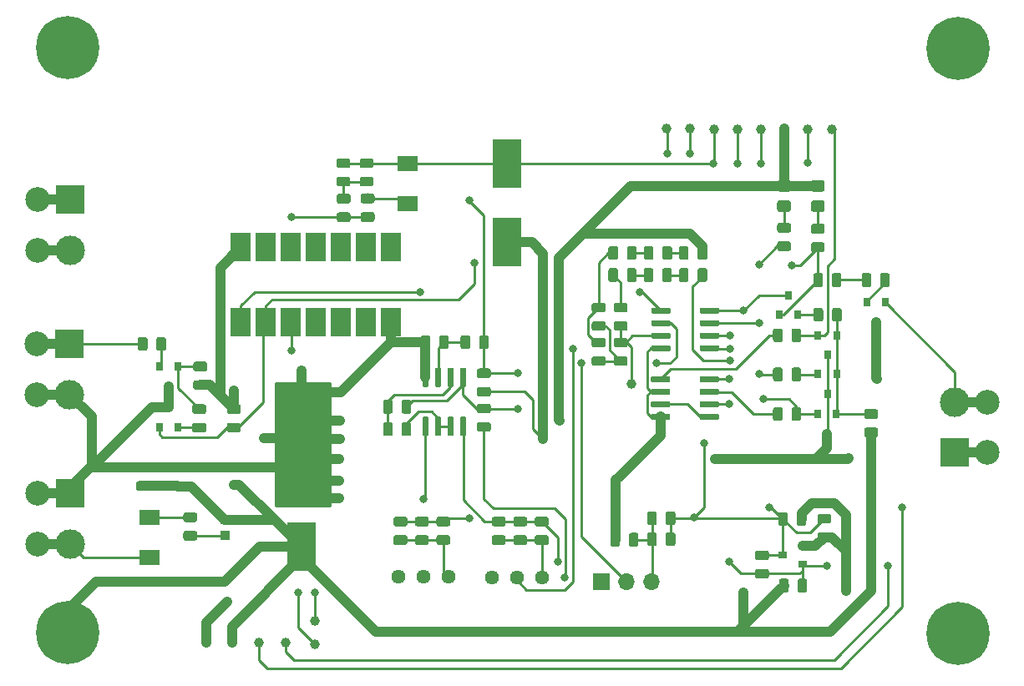
<source format=gbr>
G04 #@! TF.GenerationSoftware,KiCad,Pcbnew,(5.1.5)-3*
G04 #@! TF.CreationDate,2020-09-18T03:15:39-03:00*
G04 #@! TF.ProjectId,BSPD,42535044-2e6b-4696-9361-645f70636258,rev?*
G04 #@! TF.SameCoordinates,Original*
G04 #@! TF.FileFunction,Copper,L1,Top*
G04 #@! TF.FilePolarity,Positive*
%FSLAX46Y46*%
G04 Gerber Fmt 4.6, Leading zero omitted, Abs format (unit mm)*
G04 Created by KiCad (PCBNEW (5.1.5)-3) date 2020-09-18 03:15:39*
%MOMM*%
%LPD*%
G04 APERTURE LIST*
%ADD10C,0.100000*%
%ADD11R,3.000000X5.000000*%
%ADD12R,2.000000X1.600000*%
%ADD13C,0.800000*%
%ADD14C,6.400000*%
%ADD15R,0.800000X0.900000*%
%ADD16C,1.440000*%
%ADD17R,1.700000X1.700000*%
%ADD18O,1.700000X1.700000*%
%ADD19C,1.000000*%
%ADD20R,0.900000X0.800000*%
%ADD21R,2.000000X3.000000*%
%ADD22R,3.000000X3.000000*%
%ADD23C,3.000000*%
%ADD24C,2.500000*%
%ADD25C,0.250000*%
%ADD26C,1.000000*%
%ADD27C,0.254000*%
G04 APERTURE END LIST*
G04 #@! TA.AperFunction,SMDPad,CuDef*
D10*
G36*
X132578302Y-113319234D02*
G01*
X132601963Y-113322744D01*
X132625167Y-113328556D01*
X132647689Y-113336614D01*
X132669313Y-113346842D01*
X132689830Y-113359139D01*
X132709043Y-113373389D01*
X132726767Y-113389453D01*
X132742831Y-113407177D01*
X132757081Y-113426390D01*
X132769378Y-113446907D01*
X132779606Y-113468531D01*
X132787664Y-113491053D01*
X132793476Y-113514257D01*
X132796986Y-113537918D01*
X132798160Y-113561810D01*
X132798160Y-114474310D01*
X132796986Y-114498202D01*
X132793476Y-114521863D01*
X132787664Y-114545067D01*
X132779606Y-114567589D01*
X132769378Y-114589213D01*
X132757081Y-114609730D01*
X132742831Y-114628943D01*
X132726767Y-114646667D01*
X132709043Y-114662731D01*
X132689830Y-114676981D01*
X132669313Y-114689278D01*
X132647689Y-114699506D01*
X132625167Y-114707564D01*
X132601963Y-114713376D01*
X132578302Y-114716886D01*
X132554410Y-114718060D01*
X132066910Y-114718060D01*
X132043018Y-114716886D01*
X132019357Y-114713376D01*
X131996153Y-114707564D01*
X131973631Y-114699506D01*
X131952007Y-114689278D01*
X131931490Y-114676981D01*
X131912277Y-114662731D01*
X131894553Y-114646667D01*
X131878489Y-114628943D01*
X131864239Y-114609730D01*
X131851942Y-114589213D01*
X131841714Y-114567589D01*
X131833656Y-114545067D01*
X131827844Y-114521863D01*
X131824334Y-114498202D01*
X131823160Y-114474310D01*
X131823160Y-113561810D01*
X131824334Y-113537918D01*
X131827844Y-113514257D01*
X131833656Y-113491053D01*
X131841714Y-113468531D01*
X131851942Y-113446907D01*
X131864239Y-113426390D01*
X131878489Y-113407177D01*
X131894553Y-113389453D01*
X131912277Y-113373389D01*
X131931490Y-113359139D01*
X131952007Y-113346842D01*
X131973631Y-113336614D01*
X131996153Y-113328556D01*
X132019357Y-113322744D01*
X132043018Y-113319234D01*
X132066910Y-113318060D01*
X132554410Y-113318060D01*
X132578302Y-113319234D01*
G37*
G04 #@! TD.AperFunction*
G04 #@! TA.AperFunction,SMDPad,CuDef*
G36*
X134453302Y-113319234D02*
G01*
X134476963Y-113322744D01*
X134500167Y-113328556D01*
X134522689Y-113336614D01*
X134544313Y-113346842D01*
X134564830Y-113359139D01*
X134584043Y-113373389D01*
X134601767Y-113389453D01*
X134617831Y-113407177D01*
X134632081Y-113426390D01*
X134644378Y-113446907D01*
X134654606Y-113468531D01*
X134662664Y-113491053D01*
X134668476Y-113514257D01*
X134671986Y-113537918D01*
X134673160Y-113561810D01*
X134673160Y-114474310D01*
X134671986Y-114498202D01*
X134668476Y-114521863D01*
X134662664Y-114545067D01*
X134654606Y-114567589D01*
X134644378Y-114589213D01*
X134632081Y-114609730D01*
X134617831Y-114628943D01*
X134601767Y-114646667D01*
X134584043Y-114662731D01*
X134564830Y-114676981D01*
X134544313Y-114689278D01*
X134522689Y-114699506D01*
X134500167Y-114707564D01*
X134476963Y-114713376D01*
X134453302Y-114716886D01*
X134429410Y-114718060D01*
X133941910Y-114718060D01*
X133918018Y-114716886D01*
X133894357Y-114713376D01*
X133871153Y-114707564D01*
X133848631Y-114699506D01*
X133827007Y-114689278D01*
X133806490Y-114676981D01*
X133787277Y-114662731D01*
X133769553Y-114646667D01*
X133753489Y-114628943D01*
X133739239Y-114609730D01*
X133726942Y-114589213D01*
X133716714Y-114567589D01*
X133708656Y-114545067D01*
X133702844Y-114521863D01*
X133699334Y-114498202D01*
X133698160Y-114474310D01*
X133698160Y-113561810D01*
X133699334Y-113537918D01*
X133702844Y-113514257D01*
X133708656Y-113491053D01*
X133716714Y-113468531D01*
X133726942Y-113446907D01*
X133739239Y-113426390D01*
X133753489Y-113407177D01*
X133769553Y-113389453D01*
X133787277Y-113373389D01*
X133806490Y-113359139D01*
X133827007Y-113346842D01*
X133848631Y-113336614D01*
X133871153Y-113328556D01*
X133894357Y-113322744D01*
X133918018Y-113319234D01*
X133941910Y-113318060D01*
X134429410Y-113318060D01*
X134453302Y-113319234D01*
G37*
G04 #@! TD.AperFunction*
D11*
X144399000Y-89344500D03*
X144399000Y-97344500D03*
G04 #@! TA.AperFunction,SMDPad,CuDef*
D10*
G36*
X177020302Y-124887594D02*
G01*
X177043963Y-124891104D01*
X177067167Y-124896916D01*
X177089689Y-124904974D01*
X177111313Y-124915202D01*
X177131830Y-124927499D01*
X177151043Y-124941749D01*
X177168767Y-124957813D01*
X177184831Y-124975537D01*
X177199081Y-124994750D01*
X177211378Y-125015267D01*
X177221606Y-125036891D01*
X177229664Y-125059413D01*
X177235476Y-125082617D01*
X177238986Y-125106278D01*
X177240160Y-125130170D01*
X177240160Y-125617670D01*
X177238986Y-125641562D01*
X177235476Y-125665223D01*
X177229664Y-125688427D01*
X177221606Y-125710949D01*
X177211378Y-125732573D01*
X177199081Y-125753090D01*
X177184831Y-125772303D01*
X177168767Y-125790027D01*
X177151043Y-125806091D01*
X177131830Y-125820341D01*
X177111313Y-125832638D01*
X177089689Y-125842866D01*
X177067167Y-125850924D01*
X177043963Y-125856736D01*
X177020302Y-125860246D01*
X176996410Y-125861420D01*
X176083910Y-125861420D01*
X176060018Y-125860246D01*
X176036357Y-125856736D01*
X176013153Y-125850924D01*
X175990631Y-125842866D01*
X175969007Y-125832638D01*
X175948490Y-125820341D01*
X175929277Y-125806091D01*
X175911553Y-125790027D01*
X175895489Y-125772303D01*
X175881239Y-125753090D01*
X175868942Y-125732573D01*
X175858714Y-125710949D01*
X175850656Y-125688427D01*
X175844844Y-125665223D01*
X175841334Y-125641562D01*
X175840160Y-125617670D01*
X175840160Y-125130170D01*
X175841334Y-125106278D01*
X175844844Y-125082617D01*
X175850656Y-125059413D01*
X175858714Y-125036891D01*
X175868942Y-125015267D01*
X175881239Y-124994750D01*
X175895489Y-124975537D01*
X175911553Y-124957813D01*
X175929277Y-124941749D01*
X175948490Y-124927499D01*
X175969007Y-124915202D01*
X175990631Y-124904974D01*
X176013153Y-124896916D01*
X176036357Y-124891104D01*
X176060018Y-124887594D01*
X176083910Y-124886420D01*
X176996410Y-124886420D01*
X177020302Y-124887594D01*
G37*
G04 #@! TD.AperFunction*
G04 #@! TA.AperFunction,SMDPad,CuDef*
G36*
X177020302Y-126762594D02*
G01*
X177043963Y-126766104D01*
X177067167Y-126771916D01*
X177089689Y-126779974D01*
X177111313Y-126790202D01*
X177131830Y-126802499D01*
X177151043Y-126816749D01*
X177168767Y-126832813D01*
X177184831Y-126850537D01*
X177199081Y-126869750D01*
X177211378Y-126890267D01*
X177221606Y-126911891D01*
X177229664Y-126934413D01*
X177235476Y-126957617D01*
X177238986Y-126981278D01*
X177240160Y-127005170D01*
X177240160Y-127492670D01*
X177238986Y-127516562D01*
X177235476Y-127540223D01*
X177229664Y-127563427D01*
X177221606Y-127585949D01*
X177211378Y-127607573D01*
X177199081Y-127628090D01*
X177184831Y-127647303D01*
X177168767Y-127665027D01*
X177151043Y-127681091D01*
X177131830Y-127695341D01*
X177111313Y-127707638D01*
X177089689Y-127717866D01*
X177067167Y-127725924D01*
X177043963Y-127731736D01*
X177020302Y-127735246D01*
X176996410Y-127736420D01*
X176083910Y-127736420D01*
X176060018Y-127735246D01*
X176036357Y-127731736D01*
X176013153Y-127725924D01*
X175990631Y-127717866D01*
X175969007Y-127707638D01*
X175948490Y-127695341D01*
X175929277Y-127681091D01*
X175911553Y-127665027D01*
X175895489Y-127647303D01*
X175881239Y-127628090D01*
X175868942Y-127607573D01*
X175858714Y-127585949D01*
X175850656Y-127563427D01*
X175844844Y-127540223D01*
X175841334Y-127516562D01*
X175840160Y-127492670D01*
X175840160Y-127005170D01*
X175841334Y-126981278D01*
X175844844Y-126957617D01*
X175850656Y-126934413D01*
X175858714Y-126911891D01*
X175868942Y-126890267D01*
X175881239Y-126869750D01*
X175895489Y-126850537D01*
X175911553Y-126832813D01*
X175929277Y-126816749D01*
X175948490Y-126802499D01*
X175969007Y-126790202D01*
X175990631Y-126779974D01*
X176013153Y-126771916D01*
X176036357Y-126766104D01*
X176060018Y-126762594D01*
X176083910Y-126761420D01*
X176996410Y-126761420D01*
X177020302Y-126762594D01*
G37*
G04 #@! TD.AperFunction*
G04 #@! TA.AperFunction,SMDPad,CuDef*
G36*
X107972942Y-121558374D02*
G01*
X107996603Y-121561884D01*
X108019807Y-121567696D01*
X108042329Y-121575754D01*
X108063953Y-121585982D01*
X108084470Y-121598279D01*
X108103683Y-121612529D01*
X108121407Y-121628593D01*
X108137471Y-121646317D01*
X108151721Y-121665530D01*
X108164018Y-121686047D01*
X108174246Y-121707671D01*
X108182304Y-121730193D01*
X108188116Y-121753397D01*
X108191626Y-121777058D01*
X108192800Y-121800950D01*
X108192800Y-122288450D01*
X108191626Y-122312342D01*
X108188116Y-122336003D01*
X108182304Y-122359207D01*
X108174246Y-122381729D01*
X108164018Y-122403353D01*
X108151721Y-122423870D01*
X108137471Y-122443083D01*
X108121407Y-122460807D01*
X108103683Y-122476871D01*
X108084470Y-122491121D01*
X108063953Y-122503418D01*
X108042329Y-122513646D01*
X108019807Y-122521704D01*
X107996603Y-122527516D01*
X107972942Y-122531026D01*
X107949050Y-122532200D01*
X107036550Y-122532200D01*
X107012658Y-122531026D01*
X106988997Y-122527516D01*
X106965793Y-122521704D01*
X106943271Y-122513646D01*
X106921647Y-122503418D01*
X106901130Y-122491121D01*
X106881917Y-122476871D01*
X106864193Y-122460807D01*
X106848129Y-122443083D01*
X106833879Y-122423870D01*
X106821582Y-122403353D01*
X106811354Y-122381729D01*
X106803296Y-122359207D01*
X106797484Y-122336003D01*
X106793974Y-122312342D01*
X106792800Y-122288450D01*
X106792800Y-121800950D01*
X106793974Y-121777058D01*
X106797484Y-121753397D01*
X106803296Y-121730193D01*
X106811354Y-121707671D01*
X106821582Y-121686047D01*
X106833879Y-121665530D01*
X106848129Y-121646317D01*
X106864193Y-121628593D01*
X106881917Y-121612529D01*
X106901130Y-121598279D01*
X106921647Y-121585982D01*
X106943271Y-121575754D01*
X106965793Y-121567696D01*
X106988997Y-121561884D01*
X107012658Y-121558374D01*
X107036550Y-121557200D01*
X107949050Y-121557200D01*
X107972942Y-121558374D01*
G37*
G04 #@! TD.AperFunction*
G04 #@! TA.AperFunction,SMDPad,CuDef*
G36*
X107972942Y-119683374D02*
G01*
X107996603Y-119686884D01*
X108019807Y-119692696D01*
X108042329Y-119700754D01*
X108063953Y-119710982D01*
X108084470Y-119723279D01*
X108103683Y-119737529D01*
X108121407Y-119753593D01*
X108137471Y-119771317D01*
X108151721Y-119790530D01*
X108164018Y-119811047D01*
X108174246Y-119832671D01*
X108182304Y-119855193D01*
X108188116Y-119878397D01*
X108191626Y-119902058D01*
X108192800Y-119925950D01*
X108192800Y-120413450D01*
X108191626Y-120437342D01*
X108188116Y-120461003D01*
X108182304Y-120484207D01*
X108174246Y-120506729D01*
X108164018Y-120528353D01*
X108151721Y-120548870D01*
X108137471Y-120568083D01*
X108121407Y-120585807D01*
X108103683Y-120601871D01*
X108084470Y-120616121D01*
X108063953Y-120628418D01*
X108042329Y-120638646D01*
X108019807Y-120646704D01*
X107996603Y-120652516D01*
X107972942Y-120656026D01*
X107949050Y-120657200D01*
X107036550Y-120657200D01*
X107012658Y-120656026D01*
X106988997Y-120652516D01*
X106965793Y-120646704D01*
X106943271Y-120638646D01*
X106921647Y-120628418D01*
X106901130Y-120616121D01*
X106881917Y-120601871D01*
X106864193Y-120585807D01*
X106848129Y-120568083D01*
X106833879Y-120548870D01*
X106821582Y-120528353D01*
X106811354Y-120506729D01*
X106803296Y-120484207D01*
X106797484Y-120461003D01*
X106793974Y-120437342D01*
X106792800Y-120413450D01*
X106792800Y-119925950D01*
X106793974Y-119902058D01*
X106797484Y-119878397D01*
X106803296Y-119855193D01*
X106811354Y-119832671D01*
X106821582Y-119811047D01*
X106833879Y-119790530D01*
X106848129Y-119771317D01*
X106864193Y-119753593D01*
X106881917Y-119737529D01*
X106901130Y-119723279D01*
X106921647Y-119710982D01*
X106943271Y-119700754D01*
X106965793Y-119692696D01*
X106988997Y-119686884D01*
X107012658Y-119683374D01*
X107036550Y-119682200D01*
X107949050Y-119682200D01*
X107972942Y-119683374D01*
G37*
G04 #@! TD.AperFunction*
G04 #@! TA.AperFunction,SMDPad,CuDef*
G36*
X111478142Y-119711074D02*
G01*
X111501803Y-119714584D01*
X111525007Y-119720396D01*
X111547529Y-119728454D01*
X111569153Y-119738682D01*
X111589670Y-119750979D01*
X111608883Y-119765229D01*
X111626607Y-119781293D01*
X111642671Y-119799017D01*
X111656921Y-119818230D01*
X111669218Y-119838747D01*
X111679446Y-119860371D01*
X111687504Y-119882893D01*
X111693316Y-119906097D01*
X111696826Y-119929758D01*
X111698000Y-119953650D01*
X111698000Y-120441150D01*
X111696826Y-120465042D01*
X111693316Y-120488703D01*
X111687504Y-120511907D01*
X111679446Y-120534429D01*
X111669218Y-120556053D01*
X111656921Y-120576570D01*
X111642671Y-120595783D01*
X111626607Y-120613507D01*
X111608883Y-120629571D01*
X111589670Y-120643821D01*
X111569153Y-120656118D01*
X111547529Y-120666346D01*
X111525007Y-120674404D01*
X111501803Y-120680216D01*
X111478142Y-120683726D01*
X111454250Y-120684900D01*
X110541750Y-120684900D01*
X110517858Y-120683726D01*
X110494197Y-120680216D01*
X110470993Y-120674404D01*
X110448471Y-120666346D01*
X110426847Y-120656118D01*
X110406330Y-120643821D01*
X110387117Y-120629571D01*
X110369393Y-120613507D01*
X110353329Y-120595783D01*
X110339079Y-120576570D01*
X110326782Y-120556053D01*
X110316554Y-120534429D01*
X110308496Y-120511907D01*
X110302684Y-120488703D01*
X110299174Y-120465042D01*
X110298000Y-120441150D01*
X110298000Y-119953650D01*
X110299174Y-119929758D01*
X110302684Y-119906097D01*
X110308496Y-119882893D01*
X110316554Y-119860371D01*
X110326782Y-119838747D01*
X110339079Y-119818230D01*
X110353329Y-119799017D01*
X110369393Y-119781293D01*
X110387117Y-119765229D01*
X110406330Y-119750979D01*
X110426847Y-119738682D01*
X110448471Y-119728454D01*
X110470993Y-119720396D01*
X110494197Y-119714584D01*
X110517858Y-119711074D01*
X110541750Y-119709900D01*
X111454250Y-119709900D01*
X111478142Y-119711074D01*
G37*
G04 #@! TD.AperFunction*
G04 #@! TA.AperFunction,SMDPad,CuDef*
G36*
X111478142Y-121586074D02*
G01*
X111501803Y-121589584D01*
X111525007Y-121595396D01*
X111547529Y-121603454D01*
X111569153Y-121613682D01*
X111589670Y-121625979D01*
X111608883Y-121640229D01*
X111626607Y-121656293D01*
X111642671Y-121674017D01*
X111656921Y-121693230D01*
X111669218Y-121713747D01*
X111679446Y-121735371D01*
X111687504Y-121757893D01*
X111693316Y-121781097D01*
X111696826Y-121804758D01*
X111698000Y-121828650D01*
X111698000Y-122316150D01*
X111696826Y-122340042D01*
X111693316Y-122363703D01*
X111687504Y-122386907D01*
X111679446Y-122409429D01*
X111669218Y-122431053D01*
X111656921Y-122451570D01*
X111642671Y-122470783D01*
X111626607Y-122488507D01*
X111608883Y-122504571D01*
X111589670Y-122518821D01*
X111569153Y-122531118D01*
X111547529Y-122541346D01*
X111525007Y-122549404D01*
X111501803Y-122555216D01*
X111478142Y-122558726D01*
X111454250Y-122559900D01*
X110541750Y-122559900D01*
X110517858Y-122558726D01*
X110494197Y-122555216D01*
X110470993Y-122549404D01*
X110448471Y-122541346D01*
X110426847Y-122531118D01*
X110406330Y-122518821D01*
X110387117Y-122504571D01*
X110369393Y-122488507D01*
X110353329Y-122470783D01*
X110339079Y-122451570D01*
X110326782Y-122431053D01*
X110316554Y-122409429D01*
X110308496Y-122386907D01*
X110302684Y-122363703D01*
X110299174Y-122340042D01*
X110298000Y-122316150D01*
X110298000Y-121828650D01*
X110299174Y-121804758D01*
X110302684Y-121781097D01*
X110308496Y-121757893D01*
X110316554Y-121735371D01*
X110326782Y-121713747D01*
X110339079Y-121693230D01*
X110353329Y-121674017D01*
X110369393Y-121656293D01*
X110387117Y-121640229D01*
X110406330Y-121625979D01*
X110426847Y-121613682D01*
X110448471Y-121603454D01*
X110470993Y-121595396D01*
X110494197Y-121589584D01*
X110517858Y-121586074D01*
X110541750Y-121584900D01*
X111454250Y-121584900D01*
X111478142Y-121586074D01*
G37*
G04 #@! TD.AperFunction*
D11*
X123545600Y-120206000D03*
X123545600Y-128206000D03*
D12*
X108153200Y-129286000D03*
X108153200Y-125222000D03*
G04 #@! TA.AperFunction,SMDPad,CuDef*
D10*
G36*
X172940505Y-93088704D02*
G01*
X172964773Y-93092304D01*
X172988572Y-93098265D01*
X173011671Y-93106530D01*
X173033850Y-93117020D01*
X173054893Y-93129632D01*
X173074599Y-93144247D01*
X173092777Y-93160723D01*
X173109253Y-93178901D01*
X173123868Y-93198607D01*
X173136480Y-93219650D01*
X173146970Y-93241829D01*
X173155235Y-93264928D01*
X173161196Y-93288727D01*
X173164796Y-93312995D01*
X173166000Y-93337499D01*
X173166000Y-93987501D01*
X173164796Y-94012005D01*
X173161196Y-94036273D01*
X173155235Y-94060072D01*
X173146970Y-94083171D01*
X173136480Y-94105350D01*
X173123868Y-94126393D01*
X173109253Y-94146099D01*
X173092777Y-94164277D01*
X173074599Y-94180753D01*
X173054893Y-94195368D01*
X173033850Y-94207980D01*
X173011671Y-94218470D01*
X172988572Y-94226735D01*
X172964773Y-94232696D01*
X172940505Y-94236296D01*
X172916001Y-94237500D01*
X172015999Y-94237500D01*
X171991495Y-94236296D01*
X171967227Y-94232696D01*
X171943428Y-94226735D01*
X171920329Y-94218470D01*
X171898150Y-94207980D01*
X171877107Y-94195368D01*
X171857401Y-94180753D01*
X171839223Y-94164277D01*
X171822747Y-94146099D01*
X171808132Y-94126393D01*
X171795520Y-94105350D01*
X171785030Y-94083171D01*
X171776765Y-94060072D01*
X171770804Y-94036273D01*
X171767204Y-94012005D01*
X171766000Y-93987501D01*
X171766000Y-93337499D01*
X171767204Y-93312995D01*
X171770804Y-93288727D01*
X171776765Y-93264928D01*
X171785030Y-93241829D01*
X171795520Y-93219650D01*
X171808132Y-93198607D01*
X171822747Y-93178901D01*
X171839223Y-93160723D01*
X171857401Y-93144247D01*
X171877107Y-93129632D01*
X171898150Y-93117020D01*
X171920329Y-93106530D01*
X171943428Y-93098265D01*
X171967227Y-93092304D01*
X171991495Y-93088704D01*
X172015999Y-93087500D01*
X172916001Y-93087500D01*
X172940505Y-93088704D01*
G37*
G04 #@! TD.AperFunction*
G04 #@! TA.AperFunction,SMDPad,CuDef*
G36*
X172940505Y-91038704D02*
G01*
X172964773Y-91042304D01*
X172988572Y-91048265D01*
X173011671Y-91056530D01*
X173033850Y-91067020D01*
X173054893Y-91079632D01*
X173074599Y-91094247D01*
X173092777Y-91110723D01*
X173109253Y-91128901D01*
X173123868Y-91148607D01*
X173136480Y-91169650D01*
X173146970Y-91191829D01*
X173155235Y-91214928D01*
X173161196Y-91238727D01*
X173164796Y-91262995D01*
X173166000Y-91287499D01*
X173166000Y-91937501D01*
X173164796Y-91962005D01*
X173161196Y-91986273D01*
X173155235Y-92010072D01*
X173146970Y-92033171D01*
X173136480Y-92055350D01*
X173123868Y-92076393D01*
X173109253Y-92096099D01*
X173092777Y-92114277D01*
X173074599Y-92130753D01*
X173054893Y-92145368D01*
X173033850Y-92157980D01*
X173011671Y-92168470D01*
X172988572Y-92176735D01*
X172964773Y-92182696D01*
X172940505Y-92186296D01*
X172916001Y-92187500D01*
X172015999Y-92187500D01*
X171991495Y-92186296D01*
X171967227Y-92182696D01*
X171943428Y-92176735D01*
X171920329Y-92168470D01*
X171898150Y-92157980D01*
X171877107Y-92145368D01*
X171857401Y-92130753D01*
X171839223Y-92114277D01*
X171822747Y-92096099D01*
X171808132Y-92076393D01*
X171795520Y-92055350D01*
X171785030Y-92033171D01*
X171776765Y-92010072D01*
X171770804Y-91986273D01*
X171767204Y-91962005D01*
X171766000Y-91937501D01*
X171766000Y-91287499D01*
X171767204Y-91262995D01*
X171770804Y-91238727D01*
X171776765Y-91214928D01*
X171785030Y-91191829D01*
X171795520Y-91169650D01*
X171808132Y-91148607D01*
X171822747Y-91128901D01*
X171839223Y-91110723D01*
X171857401Y-91094247D01*
X171877107Y-91079632D01*
X171898150Y-91067020D01*
X171920329Y-91056530D01*
X171943428Y-91048265D01*
X171967227Y-91042304D01*
X171991495Y-91038704D01*
X172015999Y-91037500D01*
X172916001Y-91037500D01*
X172940505Y-91038704D01*
G37*
G04 #@! TD.AperFunction*
G04 #@! TA.AperFunction,SMDPad,CuDef*
G36*
X176369505Y-91038704D02*
G01*
X176393773Y-91042304D01*
X176417572Y-91048265D01*
X176440671Y-91056530D01*
X176462850Y-91067020D01*
X176483893Y-91079632D01*
X176503599Y-91094247D01*
X176521777Y-91110723D01*
X176538253Y-91128901D01*
X176552868Y-91148607D01*
X176565480Y-91169650D01*
X176575970Y-91191829D01*
X176584235Y-91214928D01*
X176590196Y-91238727D01*
X176593796Y-91262995D01*
X176595000Y-91287499D01*
X176595000Y-91937501D01*
X176593796Y-91962005D01*
X176590196Y-91986273D01*
X176584235Y-92010072D01*
X176575970Y-92033171D01*
X176565480Y-92055350D01*
X176552868Y-92076393D01*
X176538253Y-92096099D01*
X176521777Y-92114277D01*
X176503599Y-92130753D01*
X176483893Y-92145368D01*
X176462850Y-92157980D01*
X176440671Y-92168470D01*
X176417572Y-92176735D01*
X176393773Y-92182696D01*
X176369505Y-92186296D01*
X176345001Y-92187500D01*
X175444999Y-92187500D01*
X175420495Y-92186296D01*
X175396227Y-92182696D01*
X175372428Y-92176735D01*
X175349329Y-92168470D01*
X175327150Y-92157980D01*
X175306107Y-92145368D01*
X175286401Y-92130753D01*
X175268223Y-92114277D01*
X175251747Y-92096099D01*
X175237132Y-92076393D01*
X175224520Y-92055350D01*
X175214030Y-92033171D01*
X175205765Y-92010072D01*
X175199804Y-91986273D01*
X175196204Y-91962005D01*
X175195000Y-91937501D01*
X175195000Y-91287499D01*
X175196204Y-91262995D01*
X175199804Y-91238727D01*
X175205765Y-91214928D01*
X175214030Y-91191829D01*
X175224520Y-91169650D01*
X175237132Y-91148607D01*
X175251747Y-91128901D01*
X175268223Y-91110723D01*
X175286401Y-91094247D01*
X175306107Y-91079632D01*
X175327150Y-91067020D01*
X175349329Y-91056530D01*
X175372428Y-91048265D01*
X175396227Y-91042304D01*
X175420495Y-91038704D01*
X175444999Y-91037500D01*
X176345001Y-91037500D01*
X176369505Y-91038704D01*
G37*
G04 #@! TD.AperFunction*
G04 #@! TA.AperFunction,SMDPad,CuDef*
G36*
X176369505Y-93088704D02*
G01*
X176393773Y-93092304D01*
X176417572Y-93098265D01*
X176440671Y-93106530D01*
X176462850Y-93117020D01*
X176483893Y-93129632D01*
X176503599Y-93144247D01*
X176521777Y-93160723D01*
X176538253Y-93178901D01*
X176552868Y-93198607D01*
X176565480Y-93219650D01*
X176575970Y-93241829D01*
X176584235Y-93264928D01*
X176590196Y-93288727D01*
X176593796Y-93312995D01*
X176595000Y-93337499D01*
X176595000Y-93987501D01*
X176593796Y-94012005D01*
X176590196Y-94036273D01*
X176584235Y-94060072D01*
X176575970Y-94083171D01*
X176565480Y-94105350D01*
X176552868Y-94126393D01*
X176538253Y-94146099D01*
X176521777Y-94164277D01*
X176503599Y-94180753D01*
X176483893Y-94195368D01*
X176462850Y-94207980D01*
X176440671Y-94218470D01*
X176417572Y-94226735D01*
X176393773Y-94232696D01*
X176369505Y-94236296D01*
X176345001Y-94237500D01*
X175444999Y-94237500D01*
X175420495Y-94236296D01*
X175396227Y-94232696D01*
X175372428Y-94226735D01*
X175349329Y-94218470D01*
X175327150Y-94207980D01*
X175306107Y-94195368D01*
X175286401Y-94180753D01*
X175268223Y-94164277D01*
X175251747Y-94146099D01*
X175237132Y-94126393D01*
X175224520Y-94105350D01*
X175214030Y-94083171D01*
X175205765Y-94060072D01*
X175199804Y-94036273D01*
X175196204Y-94012005D01*
X175195000Y-93987501D01*
X175195000Y-93337499D01*
X175196204Y-93312995D01*
X175199804Y-93288727D01*
X175205765Y-93264928D01*
X175214030Y-93241829D01*
X175224520Y-93219650D01*
X175237132Y-93198607D01*
X175251747Y-93178901D01*
X175268223Y-93160723D01*
X175286401Y-93144247D01*
X175306107Y-93129632D01*
X175327150Y-93117020D01*
X175349329Y-93106530D01*
X175372428Y-93098265D01*
X175396227Y-93092304D01*
X175420495Y-93088704D01*
X175444999Y-93087500D01*
X176345001Y-93087500D01*
X176369505Y-93088704D01*
G37*
G04 #@! TD.AperFunction*
G04 #@! TA.AperFunction,SMDPad,CuDef*
G36*
X112748142Y-126615274D02*
G01*
X112771803Y-126618784D01*
X112795007Y-126624596D01*
X112817529Y-126632654D01*
X112839153Y-126642882D01*
X112859670Y-126655179D01*
X112878883Y-126669429D01*
X112896607Y-126685493D01*
X112912671Y-126703217D01*
X112926921Y-126722430D01*
X112939218Y-126742947D01*
X112949446Y-126764571D01*
X112957504Y-126787093D01*
X112963316Y-126810297D01*
X112966826Y-126833958D01*
X112968000Y-126857850D01*
X112968000Y-127345350D01*
X112966826Y-127369242D01*
X112963316Y-127392903D01*
X112957504Y-127416107D01*
X112949446Y-127438629D01*
X112939218Y-127460253D01*
X112926921Y-127480770D01*
X112912671Y-127499983D01*
X112896607Y-127517707D01*
X112878883Y-127533771D01*
X112859670Y-127548021D01*
X112839153Y-127560318D01*
X112817529Y-127570546D01*
X112795007Y-127578604D01*
X112771803Y-127584416D01*
X112748142Y-127587926D01*
X112724250Y-127589100D01*
X111811750Y-127589100D01*
X111787858Y-127587926D01*
X111764197Y-127584416D01*
X111740993Y-127578604D01*
X111718471Y-127570546D01*
X111696847Y-127560318D01*
X111676330Y-127548021D01*
X111657117Y-127533771D01*
X111639393Y-127517707D01*
X111623329Y-127499983D01*
X111609079Y-127480770D01*
X111596782Y-127460253D01*
X111586554Y-127438629D01*
X111578496Y-127416107D01*
X111572684Y-127392903D01*
X111569174Y-127369242D01*
X111568000Y-127345350D01*
X111568000Y-126857850D01*
X111569174Y-126833958D01*
X111572684Y-126810297D01*
X111578496Y-126787093D01*
X111586554Y-126764571D01*
X111596782Y-126742947D01*
X111609079Y-126722430D01*
X111623329Y-126703217D01*
X111639393Y-126685493D01*
X111657117Y-126669429D01*
X111676330Y-126655179D01*
X111696847Y-126642882D01*
X111718471Y-126632654D01*
X111740993Y-126624596D01*
X111764197Y-126618784D01*
X111787858Y-126615274D01*
X111811750Y-126614100D01*
X112724250Y-126614100D01*
X112748142Y-126615274D01*
G37*
G04 #@! TD.AperFunction*
G04 #@! TA.AperFunction,SMDPad,CuDef*
G36*
X112748142Y-124740274D02*
G01*
X112771803Y-124743784D01*
X112795007Y-124749596D01*
X112817529Y-124757654D01*
X112839153Y-124767882D01*
X112859670Y-124780179D01*
X112878883Y-124794429D01*
X112896607Y-124810493D01*
X112912671Y-124828217D01*
X112926921Y-124847430D01*
X112939218Y-124867947D01*
X112949446Y-124889571D01*
X112957504Y-124912093D01*
X112963316Y-124935297D01*
X112966826Y-124958958D01*
X112968000Y-124982850D01*
X112968000Y-125470350D01*
X112966826Y-125494242D01*
X112963316Y-125517903D01*
X112957504Y-125541107D01*
X112949446Y-125563629D01*
X112939218Y-125585253D01*
X112926921Y-125605770D01*
X112912671Y-125624983D01*
X112896607Y-125642707D01*
X112878883Y-125658771D01*
X112859670Y-125673021D01*
X112839153Y-125685318D01*
X112817529Y-125695546D01*
X112795007Y-125703604D01*
X112771803Y-125709416D01*
X112748142Y-125712926D01*
X112724250Y-125714100D01*
X111811750Y-125714100D01*
X111787858Y-125712926D01*
X111764197Y-125709416D01*
X111740993Y-125703604D01*
X111718471Y-125695546D01*
X111696847Y-125685318D01*
X111676330Y-125673021D01*
X111657117Y-125658771D01*
X111639393Y-125642707D01*
X111623329Y-125624983D01*
X111609079Y-125605770D01*
X111596782Y-125585253D01*
X111586554Y-125563629D01*
X111578496Y-125541107D01*
X111572684Y-125517903D01*
X111569174Y-125494242D01*
X111568000Y-125470350D01*
X111568000Y-124982850D01*
X111569174Y-124958958D01*
X111572684Y-124935297D01*
X111578496Y-124912093D01*
X111586554Y-124889571D01*
X111596782Y-124867947D01*
X111609079Y-124847430D01*
X111623329Y-124828217D01*
X111639393Y-124810493D01*
X111657117Y-124794429D01*
X111676330Y-124780179D01*
X111696847Y-124767882D01*
X111718471Y-124757654D01*
X111740993Y-124749596D01*
X111764197Y-124743784D01*
X111787858Y-124740274D01*
X111811750Y-124739100D01*
X112724250Y-124739100D01*
X112748142Y-124740274D01*
G37*
G04 #@! TD.AperFunction*
G04 #@! TA.AperFunction,SMDPad,CuDef*
G36*
X115298200Y-125063800D02*
G01*
X116248200Y-125063800D01*
X116248200Y-125938800D01*
X115298200Y-125938800D01*
X115298200Y-125063800D01*
G37*
G04 #@! TD.AperFunction*
G04 #@! TA.AperFunction,SMDPad,CuDef*
G36*
X115298200Y-126638800D02*
G01*
X116248200Y-126638800D01*
X116248200Y-127513800D01*
X115298200Y-127513800D01*
X115298200Y-126638800D01*
G37*
G04 #@! TD.AperFunction*
D13*
X191790656Y-75925344D03*
X190093600Y-75222400D03*
X188396544Y-75925344D03*
X187693600Y-77622400D03*
X188396544Y-79319456D03*
X190093600Y-80022400D03*
X191790656Y-79319456D03*
X192493600Y-77622400D03*
D14*
X190093600Y-77622400D03*
X99822000Y-77571600D03*
D13*
X102222000Y-77571600D03*
X101519056Y-79268656D03*
X99822000Y-79971600D03*
X98124944Y-79268656D03*
X97422000Y-77571600D03*
X98124944Y-75874544D03*
X99822000Y-75171600D03*
X101519056Y-75874544D03*
X191790656Y-135310544D03*
X190093600Y-134607600D03*
X188396544Y-135310544D03*
X187693600Y-137007600D03*
X188396544Y-138704656D03*
X190093600Y-139407600D03*
X191790656Y-138704656D03*
X192493600Y-137007600D03*
D14*
X190093600Y-137007600D03*
X99872800Y-136956800D03*
D13*
X102272800Y-136956800D03*
X101569856Y-138653856D03*
X99872800Y-139356800D03*
X98175744Y-138653856D03*
X97472800Y-136956800D03*
X98175744Y-135259744D03*
X99872800Y-134556800D03*
X101569856Y-135259744D03*
D15*
X176857660Y-112712500D03*
X175907660Y-110712500D03*
X177807660Y-110712500D03*
X177807660Y-106750100D03*
X175907660Y-106750100D03*
X176857660Y-108750100D03*
X177772060Y-114744500D03*
X175872060Y-114744500D03*
X176822060Y-116744500D03*
X181803000Y-105441500D03*
X180853000Y-103441500D03*
X182753000Y-103441500D03*
X111018400Y-109931200D03*
X109118400Y-109931200D03*
X110068400Y-111931200D03*
G04 #@! TA.AperFunction,SMDPad,CuDef*
D10*
G36*
X162573642Y-99951214D02*
G01*
X162597303Y-99954724D01*
X162620507Y-99960536D01*
X162643029Y-99968594D01*
X162664653Y-99978822D01*
X162685170Y-99991119D01*
X162704383Y-100005369D01*
X162722107Y-100021433D01*
X162738171Y-100039157D01*
X162752421Y-100058370D01*
X162764718Y-100078887D01*
X162774946Y-100100511D01*
X162783004Y-100123033D01*
X162788816Y-100146237D01*
X162792326Y-100169898D01*
X162793500Y-100193790D01*
X162793500Y-101106290D01*
X162792326Y-101130182D01*
X162788816Y-101153843D01*
X162783004Y-101177047D01*
X162774946Y-101199569D01*
X162764718Y-101221193D01*
X162752421Y-101241710D01*
X162738171Y-101260923D01*
X162722107Y-101278647D01*
X162704383Y-101294711D01*
X162685170Y-101308961D01*
X162664653Y-101321258D01*
X162643029Y-101331486D01*
X162620507Y-101339544D01*
X162597303Y-101345356D01*
X162573642Y-101348866D01*
X162549750Y-101350040D01*
X162062250Y-101350040D01*
X162038358Y-101348866D01*
X162014697Y-101345356D01*
X161991493Y-101339544D01*
X161968971Y-101331486D01*
X161947347Y-101321258D01*
X161926830Y-101308961D01*
X161907617Y-101294711D01*
X161889893Y-101278647D01*
X161873829Y-101260923D01*
X161859579Y-101241710D01*
X161847282Y-101221193D01*
X161837054Y-101199569D01*
X161828996Y-101177047D01*
X161823184Y-101153843D01*
X161819674Y-101130182D01*
X161818500Y-101106290D01*
X161818500Y-100193790D01*
X161819674Y-100169898D01*
X161823184Y-100146237D01*
X161828996Y-100123033D01*
X161837054Y-100100511D01*
X161847282Y-100078887D01*
X161859579Y-100058370D01*
X161873829Y-100039157D01*
X161889893Y-100021433D01*
X161907617Y-100005369D01*
X161926830Y-99991119D01*
X161947347Y-99978822D01*
X161968971Y-99968594D01*
X161991493Y-99960536D01*
X162014697Y-99954724D01*
X162038358Y-99951214D01*
X162062250Y-99950040D01*
X162549750Y-99950040D01*
X162573642Y-99951214D01*
G37*
G04 #@! TD.AperFunction*
G04 #@! TA.AperFunction,SMDPad,CuDef*
G36*
X164448642Y-99951214D02*
G01*
X164472303Y-99954724D01*
X164495507Y-99960536D01*
X164518029Y-99968594D01*
X164539653Y-99978822D01*
X164560170Y-99991119D01*
X164579383Y-100005369D01*
X164597107Y-100021433D01*
X164613171Y-100039157D01*
X164627421Y-100058370D01*
X164639718Y-100078887D01*
X164649946Y-100100511D01*
X164658004Y-100123033D01*
X164663816Y-100146237D01*
X164667326Y-100169898D01*
X164668500Y-100193790D01*
X164668500Y-101106290D01*
X164667326Y-101130182D01*
X164663816Y-101153843D01*
X164658004Y-101177047D01*
X164649946Y-101199569D01*
X164639718Y-101221193D01*
X164627421Y-101241710D01*
X164613171Y-101260923D01*
X164597107Y-101278647D01*
X164579383Y-101294711D01*
X164560170Y-101308961D01*
X164539653Y-101321258D01*
X164518029Y-101331486D01*
X164495507Y-101339544D01*
X164472303Y-101345356D01*
X164448642Y-101348866D01*
X164424750Y-101350040D01*
X163937250Y-101350040D01*
X163913358Y-101348866D01*
X163889697Y-101345356D01*
X163866493Y-101339544D01*
X163843971Y-101331486D01*
X163822347Y-101321258D01*
X163801830Y-101308961D01*
X163782617Y-101294711D01*
X163764893Y-101278647D01*
X163748829Y-101260923D01*
X163734579Y-101241710D01*
X163722282Y-101221193D01*
X163712054Y-101199569D01*
X163703996Y-101177047D01*
X163698184Y-101153843D01*
X163694674Y-101130182D01*
X163693500Y-101106290D01*
X163693500Y-100193790D01*
X163694674Y-100169898D01*
X163698184Y-100146237D01*
X163703996Y-100123033D01*
X163712054Y-100100511D01*
X163722282Y-100078887D01*
X163734579Y-100058370D01*
X163748829Y-100039157D01*
X163764893Y-100021433D01*
X163782617Y-100005369D01*
X163801830Y-99991119D01*
X163822347Y-99978822D01*
X163843971Y-99968594D01*
X163866493Y-99960536D01*
X163889697Y-99954724D01*
X163913358Y-99951214D01*
X163937250Y-99950040D01*
X164424750Y-99950040D01*
X164448642Y-99951214D01*
G37*
G04 #@! TD.AperFunction*
G04 #@! TA.AperFunction,SMDPad,CuDef*
G36*
X160869542Y-99951214D02*
G01*
X160893203Y-99954724D01*
X160916407Y-99960536D01*
X160938929Y-99968594D01*
X160960553Y-99978822D01*
X160981070Y-99991119D01*
X161000283Y-100005369D01*
X161018007Y-100021433D01*
X161034071Y-100039157D01*
X161048321Y-100058370D01*
X161060618Y-100078887D01*
X161070846Y-100100511D01*
X161078904Y-100123033D01*
X161084716Y-100146237D01*
X161088226Y-100169898D01*
X161089400Y-100193790D01*
X161089400Y-101106290D01*
X161088226Y-101130182D01*
X161084716Y-101153843D01*
X161078904Y-101177047D01*
X161070846Y-101199569D01*
X161060618Y-101221193D01*
X161048321Y-101241710D01*
X161034071Y-101260923D01*
X161018007Y-101278647D01*
X161000283Y-101294711D01*
X160981070Y-101308961D01*
X160960553Y-101321258D01*
X160938929Y-101331486D01*
X160916407Y-101339544D01*
X160893203Y-101345356D01*
X160869542Y-101348866D01*
X160845650Y-101350040D01*
X160358150Y-101350040D01*
X160334258Y-101348866D01*
X160310597Y-101345356D01*
X160287393Y-101339544D01*
X160264871Y-101331486D01*
X160243247Y-101321258D01*
X160222730Y-101308961D01*
X160203517Y-101294711D01*
X160185793Y-101278647D01*
X160169729Y-101260923D01*
X160155479Y-101241710D01*
X160143182Y-101221193D01*
X160132954Y-101199569D01*
X160124896Y-101177047D01*
X160119084Y-101153843D01*
X160115574Y-101130182D01*
X160114400Y-101106290D01*
X160114400Y-100193790D01*
X160115574Y-100169898D01*
X160119084Y-100146237D01*
X160124896Y-100123033D01*
X160132954Y-100100511D01*
X160143182Y-100078887D01*
X160155479Y-100058370D01*
X160169729Y-100039157D01*
X160185793Y-100021433D01*
X160203517Y-100005369D01*
X160222730Y-99991119D01*
X160243247Y-99978822D01*
X160264871Y-99968594D01*
X160287393Y-99960536D01*
X160310597Y-99954724D01*
X160334258Y-99951214D01*
X160358150Y-99950040D01*
X160845650Y-99950040D01*
X160869542Y-99951214D01*
G37*
G04 #@! TD.AperFunction*
G04 #@! TA.AperFunction,SMDPad,CuDef*
G36*
X158994542Y-99951214D02*
G01*
X159018203Y-99954724D01*
X159041407Y-99960536D01*
X159063929Y-99968594D01*
X159085553Y-99978822D01*
X159106070Y-99991119D01*
X159125283Y-100005369D01*
X159143007Y-100021433D01*
X159159071Y-100039157D01*
X159173321Y-100058370D01*
X159185618Y-100078887D01*
X159195846Y-100100511D01*
X159203904Y-100123033D01*
X159209716Y-100146237D01*
X159213226Y-100169898D01*
X159214400Y-100193790D01*
X159214400Y-101106290D01*
X159213226Y-101130182D01*
X159209716Y-101153843D01*
X159203904Y-101177047D01*
X159195846Y-101199569D01*
X159185618Y-101221193D01*
X159173321Y-101241710D01*
X159159071Y-101260923D01*
X159143007Y-101278647D01*
X159125283Y-101294711D01*
X159106070Y-101308961D01*
X159085553Y-101321258D01*
X159063929Y-101331486D01*
X159041407Y-101339544D01*
X159018203Y-101345356D01*
X158994542Y-101348866D01*
X158970650Y-101350040D01*
X158483150Y-101350040D01*
X158459258Y-101348866D01*
X158435597Y-101345356D01*
X158412393Y-101339544D01*
X158389871Y-101331486D01*
X158368247Y-101321258D01*
X158347730Y-101308961D01*
X158328517Y-101294711D01*
X158310793Y-101278647D01*
X158294729Y-101260923D01*
X158280479Y-101241710D01*
X158268182Y-101221193D01*
X158257954Y-101199569D01*
X158249896Y-101177047D01*
X158244084Y-101153843D01*
X158240574Y-101130182D01*
X158239400Y-101106290D01*
X158239400Y-100193790D01*
X158240574Y-100169898D01*
X158244084Y-100146237D01*
X158249896Y-100123033D01*
X158257954Y-100100511D01*
X158268182Y-100078887D01*
X158280479Y-100058370D01*
X158294729Y-100039157D01*
X158310793Y-100021433D01*
X158328517Y-100005369D01*
X158347730Y-99991119D01*
X158368247Y-99978822D01*
X158389871Y-99968594D01*
X158412393Y-99960536D01*
X158435597Y-99954724D01*
X158459258Y-99951214D01*
X158483150Y-99950040D01*
X158970650Y-99950040D01*
X158994542Y-99951214D01*
G37*
G04 #@! TD.AperFunction*
G04 #@! TA.AperFunction,SMDPad,CuDef*
G36*
X155415442Y-99951214D02*
G01*
X155439103Y-99954724D01*
X155462307Y-99960536D01*
X155484829Y-99968594D01*
X155506453Y-99978822D01*
X155526970Y-99991119D01*
X155546183Y-100005369D01*
X155563907Y-100021433D01*
X155579971Y-100039157D01*
X155594221Y-100058370D01*
X155606518Y-100078887D01*
X155616746Y-100100511D01*
X155624804Y-100123033D01*
X155630616Y-100146237D01*
X155634126Y-100169898D01*
X155635300Y-100193790D01*
X155635300Y-101106290D01*
X155634126Y-101130182D01*
X155630616Y-101153843D01*
X155624804Y-101177047D01*
X155616746Y-101199569D01*
X155606518Y-101221193D01*
X155594221Y-101241710D01*
X155579971Y-101260923D01*
X155563907Y-101278647D01*
X155546183Y-101294711D01*
X155526970Y-101308961D01*
X155506453Y-101321258D01*
X155484829Y-101331486D01*
X155462307Y-101339544D01*
X155439103Y-101345356D01*
X155415442Y-101348866D01*
X155391550Y-101350040D01*
X154904050Y-101350040D01*
X154880158Y-101348866D01*
X154856497Y-101345356D01*
X154833293Y-101339544D01*
X154810771Y-101331486D01*
X154789147Y-101321258D01*
X154768630Y-101308961D01*
X154749417Y-101294711D01*
X154731693Y-101278647D01*
X154715629Y-101260923D01*
X154701379Y-101241710D01*
X154689082Y-101221193D01*
X154678854Y-101199569D01*
X154670796Y-101177047D01*
X154664984Y-101153843D01*
X154661474Y-101130182D01*
X154660300Y-101106290D01*
X154660300Y-100193790D01*
X154661474Y-100169898D01*
X154664984Y-100146237D01*
X154670796Y-100123033D01*
X154678854Y-100100511D01*
X154689082Y-100078887D01*
X154701379Y-100058370D01*
X154715629Y-100039157D01*
X154731693Y-100021433D01*
X154749417Y-100005369D01*
X154768630Y-99991119D01*
X154789147Y-99978822D01*
X154810771Y-99968594D01*
X154833293Y-99960536D01*
X154856497Y-99954724D01*
X154880158Y-99951214D01*
X154904050Y-99950040D01*
X155391550Y-99950040D01*
X155415442Y-99951214D01*
G37*
G04 #@! TD.AperFunction*
G04 #@! TA.AperFunction,SMDPad,CuDef*
G36*
X157290442Y-99951214D02*
G01*
X157314103Y-99954724D01*
X157337307Y-99960536D01*
X157359829Y-99968594D01*
X157381453Y-99978822D01*
X157401970Y-99991119D01*
X157421183Y-100005369D01*
X157438907Y-100021433D01*
X157454971Y-100039157D01*
X157469221Y-100058370D01*
X157481518Y-100078887D01*
X157491746Y-100100511D01*
X157499804Y-100123033D01*
X157505616Y-100146237D01*
X157509126Y-100169898D01*
X157510300Y-100193790D01*
X157510300Y-101106290D01*
X157509126Y-101130182D01*
X157505616Y-101153843D01*
X157499804Y-101177047D01*
X157491746Y-101199569D01*
X157481518Y-101221193D01*
X157469221Y-101241710D01*
X157454971Y-101260923D01*
X157438907Y-101278647D01*
X157421183Y-101294711D01*
X157401970Y-101308961D01*
X157381453Y-101321258D01*
X157359829Y-101331486D01*
X157337307Y-101339544D01*
X157314103Y-101345356D01*
X157290442Y-101348866D01*
X157266550Y-101350040D01*
X156779050Y-101350040D01*
X156755158Y-101348866D01*
X156731497Y-101345356D01*
X156708293Y-101339544D01*
X156685771Y-101331486D01*
X156664147Y-101321258D01*
X156643630Y-101308961D01*
X156624417Y-101294711D01*
X156606693Y-101278647D01*
X156590629Y-101260923D01*
X156576379Y-101241710D01*
X156564082Y-101221193D01*
X156553854Y-101199569D01*
X156545796Y-101177047D01*
X156539984Y-101153843D01*
X156536474Y-101130182D01*
X156535300Y-101106290D01*
X156535300Y-100193790D01*
X156536474Y-100169898D01*
X156539984Y-100146237D01*
X156545796Y-100123033D01*
X156553854Y-100100511D01*
X156564082Y-100078887D01*
X156576379Y-100058370D01*
X156590629Y-100039157D01*
X156606693Y-100021433D01*
X156624417Y-100005369D01*
X156643630Y-99991119D01*
X156664147Y-99978822D01*
X156685771Y-99968594D01*
X156708293Y-99960536D01*
X156731497Y-99954724D01*
X156755158Y-99951214D01*
X156779050Y-99950040D01*
X157266550Y-99950040D01*
X157290442Y-99951214D01*
G37*
G04 #@! TD.AperFunction*
G04 #@! TA.AperFunction,SMDPad,CuDef*
G36*
X156385342Y-103465714D02*
G01*
X156409003Y-103469224D01*
X156432207Y-103475036D01*
X156454729Y-103483094D01*
X156476353Y-103493322D01*
X156496870Y-103505619D01*
X156516083Y-103519869D01*
X156533807Y-103535933D01*
X156549871Y-103553657D01*
X156564121Y-103572870D01*
X156576418Y-103593387D01*
X156586646Y-103615011D01*
X156594704Y-103637533D01*
X156600516Y-103660737D01*
X156604026Y-103684398D01*
X156605200Y-103708290D01*
X156605200Y-104195790D01*
X156604026Y-104219682D01*
X156600516Y-104243343D01*
X156594704Y-104266547D01*
X156586646Y-104289069D01*
X156576418Y-104310693D01*
X156564121Y-104331210D01*
X156549871Y-104350423D01*
X156533807Y-104368147D01*
X156516083Y-104384211D01*
X156496870Y-104398461D01*
X156476353Y-104410758D01*
X156454729Y-104420986D01*
X156432207Y-104429044D01*
X156409003Y-104434856D01*
X156385342Y-104438366D01*
X156361450Y-104439540D01*
X155448950Y-104439540D01*
X155425058Y-104438366D01*
X155401397Y-104434856D01*
X155378193Y-104429044D01*
X155355671Y-104420986D01*
X155334047Y-104410758D01*
X155313530Y-104398461D01*
X155294317Y-104384211D01*
X155276593Y-104368147D01*
X155260529Y-104350423D01*
X155246279Y-104331210D01*
X155233982Y-104310693D01*
X155223754Y-104289069D01*
X155215696Y-104266547D01*
X155209884Y-104243343D01*
X155206374Y-104219682D01*
X155205200Y-104195790D01*
X155205200Y-103708290D01*
X155206374Y-103684398D01*
X155209884Y-103660737D01*
X155215696Y-103637533D01*
X155223754Y-103615011D01*
X155233982Y-103593387D01*
X155246279Y-103572870D01*
X155260529Y-103553657D01*
X155276593Y-103535933D01*
X155294317Y-103519869D01*
X155313530Y-103505619D01*
X155334047Y-103493322D01*
X155355671Y-103483094D01*
X155378193Y-103475036D01*
X155401397Y-103469224D01*
X155425058Y-103465714D01*
X155448950Y-103464540D01*
X156361450Y-103464540D01*
X156385342Y-103465714D01*
G37*
G04 #@! TD.AperFunction*
G04 #@! TA.AperFunction,SMDPad,CuDef*
G36*
X156385342Y-105340714D02*
G01*
X156409003Y-105344224D01*
X156432207Y-105350036D01*
X156454729Y-105358094D01*
X156476353Y-105368322D01*
X156496870Y-105380619D01*
X156516083Y-105394869D01*
X156533807Y-105410933D01*
X156549871Y-105428657D01*
X156564121Y-105447870D01*
X156576418Y-105468387D01*
X156586646Y-105490011D01*
X156594704Y-105512533D01*
X156600516Y-105535737D01*
X156604026Y-105559398D01*
X156605200Y-105583290D01*
X156605200Y-106070790D01*
X156604026Y-106094682D01*
X156600516Y-106118343D01*
X156594704Y-106141547D01*
X156586646Y-106164069D01*
X156576418Y-106185693D01*
X156564121Y-106206210D01*
X156549871Y-106225423D01*
X156533807Y-106243147D01*
X156516083Y-106259211D01*
X156496870Y-106273461D01*
X156476353Y-106285758D01*
X156454729Y-106295986D01*
X156432207Y-106304044D01*
X156409003Y-106309856D01*
X156385342Y-106313366D01*
X156361450Y-106314540D01*
X155448950Y-106314540D01*
X155425058Y-106313366D01*
X155401397Y-106309856D01*
X155378193Y-106304044D01*
X155355671Y-106295986D01*
X155334047Y-106285758D01*
X155313530Y-106273461D01*
X155294317Y-106259211D01*
X155276593Y-106243147D01*
X155260529Y-106225423D01*
X155246279Y-106206210D01*
X155233982Y-106185693D01*
X155223754Y-106164069D01*
X155215696Y-106141547D01*
X155209884Y-106118343D01*
X155206374Y-106094682D01*
X155205200Y-106070790D01*
X155205200Y-105583290D01*
X155206374Y-105559398D01*
X155209884Y-105535737D01*
X155215696Y-105512533D01*
X155223754Y-105490011D01*
X155233982Y-105468387D01*
X155246279Y-105447870D01*
X155260529Y-105428657D01*
X155276593Y-105410933D01*
X155294317Y-105394869D01*
X155313530Y-105380619D01*
X155334047Y-105368322D01*
X155355671Y-105358094D01*
X155378193Y-105350036D01*
X155401397Y-105344224D01*
X155425058Y-105340714D01*
X155448950Y-105339540D01*
X156361450Y-105339540D01*
X156385342Y-105340714D01*
G37*
G04 #@! TD.AperFunction*
G04 #@! TA.AperFunction,SMDPad,CuDef*
G36*
X156385342Y-108896714D02*
G01*
X156409003Y-108900224D01*
X156432207Y-108906036D01*
X156454729Y-108914094D01*
X156476353Y-108924322D01*
X156496870Y-108936619D01*
X156516083Y-108950869D01*
X156533807Y-108966933D01*
X156549871Y-108984657D01*
X156564121Y-109003870D01*
X156576418Y-109024387D01*
X156586646Y-109046011D01*
X156594704Y-109068533D01*
X156600516Y-109091737D01*
X156604026Y-109115398D01*
X156605200Y-109139290D01*
X156605200Y-109626790D01*
X156604026Y-109650682D01*
X156600516Y-109674343D01*
X156594704Y-109697547D01*
X156586646Y-109720069D01*
X156576418Y-109741693D01*
X156564121Y-109762210D01*
X156549871Y-109781423D01*
X156533807Y-109799147D01*
X156516083Y-109815211D01*
X156496870Y-109829461D01*
X156476353Y-109841758D01*
X156454729Y-109851986D01*
X156432207Y-109860044D01*
X156409003Y-109865856D01*
X156385342Y-109869366D01*
X156361450Y-109870540D01*
X155448950Y-109870540D01*
X155425058Y-109869366D01*
X155401397Y-109865856D01*
X155378193Y-109860044D01*
X155355671Y-109851986D01*
X155334047Y-109841758D01*
X155313530Y-109829461D01*
X155294317Y-109815211D01*
X155276593Y-109799147D01*
X155260529Y-109781423D01*
X155246279Y-109762210D01*
X155233982Y-109741693D01*
X155223754Y-109720069D01*
X155215696Y-109697547D01*
X155209884Y-109674343D01*
X155206374Y-109650682D01*
X155205200Y-109626790D01*
X155205200Y-109139290D01*
X155206374Y-109115398D01*
X155209884Y-109091737D01*
X155215696Y-109068533D01*
X155223754Y-109046011D01*
X155233982Y-109024387D01*
X155246279Y-109003870D01*
X155260529Y-108984657D01*
X155276593Y-108966933D01*
X155294317Y-108950869D01*
X155313530Y-108936619D01*
X155334047Y-108924322D01*
X155355671Y-108914094D01*
X155378193Y-108906036D01*
X155401397Y-108900224D01*
X155425058Y-108896714D01*
X155448950Y-108895540D01*
X156361450Y-108895540D01*
X156385342Y-108896714D01*
G37*
G04 #@! TD.AperFunction*
G04 #@! TA.AperFunction,SMDPad,CuDef*
G36*
X156385342Y-107021714D02*
G01*
X156409003Y-107025224D01*
X156432207Y-107031036D01*
X156454729Y-107039094D01*
X156476353Y-107049322D01*
X156496870Y-107061619D01*
X156516083Y-107075869D01*
X156533807Y-107091933D01*
X156549871Y-107109657D01*
X156564121Y-107128870D01*
X156576418Y-107149387D01*
X156586646Y-107171011D01*
X156594704Y-107193533D01*
X156600516Y-107216737D01*
X156604026Y-107240398D01*
X156605200Y-107264290D01*
X156605200Y-107751790D01*
X156604026Y-107775682D01*
X156600516Y-107799343D01*
X156594704Y-107822547D01*
X156586646Y-107845069D01*
X156576418Y-107866693D01*
X156564121Y-107887210D01*
X156549871Y-107906423D01*
X156533807Y-107924147D01*
X156516083Y-107940211D01*
X156496870Y-107954461D01*
X156476353Y-107966758D01*
X156454729Y-107976986D01*
X156432207Y-107985044D01*
X156409003Y-107990856D01*
X156385342Y-107994366D01*
X156361450Y-107995540D01*
X155448950Y-107995540D01*
X155425058Y-107994366D01*
X155401397Y-107990856D01*
X155378193Y-107985044D01*
X155355671Y-107976986D01*
X155334047Y-107966758D01*
X155313530Y-107954461D01*
X155294317Y-107940211D01*
X155276593Y-107924147D01*
X155260529Y-107906423D01*
X155246279Y-107887210D01*
X155233982Y-107866693D01*
X155223754Y-107845069D01*
X155215696Y-107822547D01*
X155209884Y-107799343D01*
X155206374Y-107775682D01*
X155205200Y-107751790D01*
X155205200Y-107264290D01*
X155206374Y-107240398D01*
X155209884Y-107216737D01*
X155215696Y-107193533D01*
X155223754Y-107171011D01*
X155233982Y-107149387D01*
X155246279Y-107128870D01*
X155260529Y-107109657D01*
X155276593Y-107091933D01*
X155294317Y-107075869D01*
X155313530Y-107061619D01*
X155334047Y-107049322D01*
X155355671Y-107039094D01*
X155378193Y-107031036D01*
X155401397Y-107025224D01*
X155425058Y-107021714D01*
X155448950Y-107020540D01*
X156361450Y-107020540D01*
X156385342Y-107021714D01*
G37*
G04 #@! TD.AperFunction*
G04 #@! TA.AperFunction,SMDPad,CuDef*
G36*
X154150142Y-105345314D02*
G01*
X154173803Y-105348824D01*
X154197007Y-105354636D01*
X154219529Y-105362694D01*
X154241153Y-105372922D01*
X154261670Y-105385219D01*
X154280883Y-105399469D01*
X154298607Y-105415533D01*
X154314671Y-105433257D01*
X154328921Y-105452470D01*
X154341218Y-105472987D01*
X154351446Y-105494611D01*
X154359504Y-105517133D01*
X154365316Y-105540337D01*
X154368826Y-105563998D01*
X154370000Y-105587890D01*
X154370000Y-106075390D01*
X154368826Y-106099282D01*
X154365316Y-106122943D01*
X154359504Y-106146147D01*
X154351446Y-106168669D01*
X154341218Y-106190293D01*
X154328921Y-106210810D01*
X154314671Y-106230023D01*
X154298607Y-106247747D01*
X154280883Y-106263811D01*
X154261670Y-106278061D01*
X154241153Y-106290358D01*
X154219529Y-106300586D01*
X154197007Y-106308644D01*
X154173803Y-106314456D01*
X154150142Y-106317966D01*
X154126250Y-106319140D01*
X153213750Y-106319140D01*
X153189858Y-106317966D01*
X153166197Y-106314456D01*
X153142993Y-106308644D01*
X153120471Y-106300586D01*
X153098847Y-106290358D01*
X153078330Y-106278061D01*
X153059117Y-106263811D01*
X153041393Y-106247747D01*
X153025329Y-106230023D01*
X153011079Y-106210810D01*
X152998782Y-106190293D01*
X152988554Y-106168669D01*
X152980496Y-106146147D01*
X152974684Y-106122943D01*
X152971174Y-106099282D01*
X152970000Y-106075390D01*
X152970000Y-105587890D01*
X152971174Y-105563998D01*
X152974684Y-105540337D01*
X152980496Y-105517133D01*
X152988554Y-105494611D01*
X152998782Y-105472987D01*
X153011079Y-105452470D01*
X153025329Y-105433257D01*
X153041393Y-105415533D01*
X153059117Y-105399469D01*
X153078330Y-105385219D01*
X153098847Y-105372922D01*
X153120471Y-105362694D01*
X153142993Y-105354636D01*
X153166197Y-105348824D01*
X153189858Y-105345314D01*
X153213750Y-105344140D01*
X154126250Y-105344140D01*
X154150142Y-105345314D01*
G37*
G04 #@! TD.AperFunction*
G04 #@! TA.AperFunction,SMDPad,CuDef*
G36*
X154150142Y-103470314D02*
G01*
X154173803Y-103473824D01*
X154197007Y-103479636D01*
X154219529Y-103487694D01*
X154241153Y-103497922D01*
X154261670Y-103510219D01*
X154280883Y-103524469D01*
X154298607Y-103540533D01*
X154314671Y-103558257D01*
X154328921Y-103577470D01*
X154341218Y-103597987D01*
X154351446Y-103619611D01*
X154359504Y-103642133D01*
X154365316Y-103665337D01*
X154368826Y-103688998D01*
X154370000Y-103712890D01*
X154370000Y-104200390D01*
X154368826Y-104224282D01*
X154365316Y-104247943D01*
X154359504Y-104271147D01*
X154351446Y-104293669D01*
X154341218Y-104315293D01*
X154328921Y-104335810D01*
X154314671Y-104355023D01*
X154298607Y-104372747D01*
X154280883Y-104388811D01*
X154261670Y-104403061D01*
X154241153Y-104415358D01*
X154219529Y-104425586D01*
X154197007Y-104433644D01*
X154173803Y-104439456D01*
X154150142Y-104442966D01*
X154126250Y-104444140D01*
X153213750Y-104444140D01*
X153189858Y-104442966D01*
X153166197Y-104439456D01*
X153142993Y-104433644D01*
X153120471Y-104425586D01*
X153098847Y-104415358D01*
X153078330Y-104403061D01*
X153059117Y-104388811D01*
X153041393Y-104372747D01*
X153025329Y-104355023D01*
X153011079Y-104335810D01*
X152998782Y-104315293D01*
X152988554Y-104293669D01*
X152980496Y-104271147D01*
X152974684Y-104247943D01*
X152971174Y-104224282D01*
X152970000Y-104200390D01*
X152970000Y-103712890D01*
X152971174Y-103688998D01*
X152974684Y-103665337D01*
X152980496Y-103642133D01*
X152988554Y-103619611D01*
X152998782Y-103597987D01*
X153011079Y-103577470D01*
X153025329Y-103558257D01*
X153041393Y-103540533D01*
X153059117Y-103524469D01*
X153078330Y-103510219D01*
X153098847Y-103497922D01*
X153120471Y-103487694D01*
X153142993Y-103479636D01*
X153166197Y-103473824D01*
X153189858Y-103470314D01*
X153213750Y-103469140D01*
X154126250Y-103469140D01*
X154150142Y-103470314D01*
G37*
G04 #@! TD.AperFunction*
G04 #@! TA.AperFunction,SMDPad,CuDef*
G36*
X154150142Y-107021714D02*
G01*
X154173803Y-107025224D01*
X154197007Y-107031036D01*
X154219529Y-107039094D01*
X154241153Y-107049322D01*
X154261670Y-107061619D01*
X154280883Y-107075869D01*
X154298607Y-107091933D01*
X154314671Y-107109657D01*
X154328921Y-107128870D01*
X154341218Y-107149387D01*
X154351446Y-107171011D01*
X154359504Y-107193533D01*
X154365316Y-107216737D01*
X154368826Y-107240398D01*
X154370000Y-107264290D01*
X154370000Y-107751790D01*
X154368826Y-107775682D01*
X154365316Y-107799343D01*
X154359504Y-107822547D01*
X154351446Y-107845069D01*
X154341218Y-107866693D01*
X154328921Y-107887210D01*
X154314671Y-107906423D01*
X154298607Y-107924147D01*
X154280883Y-107940211D01*
X154261670Y-107954461D01*
X154241153Y-107966758D01*
X154219529Y-107976986D01*
X154197007Y-107985044D01*
X154173803Y-107990856D01*
X154150142Y-107994366D01*
X154126250Y-107995540D01*
X153213750Y-107995540D01*
X153189858Y-107994366D01*
X153166197Y-107990856D01*
X153142993Y-107985044D01*
X153120471Y-107976986D01*
X153098847Y-107966758D01*
X153078330Y-107954461D01*
X153059117Y-107940211D01*
X153041393Y-107924147D01*
X153025329Y-107906423D01*
X153011079Y-107887210D01*
X152998782Y-107866693D01*
X152988554Y-107845069D01*
X152980496Y-107822547D01*
X152974684Y-107799343D01*
X152971174Y-107775682D01*
X152970000Y-107751790D01*
X152970000Y-107264290D01*
X152971174Y-107240398D01*
X152974684Y-107216737D01*
X152980496Y-107193533D01*
X152988554Y-107171011D01*
X152998782Y-107149387D01*
X153011079Y-107128870D01*
X153025329Y-107109657D01*
X153041393Y-107091933D01*
X153059117Y-107075869D01*
X153078330Y-107061619D01*
X153098847Y-107049322D01*
X153120471Y-107039094D01*
X153142993Y-107031036D01*
X153166197Y-107025224D01*
X153189858Y-107021714D01*
X153213750Y-107020540D01*
X154126250Y-107020540D01*
X154150142Y-107021714D01*
G37*
G04 #@! TD.AperFunction*
G04 #@! TA.AperFunction,SMDPad,CuDef*
G36*
X154150142Y-108896714D02*
G01*
X154173803Y-108900224D01*
X154197007Y-108906036D01*
X154219529Y-108914094D01*
X154241153Y-108924322D01*
X154261670Y-108936619D01*
X154280883Y-108950869D01*
X154298607Y-108966933D01*
X154314671Y-108984657D01*
X154328921Y-109003870D01*
X154341218Y-109024387D01*
X154351446Y-109046011D01*
X154359504Y-109068533D01*
X154365316Y-109091737D01*
X154368826Y-109115398D01*
X154370000Y-109139290D01*
X154370000Y-109626790D01*
X154368826Y-109650682D01*
X154365316Y-109674343D01*
X154359504Y-109697547D01*
X154351446Y-109720069D01*
X154341218Y-109741693D01*
X154328921Y-109762210D01*
X154314671Y-109781423D01*
X154298607Y-109799147D01*
X154280883Y-109815211D01*
X154261670Y-109829461D01*
X154241153Y-109841758D01*
X154219529Y-109851986D01*
X154197007Y-109860044D01*
X154173803Y-109865856D01*
X154150142Y-109869366D01*
X154126250Y-109870540D01*
X153213750Y-109870540D01*
X153189858Y-109869366D01*
X153166197Y-109865856D01*
X153142993Y-109860044D01*
X153120471Y-109851986D01*
X153098847Y-109841758D01*
X153078330Y-109829461D01*
X153059117Y-109815211D01*
X153041393Y-109799147D01*
X153025329Y-109781423D01*
X153011079Y-109762210D01*
X152998782Y-109741693D01*
X152988554Y-109720069D01*
X152980496Y-109697547D01*
X152974684Y-109674343D01*
X152971174Y-109650682D01*
X152970000Y-109626790D01*
X152970000Y-109139290D01*
X152971174Y-109115398D01*
X152974684Y-109091737D01*
X152980496Y-109068533D01*
X152988554Y-109046011D01*
X152998782Y-109024387D01*
X153011079Y-109003870D01*
X153025329Y-108984657D01*
X153041393Y-108966933D01*
X153059117Y-108950869D01*
X153078330Y-108936619D01*
X153098847Y-108924322D01*
X153120471Y-108914094D01*
X153142993Y-108906036D01*
X153166197Y-108900224D01*
X153189858Y-108896714D01*
X153213750Y-108895540D01*
X154126250Y-108895540D01*
X154150142Y-108896714D01*
G37*
G04 #@! TD.AperFunction*
G04 #@! TA.AperFunction,SMDPad,CuDef*
G36*
X157285842Y-97716014D02*
G01*
X157309503Y-97719524D01*
X157332707Y-97725336D01*
X157355229Y-97733394D01*
X157376853Y-97743622D01*
X157397370Y-97755919D01*
X157416583Y-97770169D01*
X157434307Y-97786233D01*
X157450371Y-97803957D01*
X157464621Y-97823170D01*
X157476918Y-97843687D01*
X157487146Y-97865311D01*
X157495204Y-97887833D01*
X157501016Y-97911037D01*
X157504526Y-97934698D01*
X157505700Y-97958590D01*
X157505700Y-98871090D01*
X157504526Y-98894982D01*
X157501016Y-98918643D01*
X157495204Y-98941847D01*
X157487146Y-98964369D01*
X157476918Y-98985993D01*
X157464621Y-99006510D01*
X157450371Y-99025723D01*
X157434307Y-99043447D01*
X157416583Y-99059511D01*
X157397370Y-99073761D01*
X157376853Y-99086058D01*
X157355229Y-99096286D01*
X157332707Y-99104344D01*
X157309503Y-99110156D01*
X157285842Y-99113666D01*
X157261950Y-99114840D01*
X156774450Y-99114840D01*
X156750558Y-99113666D01*
X156726897Y-99110156D01*
X156703693Y-99104344D01*
X156681171Y-99096286D01*
X156659547Y-99086058D01*
X156639030Y-99073761D01*
X156619817Y-99059511D01*
X156602093Y-99043447D01*
X156586029Y-99025723D01*
X156571779Y-99006510D01*
X156559482Y-98985993D01*
X156549254Y-98964369D01*
X156541196Y-98941847D01*
X156535384Y-98918643D01*
X156531874Y-98894982D01*
X156530700Y-98871090D01*
X156530700Y-97958590D01*
X156531874Y-97934698D01*
X156535384Y-97911037D01*
X156541196Y-97887833D01*
X156549254Y-97865311D01*
X156559482Y-97843687D01*
X156571779Y-97823170D01*
X156586029Y-97803957D01*
X156602093Y-97786233D01*
X156619817Y-97770169D01*
X156639030Y-97755919D01*
X156659547Y-97743622D01*
X156681171Y-97733394D01*
X156703693Y-97725336D01*
X156726897Y-97719524D01*
X156750558Y-97716014D01*
X156774450Y-97714840D01*
X157261950Y-97714840D01*
X157285842Y-97716014D01*
G37*
G04 #@! TD.AperFunction*
G04 #@! TA.AperFunction,SMDPad,CuDef*
G36*
X155410842Y-97716014D02*
G01*
X155434503Y-97719524D01*
X155457707Y-97725336D01*
X155480229Y-97733394D01*
X155501853Y-97743622D01*
X155522370Y-97755919D01*
X155541583Y-97770169D01*
X155559307Y-97786233D01*
X155575371Y-97803957D01*
X155589621Y-97823170D01*
X155601918Y-97843687D01*
X155612146Y-97865311D01*
X155620204Y-97887833D01*
X155626016Y-97911037D01*
X155629526Y-97934698D01*
X155630700Y-97958590D01*
X155630700Y-98871090D01*
X155629526Y-98894982D01*
X155626016Y-98918643D01*
X155620204Y-98941847D01*
X155612146Y-98964369D01*
X155601918Y-98985993D01*
X155589621Y-99006510D01*
X155575371Y-99025723D01*
X155559307Y-99043447D01*
X155541583Y-99059511D01*
X155522370Y-99073761D01*
X155501853Y-99086058D01*
X155480229Y-99096286D01*
X155457707Y-99104344D01*
X155434503Y-99110156D01*
X155410842Y-99113666D01*
X155386950Y-99114840D01*
X154899450Y-99114840D01*
X154875558Y-99113666D01*
X154851897Y-99110156D01*
X154828693Y-99104344D01*
X154806171Y-99096286D01*
X154784547Y-99086058D01*
X154764030Y-99073761D01*
X154744817Y-99059511D01*
X154727093Y-99043447D01*
X154711029Y-99025723D01*
X154696779Y-99006510D01*
X154684482Y-98985993D01*
X154674254Y-98964369D01*
X154666196Y-98941847D01*
X154660384Y-98918643D01*
X154656874Y-98894982D01*
X154655700Y-98871090D01*
X154655700Y-97958590D01*
X154656874Y-97934698D01*
X154660384Y-97911037D01*
X154666196Y-97887833D01*
X154674254Y-97865311D01*
X154684482Y-97843687D01*
X154696779Y-97823170D01*
X154711029Y-97803957D01*
X154727093Y-97786233D01*
X154744817Y-97770169D01*
X154764030Y-97755919D01*
X154784547Y-97743622D01*
X154806171Y-97733394D01*
X154828693Y-97725336D01*
X154851897Y-97719524D01*
X154875558Y-97716014D01*
X154899450Y-97714840D01*
X155386950Y-97714840D01*
X155410842Y-97716014D01*
G37*
G04 #@! TD.AperFunction*
G04 #@! TA.AperFunction,SMDPad,CuDef*
G36*
X159017642Y-97716014D02*
G01*
X159041303Y-97719524D01*
X159064507Y-97725336D01*
X159087029Y-97733394D01*
X159108653Y-97743622D01*
X159129170Y-97755919D01*
X159148383Y-97770169D01*
X159166107Y-97786233D01*
X159182171Y-97803957D01*
X159196421Y-97823170D01*
X159208718Y-97843687D01*
X159218946Y-97865311D01*
X159227004Y-97887833D01*
X159232816Y-97911037D01*
X159236326Y-97934698D01*
X159237500Y-97958590D01*
X159237500Y-98871090D01*
X159236326Y-98894982D01*
X159232816Y-98918643D01*
X159227004Y-98941847D01*
X159218946Y-98964369D01*
X159208718Y-98985993D01*
X159196421Y-99006510D01*
X159182171Y-99025723D01*
X159166107Y-99043447D01*
X159148383Y-99059511D01*
X159129170Y-99073761D01*
X159108653Y-99086058D01*
X159087029Y-99096286D01*
X159064507Y-99104344D01*
X159041303Y-99110156D01*
X159017642Y-99113666D01*
X158993750Y-99114840D01*
X158506250Y-99114840D01*
X158482358Y-99113666D01*
X158458697Y-99110156D01*
X158435493Y-99104344D01*
X158412971Y-99096286D01*
X158391347Y-99086058D01*
X158370830Y-99073761D01*
X158351617Y-99059511D01*
X158333893Y-99043447D01*
X158317829Y-99025723D01*
X158303579Y-99006510D01*
X158291282Y-98985993D01*
X158281054Y-98964369D01*
X158272996Y-98941847D01*
X158267184Y-98918643D01*
X158263674Y-98894982D01*
X158262500Y-98871090D01*
X158262500Y-97958590D01*
X158263674Y-97934698D01*
X158267184Y-97911037D01*
X158272996Y-97887833D01*
X158281054Y-97865311D01*
X158291282Y-97843687D01*
X158303579Y-97823170D01*
X158317829Y-97803957D01*
X158333893Y-97786233D01*
X158351617Y-97770169D01*
X158370830Y-97755919D01*
X158391347Y-97743622D01*
X158412971Y-97733394D01*
X158435493Y-97725336D01*
X158458697Y-97719524D01*
X158482358Y-97716014D01*
X158506250Y-97714840D01*
X158993750Y-97714840D01*
X159017642Y-97716014D01*
G37*
G04 #@! TD.AperFunction*
G04 #@! TA.AperFunction,SMDPad,CuDef*
G36*
X160892642Y-97716014D02*
G01*
X160916303Y-97719524D01*
X160939507Y-97725336D01*
X160962029Y-97733394D01*
X160983653Y-97743622D01*
X161004170Y-97755919D01*
X161023383Y-97770169D01*
X161041107Y-97786233D01*
X161057171Y-97803957D01*
X161071421Y-97823170D01*
X161083718Y-97843687D01*
X161093946Y-97865311D01*
X161102004Y-97887833D01*
X161107816Y-97911037D01*
X161111326Y-97934698D01*
X161112500Y-97958590D01*
X161112500Y-98871090D01*
X161111326Y-98894982D01*
X161107816Y-98918643D01*
X161102004Y-98941847D01*
X161093946Y-98964369D01*
X161083718Y-98985993D01*
X161071421Y-99006510D01*
X161057171Y-99025723D01*
X161041107Y-99043447D01*
X161023383Y-99059511D01*
X161004170Y-99073761D01*
X160983653Y-99086058D01*
X160962029Y-99096286D01*
X160939507Y-99104344D01*
X160916303Y-99110156D01*
X160892642Y-99113666D01*
X160868750Y-99114840D01*
X160381250Y-99114840D01*
X160357358Y-99113666D01*
X160333697Y-99110156D01*
X160310493Y-99104344D01*
X160287971Y-99096286D01*
X160266347Y-99086058D01*
X160245830Y-99073761D01*
X160226617Y-99059511D01*
X160208893Y-99043447D01*
X160192829Y-99025723D01*
X160178579Y-99006510D01*
X160166282Y-98985993D01*
X160156054Y-98964369D01*
X160147996Y-98941847D01*
X160142184Y-98918643D01*
X160138674Y-98894982D01*
X160137500Y-98871090D01*
X160137500Y-97958590D01*
X160138674Y-97934698D01*
X160142184Y-97911037D01*
X160147996Y-97887833D01*
X160156054Y-97865311D01*
X160166282Y-97843687D01*
X160178579Y-97823170D01*
X160192829Y-97803957D01*
X160208893Y-97786233D01*
X160226617Y-97770169D01*
X160245830Y-97755919D01*
X160266347Y-97743622D01*
X160287971Y-97733394D01*
X160310493Y-97725336D01*
X160333697Y-97719524D01*
X160357358Y-97716014D01*
X160381250Y-97714840D01*
X160868750Y-97714840D01*
X160892642Y-97716014D01*
G37*
G04 #@! TD.AperFunction*
G04 #@! TA.AperFunction,SMDPad,CuDef*
G36*
X164448642Y-97716014D02*
G01*
X164472303Y-97719524D01*
X164495507Y-97725336D01*
X164518029Y-97733394D01*
X164539653Y-97743622D01*
X164560170Y-97755919D01*
X164579383Y-97770169D01*
X164597107Y-97786233D01*
X164613171Y-97803957D01*
X164627421Y-97823170D01*
X164639718Y-97843687D01*
X164649946Y-97865311D01*
X164658004Y-97887833D01*
X164663816Y-97911037D01*
X164667326Y-97934698D01*
X164668500Y-97958590D01*
X164668500Y-98871090D01*
X164667326Y-98894982D01*
X164663816Y-98918643D01*
X164658004Y-98941847D01*
X164649946Y-98964369D01*
X164639718Y-98985993D01*
X164627421Y-99006510D01*
X164613171Y-99025723D01*
X164597107Y-99043447D01*
X164579383Y-99059511D01*
X164560170Y-99073761D01*
X164539653Y-99086058D01*
X164518029Y-99096286D01*
X164495507Y-99104344D01*
X164472303Y-99110156D01*
X164448642Y-99113666D01*
X164424750Y-99114840D01*
X163937250Y-99114840D01*
X163913358Y-99113666D01*
X163889697Y-99110156D01*
X163866493Y-99104344D01*
X163843971Y-99096286D01*
X163822347Y-99086058D01*
X163801830Y-99073761D01*
X163782617Y-99059511D01*
X163764893Y-99043447D01*
X163748829Y-99025723D01*
X163734579Y-99006510D01*
X163722282Y-98985993D01*
X163712054Y-98964369D01*
X163703996Y-98941847D01*
X163698184Y-98918643D01*
X163694674Y-98894982D01*
X163693500Y-98871090D01*
X163693500Y-97958590D01*
X163694674Y-97934698D01*
X163698184Y-97911037D01*
X163703996Y-97887833D01*
X163712054Y-97865311D01*
X163722282Y-97843687D01*
X163734579Y-97823170D01*
X163748829Y-97803957D01*
X163764893Y-97786233D01*
X163782617Y-97770169D01*
X163801830Y-97755919D01*
X163822347Y-97743622D01*
X163843971Y-97733394D01*
X163866493Y-97725336D01*
X163889697Y-97719524D01*
X163913358Y-97716014D01*
X163937250Y-97714840D01*
X164424750Y-97714840D01*
X164448642Y-97716014D01*
G37*
G04 #@! TD.AperFunction*
G04 #@! TA.AperFunction,SMDPad,CuDef*
G36*
X162573642Y-97716014D02*
G01*
X162597303Y-97719524D01*
X162620507Y-97725336D01*
X162643029Y-97733394D01*
X162664653Y-97743622D01*
X162685170Y-97755919D01*
X162704383Y-97770169D01*
X162722107Y-97786233D01*
X162738171Y-97803957D01*
X162752421Y-97823170D01*
X162764718Y-97843687D01*
X162774946Y-97865311D01*
X162783004Y-97887833D01*
X162788816Y-97911037D01*
X162792326Y-97934698D01*
X162793500Y-97958590D01*
X162793500Y-98871090D01*
X162792326Y-98894982D01*
X162788816Y-98918643D01*
X162783004Y-98941847D01*
X162774946Y-98964369D01*
X162764718Y-98985993D01*
X162752421Y-99006510D01*
X162738171Y-99025723D01*
X162722107Y-99043447D01*
X162704383Y-99059511D01*
X162685170Y-99073761D01*
X162664653Y-99086058D01*
X162643029Y-99096286D01*
X162620507Y-99104344D01*
X162597303Y-99110156D01*
X162573642Y-99113666D01*
X162549750Y-99114840D01*
X162062250Y-99114840D01*
X162038358Y-99113666D01*
X162014697Y-99110156D01*
X161991493Y-99104344D01*
X161968971Y-99096286D01*
X161947347Y-99086058D01*
X161926830Y-99073761D01*
X161907617Y-99059511D01*
X161889893Y-99043447D01*
X161873829Y-99025723D01*
X161859579Y-99006510D01*
X161847282Y-98985993D01*
X161837054Y-98964369D01*
X161828996Y-98941847D01*
X161823184Y-98918643D01*
X161819674Y-98894982D01*
X161818500Y-98871090D01*
X161818500Y-97958590D01*
X161819674Y-97934698D01*
X161823184Y-97911037D01*
X161828996Y-97887833D01*
X161837054Y-97865311D01*
X161847282Y-97843687D01*
X161859579Y-97823170D01*
X161873829Y-97803957D01*
X161889893Y-97786233D01*
X161907617Y-97770169D01*
X161926830Y-97755919D01*
X161947347Y-97743622D01*
X161968971Y-97733394D01*
X161991493Y-97725336D01*
X162014697Y-97719524D01*
X162038358Y-97716014D01*
X162062250Y-97714840D01*
X162549750Y-97714840D01*
X162573642Y-97716014D01*
G37*
G04 #@! TD.AperFunction*
G04 #@! TA.AperFunction,SMDPad,CuDef*
G36*
X181772642Y-116133174D02*
G01*
X181796303Y-116136684D01*
X181819507Y-116142496D01*
X181842029Y-116150554D01*
X181863653Y-116160782D01*
X181884170Y-116173079D01*
X181903383Y-116187329D01*
X181921107Y-116203393D01*
X181937171Y-116221117D01*
X181951421Y-116240330D01*
X181963718Y-116260847D01*
X181973946Y-116282471D01*
X181982004Y-116304993D01*
X181987816Y-116328197D01*
X181991326Y-116351858D01*
X181992500Y-116375750D01*
X181992500Y-116863250D01*
X181991326Y-116887142D01*
X181987816Y-116910803D01*
X181982004Y-116934007D01*
X181973946Y-116956529D01*
X181963718Y-116978153D01*
X181951421Y-116998670D01*
X181937171Y-117017883D01*
X181921107Y-117035607D01*
X181903383Y-117051671D01*
X181884170Y-117065921D01*
X181863653Y-117078218D01*
X181842029Y-117088446D01*
X181819507Y-117096504D01*
X181796303Y-117102316D01*
X181772642Y-117105826D01*
X181748750Y-117107000D01*
X180836250Y-117107000D01*
X180812358Y-117105826D01*
X180788697Y-117102316D01*
X180765493Y-117096504D01*
X180742971Y-117088446D01*
X180721347Y-117078218D01*
X180700830Y-117065921D01*
X180681617Y-117051671D01*
X180663893Y-117035607D01*
X180647829Y-117017883D01*
X180633579Y-116998670D01*
X180621282Y-116978153D01*
X180611054Y-116956529D01*
X180602996Y-116934007D01*
X180597184Y-116910803D01*
X180593674Y-116887142D01*
X180592500Y-116863250D01*
X180592500Y-116375750D01*
X180593674Y-116351858D01*
X180597184Y-116328197D01*
X180602996Y-116304993D01*
X180611054Y-116282471D01*
X180621282Y-116260847D01*
X180633579Y-116240330D01*
X180647829Y-116221117D01*
X180663893Y-116203393D01*
X180681617Y-116187329D01*
X180700830Y-116173079D01*
X180721347Y-116160782D01*
X180742971Y-116150554D01*
X180765493Y-116142496D01*
X180788697Y-116136684D01*
X180812358Y-116133174D01*
X180836250Y-116132000D01*
X181748750Y-116132000D01*
X181772642Y-116133174D01*
G37*
G04 #@! TD.AperFunction*
G04 #@! TA.AperFunction,SMDPad,CuDef*
G36*
X181772642Y-114258174D02*
G01*
X181796303Y-114261684D01*
X181819507Y-114267496D01*
X181842029Y-114275554D01*
X181863653Y-114285782D01*
X181884170Y-114298079D01*
X181903383Y-114312329D01*
X181921107Y-114328393D01*
X181937171Y-114346117D01*
X181951421Y-114365330D01*
X181963718Y-114385847D01*
X181973946Y-114407471D01*
X181982004Y-114429993D01*
X181987816Y-114453197D01*
X181991326Y-114476858D01*
X181992500Y-114500750D01*
X181992500Y-114988250D01*
X181991326Y-115012142D01*
X181987816Y-115035803D01*
X181982004Y-115059007D01*
X181973946Y-115081529D01*
X181963718Y-115103153D01*
X181951421Y-115123670D01*
X181937171Y-115142883D01*
X181921107Y-115160607D01*
X181903383Y-115176671D01*
X181884170Y-115190921D01*
X181863653Y-115203218D01*
X181842029Y-115213446D01*
X181819507Y-115221504D01*
X181796303Y-115227316D01*
X181772642Y-115230826D01*
X181748750Y-115232000D01*
X180836250Y-115232000D01*
X180812358Y-115230826D01*
X180788697Y-115227316D01*
X180765493Y-115221504D01*
X180742971Y-115213446D01*
X180721347Y-115203218D01*
X180700830Y-115190921D01*
X180681617Y-115176671D01*
X180663893Y-115160607D01*
X180647829Y-115142883D01*
X180633579Y-115123670D01*
X180621282Y-115103153D01*
X180611054Y-115081529D01*
X180602996Y-115059007D01*
X180597184Y-115035803D01*
X180593674Y-115012142D01*
X180592500Y-114988250D01*
X180592500Y-114500750D01*
X180593674Y-114476858D01*
X180597184Y-114453197D01*
X180602996Y-114429993D01*
X180611054Y-114407471D01*
X180621282Y-114385847D01*
X180633579Y-114365330D01*
X180647829Y-114346117D01*
X180663893Y-114328393D01*
X180681617Y-114312329D01*
X180700830Y-114298079D01*
X180721347Y-114285782D01*
X180742971Y-114275554D01*
X180765493Y-114267496D01*
X180788697Y-114261684D01*
X180812358Y-114258174D01*
X180836250Y-114257000D01*
X181748750Y-114257000D01*
X181772642Y-114258174D01*
G37*
G04 #@! TD.AperFunction*
G04 #@! TA.AperFunction,SMDPad,CuDef*
G36*
X178085902Y-103987274D02*
G01*
X178109563Y-103990784D01*
X178132767Y-103996596D01*
X178155289Y-104004654D01*
X178176913Y-104014882D01*
X178197430Y-104027179D01*
X178216643Y-104041429D01*
X178234367Y-104057493D01*
X178250431Y-104075217D01*
X178264681Y-104094430D01*
X178276978Y-104114947D01*
X178287206Y-104136571D01*
X178295264Y-104159093D01*
X178301076Y-104182297D01*
X178304586Y-104205958D01*
X178305760Y-104229850D01*
X178305760Y-105142350D01*
X178304586Y-105166242D01*
X178301076Y-105189903D01*
X178295264Y-105213107D01*
X178287206Y-105235629D01*
X178276978Y-105257253D01*
X178264681Y-105277770D01*
X178250431Y-105296983D01*
X178234367Y-105314707D01*
X178216643Y-105330771D01*
X178197430Y-105345021D01*
X178176913Y-105357318D01*
X178155289Y-105367546D01*
X178132767Y-105375604D01*
X178109563Y-105381416D01*
X178085902Y-105384926D01*
X178062010Y-105386100D01*
X177574510Y-105386100D01*
X177550618Y-105384926D01*
X177526957Y-105381416D01*
X177503753Y-105375604D01*
X177481231Y-105367546D01*
X177459607Y-105357318D01*
X177439090Y-105345021D01*
X177419877Y-105330771D01*
X177402153Y-105314707D01*
X177386089Y-105296983D01*
X177371839Y-105277770D01*
X177359542Y-105257253D01*
X177349314Y-105235629D01*
X177341256Y-105213107D01*
X177335444Y-105189903D01*
X177331934Y-105166242D01*
X177330760Y-105142350D01*
X177330760Y-104229850D01*
X177331934Y-104205958D01*
X177335444Y-104182297D01*
X177341256Y-104159093D01*
X177349314Y-104136571D01*
X177359542Y-104114947D01*
X177371839Y-104094430D01*
X177386089Y-104075217D01*
X177402153Y-104057493D01*
X177419877Y-104041429D01*
X177439090Y-104027179D01*
X177459607Y-104014882D01*
X177481231Y-104004654D01*
X177503753Y-103996596D01*
X177526957Y-103990784D01*
X177550618Y-103987274D01*
X177574510Y-103986100D01*
X178062010Y-103986100D01*
X178085902Y-103987274D01*
G37*
G04 #@! TD.AperFunction*
G04 #@! TA.AperFunction,SMDPad,CuDef*
G36*
X176210902Y-103987274D02*
G01*
X176234563Y-103990784D01*
X176257767Y-103996596D01*
X176280289Y-104004654D01*
X176301913Y-104014882D01*
X176322430Y-104027179D01*
X176341643Y-104041429D01*
X176359367Y-104057493D01*
X176375431Y-104075217D01*
X176389681Y-104094430D01*
X176401978Y-104114947D01*
X176412206Y-104136571D01*
X176420264Y-104159093D01*
X176426076Y-104182297D01*
X176429586Y-104205958D01*
X176430760Y-104229850D01*
X176430760Y-105142350D01*
X176429586Y-105166242D01*
X176426076Y-105189903D01*
X176420264Y-105213107D01*
X176412206Y-105235629D01*
X176401978Y-105257253D01*
X176389681Y-105277770D01*
X176375431Y-105296983D01*
X176359367Y-105314707D01*
X176341643Y-105330771D01*
X176322430Y-105345021D01*
X176301913Y-105357318D01*
X176280289Y-105367546D01*
X176257767Y-105375604D01*
X176234563Y-105381416D01*
X176210902Y-105384926D01*
X176187010Y-105386100D01*
X175699510Y-105386100D01*
X175675618Y-105384926D01*
X175651957Y-105381416D01*
X175628753Y-105375604D01*
X175606231Y-105367546D01*
X175584607Y-105357318D01*
X175564090Y-105345021D01*
X175544877Y-105330771D01*
X175527153Y-105314707D01*
X175511089Y-105296983D01*
X175496839Y-105277770D01*
X175484542Y-105257253D01*
X175474314Y-105235629D01*
X175466256Y-105213107D01*
X175460444Y-105189903D01*
X175456934Y-105166242D01*
X175455760Y-105142350D01*
X175455760Y-104229850D01*
X175456934Y-104205958D01*
X175460444Y-104182297D01*
X175466256Y-104159093D01*
X175474314Y-104136571D01*
X175484542Y-104114947D01*
X175496839Y-104094430D01*
X175511089Y-104075217D01*
X175527153Y-104057493D01*
X175544877Y-104041429D01*
X175564090Y-104027179D01*
X175584607Y-104014882D01*
X175606231Y-104004654D01*
X175628753Y-103996596D01*
X175651957Y-103990784D01*
X175675618Y-103987274D01*
X175699510Y-103986100D01*
X176187010Y-103986100D01*
X176210902Y-103987274D01*
G37*
G04 #@! TD.AperFunction*
G04 #@! TA.AperFunction,SMDPad,CuDef*
G36*
X178067642Y-100456674D02*
G01*
X178091303Y-100460184D01*
X178114507Y-100465996D01*
X178137029Y-100474054D01*
X178158653Y-100484282D01*
X178179170Y-100496579D01*
X178198383Y-100510829D01*
X178216107Y-100526893D01*
X178232171Y-100544617D01*
X178246421Y-100563830D01*
X178258718Y-100584347D01*
X178268946Y-100605971D01*
X178277004Y-100628493D01*
X178282816Y-100651697D01*
X178286326Y-100675358D01*
X178287500Y-100699250D01*
X178287500Y-101611750D01*
X178286326Y-101635642D01*
X178282816Y-101659303D01*
X178277004Y-101682507D01*
X178268946Y-101705029D01*
X178258718Y-101726653D01*
X178246421Y-101747170D01*
X178232171Y-101766383D01*
X178216107Y-101784107D01*
X178198383Y-101800171D01*
X178179170Y-101814421D01*
X178158653Y-101826718D01*
X178137029Y-101836946D01*
X178114507Y-101845004D01*
X178091303Y-101850816D01*
X178067642Y-101854326D01*
X178043750Y-101855500D01*
X177556250Y-101855500D01*
X177532358Y-101854326D01*
X177508697Y-101850816D01*
X177485493Y-101845004D01*
X177462971Y-101836946D01*
X177441347Y-101826718D01*
X177420830Y-101814421D01*
X177401617Y-101800171D01*
X177383893Y-101784107D01*
X177367829Y-101766383D01*
X177353579Y-101747170D01*
X177341282Y-101726653D01*
X177331054Y-101705029D01*
X177322996Y-101682507D01*
X177317184Y-101659303D01*
X177313674Y-101635642D01*
X177312500Y-101611750D01*
X177312500Y-100699250D01*
X177313674Y-100675358D01*
X177317184Y-100651697D01*
X177322996Y-100628493D01*
X177331054Y-100605971D01*
X177341282Y-100584347D01*
X177353579Y-100563830D01*
X177367829Y-100544617D01*
X177383893Y-100526893D01*
X177401617Y-100510829D01*
X177420830Y-100496579D01*
X177441347Y-100484282D01*
X177462971Y-100474054D01*
X177485493Y-100465996D01*
X177508697Y-100460184D01*
X177532358Y-100456674D01*
X177556250Y-100455500D01*
X178043750Y-100455500D01*
X178067642Y-100456674D01*
G37*
G04 #@! TD.AperFunction*
G04 #@! TA.AperFunction,SMDPad,CuDef*
G36*
X176192642Y-100456674D02*
G01*
X176216303Y-100460184D01*
X176239507Y-100465996D01*
X176262029Y-100474054D01*
X176283653Y-100484282D01*
X176304170Y-100496579D01*
X176323383Y-100510829D01*
X176341107Y-100526893D01*
X176357171Y-100544617D01*
X176371421Y-100563830D01*
X176383718Y-100584347D01*
X176393946Y-100605971D01*
X176402004Y-100628493D01*
X176407816Y-100651697D01*
X176411326Y-100675358D01*
X176412500Y-100699250D01*
X176412500Y-101611750D01*
X176411326Y-101635642D01*
X176407816Y-101659303D01*
X176402004Y-101682507D01*
X176393946Y-101705029D01*
X176383718Y-101726653D01*
X176371421Y-101747170D01*
X176357171Y-101766383D01*
X176341107Y-101784107D01*
X176323383Y-101800171D01*
X176304170Y-101814421D01*
X176283653Y-101826718D01*
X176262029Y-101836946D01*
X176239507Y-101845004D01*
X176216303Y-101850816D01*
X176192642Y-101854326D01*
X176168750Y-101855500D01*
X175681250Y-101855500D01*
X175657358Y-101854326D01*
X175633697Y-101850816D01*
X175610493Y-101845004D01*
X175587971Y-101836946D01*
X175566347Y-101826718D01*
X175545830Y-101814421D01*
X175526617Y-101800171D01*
X175508893Y-101784107D01*
X175492829Y-101766383D01*
X175478579Y-101747170D01*
X175466282Y-101726653D01*
X175456054Y-101705029D01*
X175447996Y-101682507D01*
X175442184Y-101659303D01*
X175438674Y-101635642D01*
X175437500Y-101611750D01*
X175437500Y-100699250D01*
X175438674Y-100675358D01*
X175442184Y-100651697D01*
X175447996Y-100628493D01*
X175456054Y-100605971D01*
X175466282Y-100584347D01*
X175478579Y-100563830D01*
X175492829Y-100544617D01*
X175508893Y-100526893D01*
X175526617Y-100510829D01*
X175545830Y-100496579D01*
X175566347Y-100484282D01*
X175587971Y-100474054D01*
X175610493Y-100465996D01*
X175633697Y-100460184D01*
X175657358Y-100456674D01*
X175681250Y-100455500D01*
X176168750Y-100455500D01*
X176192642Y-100456674D01*
G37*
G04 #@! TD.AperFunction*
G04 #@! TA.AperFunction,SMDPad,CuDef*
G36*
X142514402Y-113711834D02*
G01*
X142538063Y-113715344D01*
X142561267Y-113721156D01*
X142583789Y-113729214D01*
X142605413Y-113739442D01*
X142625930Y-113751739D01*
X142645143Y-113765989D01*
X142662867Y-113782053D01*
X142678931Y-113799777D01*
X142693181Y-113818990D01*
X142705478Y-113839507D01*
X142715706Y-113861131D01*
X142723764Y-113883653D01*
X142729576Y-113906857D01*
X142733086Y-113930518D01*
X142734260Y-113954410D01*
X142734260Y-114441910D01*
X142733086Y-114465802D01*
X142729576Y-114489463D01*
X142723764Y-114512667D01*
X142715706Y-114535189D01*
X142705478Y-114556813D01*
X142693181Y-114577330D01*
X142678931Y-114596543D01*
X142662867Y-114614267D01*
X142645143Y-114630331D01*
X142625930Y-114644581D01*
X142605413Y-114656878D01*
X142583789Y-114667106D01*
X142561267Y-114675164D01*
X142538063Y-114680976D01*
X142514402Y-114684486D01*
X142490510Y-114685660D01*
X141578010Y-114685660D01*
X141554118Y-114684486D01*
X141530457Y-114680976D01*
X141507253Y-114675164D01*
X141484731Y-114667106D01*
X141463107Y-114656878D01*
X141442590Y-114644581D01*
X141423377Y-114630331D01*
X141405653Y-114614267D01*
X141389589Y-114596543D01*
X141375339Y-114577330D01*
X141363042Y-114556813D01*
X141352814Y-114535189D01*
X141344756Y-114512667D01*
X141338944Y-114489463D01*
X141335434Y-114465802D01*
X141334260Y-114441910D01*
X141334260Y-113954410D01*
X141335434Y-113930518D01*
X141338944Y-113906857D01*
X141344756Y-113883653D01*
X141352814Y-113861131D01*
X141363042Y-113839507D01*
X141375339Y-113818990D01*
X141389589Y-113799777D01*
X141405653Y-113782053D01*
X141423377Y-113765989D01*
X141442590Y-113751739D01*
X141463107Y-113739442D01*
X141484731Y-113729214D01*
X141507253Y-113721156D01*
X141530457Y-113715344D01*
X141554118Y-113711834D01*
X141578010Y-113710660D01*
X142490510Y-113710660D01*
X142514402Y-113711834D01*
G37*
G04 #@! TD.AperFunction*
G04 #@! TA.AperFunction,SMDPad,CuDef*
G36*
X142514402Y-115586834D02*
G01*
X142538063Y-115590344D01*
X142561267Y-115596156D01*
X142583789Y-115604214D01*
X142605413Y-115614442D01*
X142625930Y-115626739D01*
X142645143Y-115640989D01*
X142662867Y-115657053D01*
X142678931Y-115674777D01*
X142693181Y-115693990D01*
X142705478Y-115714507D01*
X142715706Y-115736131D01*
X142723764Y-115758653D01*
X142729576Y-115781857D01*
X142733086Y-115805518D01*
X142734260Y-115829410D01*
X142734260Y-116316910D01*
X142733086Y-116340802D01*
X142729576Y-116364463D01*
X142723764Y-116387667D01*
X142715706Y-116410189D01*
X142705478Y-116431813D01*
X142693181Y-116452330D01*
X142678931Y-116471543D01*
X142662867Y-116489267D01*
X142645143Y-116505331D01*
X142625930Y-116519581D01*
X142605413Y-116531878D01*
X142583789Y-116542106D01*
X142561267Y-116550164D01*
X142538063Y-116555976D01*
X142514402Y-116559486D01*
X142490510Y-116560660D01*
X141578010Y-116560660D01*
X141554118Y-116559486D01*
X141530457Y-116555976D01*
X141507253Y-116550164D01*
X141484731Y-116542106D01*
X141463107Y-116531878D01*
X141442590Y-116519581D01*
X141423377Y-116505331D01*
X141405653Y-116489267D01*
X141389589Y-116471543D01*
X141375339Y-116452330D01*
X141363042Y-116431813D01*
X141352814Y-116410189D01*
X141344756Y-116387667D01*
X141338944Y-116364463D01*
X141335434Y-116340802D01*
X141334260Y-116316910D01*
X141334260Y-115829410D01*
X141335434Y-115805518D01*
X141338944Y-115781857D01*
X141344756Y-115758653D01*
X141352814Y-115736131D01*
X141363042Y-115714507D01*
X141375339Y-115693990D01*
X141389589Y-115674777D01*
X141405653Y-115657053D01*
X141423377Y-115640989D01*
X141442590Y-115626739D01*
X141463107Y-115614442D01*
X141484731Y-115604214D01*
X141507253Y-115596156D01*
X141530457Y-115590344D01*
X141554118Y-115586834D01*
X141578010Y-115585660D01*
X142490510Y-115585660D01*
X142514402Y-115586834D01*
G37*
G04 #@! TD.AperFunction*
G04 #@! TA.AperFunction,SMDPad,CuDef*
G36*
X155618642Y-126809174D02*
G01*
X155642303Y-126812684D01*
X155665507Y-126818496D01*
X155688029Y-126826554D01*
X155709653Y-126836782D01*
X155730170Y-126849079D01*
X155749383Y-126863329D01*
X155767107Y-126879393D01*
X155783171Y-126897117D01*
X155797421Y-126916330D01*
X155809718Y-126936847D01*
X155819946Y-126958471D01*
X155828004Y-126980993D01*
X155833816Y-127004197D01*
X155837326Y-127027858D01*
X155838500Y-127051750D01*
X155838500Y-127964250D01*
X155837326Y-127988142D01*
X155833816Y-128011803D01*
X155828004Y-128035007D01*
X155819946Y-128057529D01*
X155809718Y-128079153D01*
X155797421Y-128099670D01*
X155783171Y-128118883D01*
X155767107Y-128136607D01*
X155749383Y-128152671D01*
X155730170Y-128166921D01*
X155709653Y-128179218D01*
X155688029Y-128189446D01*
X155665507Y-128197504D01*
X155642303Y-128203316D01*
X155618642Y-128206826D01*
X155594750Y-128208000D01*
X155107250Y-128208000D01*
X155083358Y-128206826D01*
X155059697Y-128203316D01*
X155036493Y-128197504D01*
X155013971Y-128189446D01*
X154992347Y-128179218D01*
X154971830Y-128166921D01*
X154952617Y-128152671D01*
X154934893Y-128136607D01*
X154918829Y-128118883D01*
X154904579Y-128099670D01*
X154892282Y-128079153D01*
X154882054Y-128057529D01*
X154873996Y-128035007D01*
X154868184Y-128011803D01*
X154864674Y-127988142D01*
X154863500Y-127964250D01*
X154863500Y-127051750D01*
X154864674Y-127027858D01*
X154868184Y-127004197D01*
X154873996Y-126980993D01*
X154882054Y-126958471D01*
X154892282Y-126936847D01*
X154904579Y-126916330D01*
X154918829Y-126897117D01*
X154934893Y-126879393D01*
X154952617Y-126863329D01*
X154971830Y-126849079D01*
X154992347Y-126836782D01*
X155013971Y-126826554D01*
X155036493Y-126818496D01*
X155059697Y-126812684D01*
X155083358Y-126809174D01*
X155107250Y-126808000D01*
X155594750Y-126808000D01*
X155618642Y-126809174D01*
G37*
G04 #@! TD.AperFunction*
G04 #@! TA.AperFunction,SMDPad,CuDef*
G36*
X157493642Y-126809174D02*
G01*
X157517303Y-126812684D01*
X157540507Y-126818496D01*
X157563029Y-126826554D01*
X157584653Y-126836782D01*
X157605170Y-126849079D01*
X157624383Y-126863329D01*
X157642107Y-126879393D01*
X157658171Y-126897117D01*
X157672421Y-126916330D01*
X157684718Y-126936847D01*
X157694946Y-126958471D01*
X157703004Y-126980993D01*
X157708816Y-127004197D01*
X157712326Y-127027858D01*
X157713500Y-127051750D01*
X157713500Y-127964250D01*
X157712326Y-127988142D01*
X157708816Y-128011803D01*
X157703004Y-128035007D01*
X157694946Y-128057529D01*
X157684718Y-128079153D01*
X157672421Y-128099670D01*
X157658171Y-128118883D01*
X157642107Y-128136607D01*
X157624383Y-128152671D01*
X157605170Y-128166921D01*
X157584653Y-128179218D01*
X157563029Y-128189446D01*
X157540507Y-128197504D01*
X157517303Y-128203316D01*
X157493642Y-128206826D01*
X157469750Y-128208000D01*
X156982250Y-128208000D01*
X156958358Y-128206826D01*
X156934697Y-128203316D01*
X156911493Y-128197504D01*
X156888971Y-128189446D01*
X156867347Y-128179218D01*
X156846830Y-128166921D01*
X156827617Y-128152671D01*
X156809893Y-128136607D01*
X156793829Y-128118883D01*
X156779579Y-128099670D01*
X156767282Y-128079153D01*
X156757054Y-128057529D01*
X156748996Y-128035007D01*
X156743184Y-128011803D01*
X156739674Y-127988142D01*
X156738500Y-127964250D01*
X156738500Y-127051750D01*
X156739674Y-127027858D01*
X156743184Y-127004197D01*
X156748996Y-126980993D01*
X156757054Y-126958471D01*
X156767282Y-126936847D01*
X156779579Y-126916330D01*
X156793829Y-126897117D01*
X156809893Y-126879393D01*
X156827617Y-126863329D01*
X156846830Y-126849079D01*
X156867347Y-126836782D01*
X156888971Y-126826554D01*
X156911493Y-126818496D01*
X156934697Y-126812684D01*
X156958358Y-126809174D01*
X156982250Y-126808000D01*
X157469750Y-126808000D01*
X157493642Y-126809174D01*
G37*
G04 #@! TD.AperFunction*
G04 #@! TA.AperFunction,SMDPad,CuDef*
G36*
X159352442Y-124624774D02*
G01*
X159376103Y-124628284D01*
X159399307Y-124634096D01*
X159421829Y-124642154D01*
X159443453Y-124652382D01*
X159463970Y-124664679D01*
X159483183Y-124678929D01*
X159500907Y-124694993D01*
X159516971Y-124712717D01*
X159531221Y-124731930D01*
X159543518Y-124752447D01*
X159553746Y-124774071D01*
X159561804Y-124796593D01*
X159567616Y-124819797D01*
X159571126Y-124843458D01*
X159572300Y-124867350D01*
X159572300Y-125779850D01*
X159571126Y-125803742D01*
X159567616Y-125827403D01*
X159561804Y-125850607D01*
X159553746Y-125873129D01*
X159543518Y-125894753D01*
X159531221Y-125915270D01*
X159516971Y-125934483D01*
X159500907Y-125952207D01*
X159483183Y-125968271D01*
X159463970Y-125982521D01*
X159443453Y-125994818D01*
X159421829Y-126005046D01*
X159399307Y-126013104D01*
X159376103Y-126018916D01*
X159352442Y-126022426D01*
X159328550Y-126023600D01*
X158841050Y-126023600D01*
X158817158Y-126022426D01*
X158793497Y-126018916D01*
X158770293Y-126013104D01*
X158747771Y-126005046D01*
X158726147Y-125994818D01*
X158705630Y-125982521D01*
X158686417Y-125968271D01*
X158668693Y-125952207D01*
X158652629Y-125934483D01*
X158638379Y-125915270D01*
X158626082Y-125894753D01*
X158615854Y-125873129D01*
X158607796Y-125850607D01*
X158601984Y-125827403D01*
X158598474Y-125803742D01*
X158597300Y-125779850D01*
X158597300Y-124867350D01*
X158598474Y-124843458D01*
X158601984Y-124819797D01*
X158607796Y-124796593D01*
X158615854Y-124774071D01*
X158626082Y-124752447D01*
X158638379Y-124731930D01*
X158652629Y-124712717D01*
X158668693Y-124694993D01*
X158686417Y-124678929D01*
X158705630Y-124664679D01*
X158726147Y-124652382D01*
X158747771Y-124642154D01*
X158770293Y-124634096D01*
X158793497Y-124628284D01*
X158817158Y-124624774D01*
X158841050Y-124623600D01*
X159328550Y-124623600D01*
X159352442Y-124624774D01*
G37*
G04 #@! TD.AperFunction*
G04 #@! TA.AperFunction,SMDPad,CuDef*
G36*
X161227442Y-124624774D02*
G01*
X161251103Y-124628284D01*
X161274307Y-124634096D01*
X161296829Y-124642154D01*
X161318453Y-124652382D01*
X161338970Y-124664679D01*
X161358183Y-124678929D01*
X161375907Y-124694993D01*
X161391971Y-124712717D01*
X161406221Y-124731930D01*
X161418518Y-124752447D01*
X161428746Y-124774071D01*
X161436804Y-124796593D01*
X161442616Y-124819797D01*
X161446126Y-124843458D01*
X161447300Y-124867350D01*
X161447300Y-125779850D01*
X161446126Y-125803742D01*
X161442616Y-125827403D01*
X161436804Y-125850607D01*
X161428746Y-125873129D01*
X161418518Y-125894753D01*
X161406221Y-125915270D01*
X161391971Y-125934483D01*
X161375907Y-125952207D01*
X161358183Y-125968271D01*
X161338970Y-125982521D01*
X161318453Y-125994818D01*
X161296829Y-126005046D01*
X161274307Y-126013104D01*
X161251103Y-126018916D01*
X161227442Y-126022426D01*
X161203550Y-126023600D01*
X160716050Y-126023600D01*
X160692158Y-126022426D01*
X160668497Y-126018916D01*
X160645293Y-126013104D01*
X160622771Y-126005046D01*
X160601147Y-125994818D01*
X160580630Y-125982521D01*
X160561417Y-125968271D01*
X160543693Y-125952207D01*
X160527629Y-125934483D01*
X160513379Y-125915270D01*
X160501082Y-125894753D01*
X160490854Y-125873129D01*
X160482796Y-125850607D01*
X160476984Y-125827403D01*
X160473474Y-125803742D01*
X160472300Y-125779850D01*
X160472300Y-124867350D01*
X160473474Y-124843458D01*
X160476984Y-124819797D01*
X160482796Y-124796593D01*
X160490854Y-124774071D01*
X160501082Y-124752447D01*
X160513379Y-124731930D01*
X160527629Y-124712717D01*
X160543693Y-124694993D01*
X160561417Y-124678929D01*
X160580630Y-124664679D01*
X160601147Y-124652382D01*
X160622771Y-124642154D01*
X160645293Y-124634096D01*
X160668497Y-124628284D01*
X160692158Y-124624774D01*
X160716050Y-124623600D01*
X161203550Y-124623600D01*
X161227442Y-124624774D01*
G37*
G04 #@! TD.AperFunction*
G04 #@! TA.AperFunction,SMDPad,CuDef*
G36*
X161227442Y-126758374D02*
G01*
X161251103Y-126761884D01*
X161274307Y-126767696D01*
X161296829Y-126775754D01*
X161318453Y-126785982D01*
X161338970Y-126798279D01*
X161358183Y-126812529D01*
X161375907Y-126828593D01*
X161391971Y-126846317D01*
X161406221Y-126865530D01*
X161418518Y-126886047D01*
X161428746Y-126907671D01*
X161436804Y-126930193D01*
X161442616Y-126953397D01*
X161446126Y-126977058D01*
X161447300Y-127000950D01*
X161447300Y-127913450D01*
X161446126Y-127937342D01*
X161442616Y-127961003D01*
X161436804Y-127984207D01*
X161428746Y-128006729D01*
X161418518Y-128028353D01*
X161406221Y-128048870D01*
X161391971Y-128068083D01*
X161375907Y-128085807D01*
X161358183Y-128101871D01*
X161338970Y-128116121D01*
X161318453Y-128128418D01*
X161296829Y-128138646D01*
X161274307Y-128146704D01*
X161251103Y-128152516D01*
X161227442Y-128156026D01*
X161203550Y-128157200D01*
X160716050Y-128157200D01*
X160692158Y-128156026D01*
X160668497Y-128152516D01*
X160645293Y-128146704D01*
X160622771Y-128138646D01*
X160601147Y-128128418D01*
X160580630Y-128116121D01*
X160561417Y-128101871D01*
X160543693Y-128085807D01*
X160527629Y-128068083D01*
X160513379Y-128048870D01*
X160501082Y-128028353D01*
X160490854Y-128006729D01*
X160482796Y-127984207D01*
X160476984Y-127961003D01*
X160473474Y-127937342D01*
X160472300Y-127913450D01*
X160472300Y-127000950D01*
X160473474Y-126977058D01*
X160476984Y-126953397D01*
X160482796Y-126930193D01*
X160490854Y-126907671D01*
X160501082Y-126886047D01*
X160513379Y-126865530D01*
X160527629Y-126846317D01*
X160543693Y-126828593D01*
X160561417Y-126812529D01*
X160580630Y-126798279D01*
X160601147Y-126785982D01*
X160622771Y-126775754D01*
X160645293Y-126767696D01*
X160668497Y-126761884D01*
X160692158Y-126758374D01*
X160716050Y-126757200D01*
X161203550Y-126757200D01*
X161227442Y-126758374D01*
G37*
G04 #@! TD.AperFunction*
G04 #@! TA.AperFunction,SMDPad,CuDef*
G36*
X159352442Y-126758374D02*
G01*
X159376103Y-126761884D01*
X159399307Y-126767696D01*
X159421829Y-126775754D01*
X159443453Y-126785982D01*
X159463970Y-126798279D01*
X159483183Y-126812529D01*
X159500907Y-126828593D01*
X159516971Y-126846317D01*
X159531221Y-126865530D01*
X159543518Y-126886047D01*
X159553746Y-126907671D01*
X159561804Y-126930193D01*
X159567616Y-126953397D01*
X159571126Y-126977058D01*
X159572300Y-127000950D01*
X159572300Y-127913450D01*
X159571126Y-127937342D01*
X159567616Y-127961003D01*
X159561804Y-127984207D01*
X159553746Y-128006729D01*
X159543518Y-128028353D01*
X159531221Y-128048870D01*
X159516971Y-128068083D01*
X159500907Y-128085807D01*
X159483183Y-128101871D01*
X159463970Y-128116121D01*
X159443453Y-128128418D01*
X159421829Y-128138646D01*
X159399307Y-128146704D01*
X159376103Y-128152516D01*
X159352442Y-128156026D01*
X159328550Y-128157200D01*
X158841050Y-128157200D01*
X158817158Y-128156026D01*
X158793497Y-128152516D01*
X158770293Y-128146704D01*
X158747771Y-128138646D01*
X158726147Y-128128418D01*
X158705630Y-128116121D01*
X158686417Y-128101871D01*
X158668693Y-128085807D01*
X158652629Y-128068083D01*
X158638379Y-128048870D01*
X158626082Y-128028353D01*
X158615854Y-128006729D01*
X158607796Y-127984207D01*
X158601984Y-127961003D01*
X158598474Y-127937342D01*
X158597300Y-127913450D01*
X158597300Y-127000950D01*
X158598474Y-126977058D01*
X158601984Y-126953397D01*
X158607796Y-126930193D01*
X158615854Y-126907671D01*
X158626082Y-126886047D01*
X158638379Y-126865530D01*
X158652629Y-126846317D01*
X158668693Y-126828593D01*
X158686417Y-126812529D01*
X158705630Y-126798279D01*
X158726147Y-126785982D01*
X158747771Y-126775754D01*
X158770293Y-126767696D01*
X158793497Y-126761884D01*
X158817158Y-126758374D01*
X158841050Y-126757200D01*
X159328550Y-126757200D01*
X159352442Y-126758374D01*
G37*
G04 #@! TD.AperFunction*
G04 #@! TA.AperFunction,SMDPad,CuDef*
G36*
X107714242Y-106946374D02*
G01*
X107737903Y-106949884D01*
X107761107Y-106955696D01*
X107783629Y-106963754D01*
X107805253Y-106973982D01*
X107825770Y-106986279D01*
X107844983Y-107000529D01*
X107862707Y-107016593D01*
X107878771Y-107034317D01*
X107893021Y-107053530D01*
X107905318Y-107074047D01*
X107915546Y-107095671D01*
X107923604Y-107118193D01*
X107929416Y-107141397D01*
X107932926Y-107165058D01*
X107934100Y-107188950D01*
X107934100Y-108101450D01*
X107932926Y-108125342D01*
X107929416Y-108149003D01*
X107923604Y-108172207D01*
X107915546Y-108194729D01*
X107905318Y-108216353D01*
X107893021Y-108236870D01*
X107878771Y-108256083D01*
X107862707Y-108273807D01*
X107844983Y-108289871D01*
X107825770Y-108304121D01*
X107805253Y-108316418D01*
X107783629Y-108326646D01*
X107761107Y-108334704D01*
X107737903Y-108340516D01*
X107714242Y-108344026D01*
X107690350Y-108345200D01*
X107202850Y-108345200D01*
X107178958Y-108344026D01*
X107155297Y-108340516D01*
X107132093Y-108334704D01*
X107109571Y-108326646D01*
X107087947Y-108316418D01*
X107067430Y-108304121D01*
X107048217Y-108289871D01*
X107030493Y-108273807D01*
X107014429Y-108256083D01*
X107000179Y-108236870D01*
X106987882Y-108216353D01*
X106977654Y-108194729D01*
X106969596Y-108172207D01*
X106963784Y-108149003D01*
X106960274Y-108125342D01*
X106959100Y-108101450D01*
X106959100Y-107188950D01*
X106960274Y-107165058D01*
X106963784Y-107141397D01*
X106969596Y-107118193D01*
X106977654Y-107095671D01*
X106987882Y-107074047D01*
X107000179Y-107053530D01*
X107014429Y-107034317D01*
X107030493Y-107016593D01*
X107048217Y-107000529D01*
X107067430Y-106986279D01*
X107087947Y-106973982D01*
X107109571Y-106963754D01*
X107132093Y-106955696D01*
X107155297Y-106949884D01*
X107178958Y-106946374D01*
X107202850Y-106945200D01*
X107690350Y-106945200D01*
X107714242Y-106946374D01*
G37*
G04 #@! TD.AperFunction*
G04 #@! TA.AperFunction,SMDPad,CuDef*
G36*
X109589242Y-106946374D02*
G01*
X109612903Y-106949884D01*
X109636107Y-106955696D01*
X109658629Y-106963754D01*
X109680253Y-106973982D01*
X109700770Y-106986279D01*
X109719983Y-107000529D01*
X109737707Y-107016593D01*
X109753771Y-107034317D01*
X109768021Y-107053530D01*
X109780318Y-107074047D01*
X109790546Y-107095671D01*
X109798604Y-107118193D01*
X109804416Y-107141397D01*
X109807926Y-107165058D01*
X109809100Y-107188950D01*
X109809100Y-108101450D01*
X109807926Y-108125342D01*
X109804416Y-108149003D01*
X109798604Y-108172207D01*
X109790546Y-108194729D01*
X109780318Y-108216353D01*
X109768021Y-108236870D01*
X109753771Y-108256083D01*
X109737707Y-108273807D01*
X109719983Y-108289871D01*
X109700770Y-108304121D01*
X109680253Y-108316418D01*
X109658629Y-108326646D01*
X109636107Y-108334704D01*
X109612903Y-108340516D01*
X109589242Y-108344026D01*
X109565350Y-108345200D01*
X109077850Y-108345200D01*
X109053958Y-108344026D01*
X109030297Y-108340516D01*
X109007093Y-108334704D01*
X108984571Y-108326646D01*
X108962947Y-108316418D01*
X108942430Y-108304121D01*
X108923217Y-108289871D01*
X108905493Y-108273807D01*
X108889429Y-108256083D01*
X108875179Y-108236870D01*
X108862882Y-108216353D01*
X108852654Y-108194729D01*
X108844596Y-108172207D01*
X108838784Y-108149003D01*
X108835274Y-108125342D01*
X108834100Y-108101450D01*
X108834100Y-107188950D01*
X108835274Y-107165058D01*
X108838784Y-107141397D01*
X108844596Y-107118193D01*
X108852654Y-107095671D01*
X108862882Y-107074047D01*
X108875179Y-107053530D01*
X108889429Y-107034317D01*
X108905493Y-107016593D01*
X108923217Y-107000529D01*
X108942430Y-106986279D01*
X108962947Y-106973982D01*
X108984571Y-106963754D01*
X109007093Y-106955696D01*
X109030297Y-106949884D01*
X109053958Y-106946374D01*
X109077850Y-106945200D01*
X109565350Y-106945200D01*
X109589242Y-106946374D01*
G37*
G04 #@! TD.AperFunction*
G04 #@! TA.AperFunction,SMDPad,CuDef*
G36*
X128277702Y-90692534D02*
G01*
X128301363Y-90696044D01*
X128324567Y-90701856D01*
X128347089Y-90709914D01*
X128368713Y-90720142D01*
X128389230Y-90732439D01*
X128408443Y-90746689D01*
X128426167Y-90762753D01*
X128442231Y-90780477D01*
X128456481Y-90799690D01*
X128468778Y-90820207D01*
X128479006Y-90841831D01*
X128487064Y-90864353D01*
X128492876Y-90887557D01*
X128496386Y-90911218D01*
X128497560Y-90935110D01*
X128497560Y-91422610D01*
X128496386Y-91446502D01*
X128492876Y-91470163D01*
X128487064Y-91493367D01*
X128479006Y-91515889D01*
X128468778Y-91537513D01*
X128456481Y-91558030D01*
X128442231Y-91577243D01*
X128426167Y-91594967D01*
X128408443Y-91611031D01*
X128389230Y-91625281D01*
X128368713Y-91637578D01*
X128347089Y-91647806D01*
X128324567Y-91655864D01*
X128301363Y-91661676D01*
X128277702Y-91665186D01*
X128253810Y-91666360D01*
X127341310Y-91666360D01*
X127317418Y-91665186D01*
X127293757Y-91661676D01*
X127270553Y-91655864D01*
X127248031Y-91647806D01*
X127226407Y-91637578D01*
X127205890Y-91625281D01*
X127186677Y-91611031D01*
X127168953Y-91594967D01*
X127152889Y-91577243D01*
X127138639Y-91558030D01*
X127126342Y-91537513D01*
X127116114Y-91515889D01*
X127108056Y-91493367D01*
X127102244Y-91470163D01*
X127098734Y-91446502D01*
X127097560Y-91422610D01*
X127097560Y-90935110D01*
X127098734Y-90911218D01*
X127102244Y-90887557D01*
X127108056Y-90864353D01*
X127116114Y-90841831D01*
X127126342Y-90820207D01*
X127138639Y-90799690D01*
X127152889Y-90780477D01*
X127168953Y-90762753D01*
X127186677Y-90746689D01*
X127205890Y-90732439D01*
X127226407Y-90720142D01*
X127248031Y-90709914D01*
X127270553Y-90701856D01*
X127293757Y-90696044D01*
X127317418Y-90692534D01*
X127341310Y-90691360D01*
X128253810Y-90691360D01*
X128277702Y-90692534D01*
G37*
G04 #@! TD.AperFunction*
G04 #@! TA.AperFunction,SMDPad,CuDef*
G36*
X128277702Y-88817534D02*
G01*
X128301363Y-88821044D01*
X128324567Y-88826856D01*
X128347089Y-88834914D01*
X128368713Y-88845142D01*
X128389230Y-88857439D01*
X128408443Y-88871689D01*
X128426167Y-88887753D01*
X128442231Y-88905477D01*
X128456481Y-88924690D01*
X128468778Y-88945207D01*
X128479006Y-88966831D01*
X128487064Y-88989353D01*
X128492876Y-89012557D01*
X128496386Y-89036218D01*
X128497560Y-89060110D01*
X128497560Y-89547610D01*
X128496386Y-89571502D01*
X128492876Y-89595163D01*
X128487064Y-89618367D01*
X128479006Y-89640889D01*
X128468778Y-89662513D01*
X128456481Y-89683030D01*
X128442231Y-89702243D01*
X128426167Y-89719967D01*
X128408443Y-89736031D01*
X128389230Y-89750281D01*
X128368713Y-89762578D01*
X128347089Y-89772806D01*
X128324567Y-89780864D01*
X128301363Y-89786676D01*
X128277702Y-89790186D01*
X128253810Y-89791360D01*
X127341310Y-89791360D01*
X127317418Y-89790186D01*
X127293757Y-89786676D01*
X127270553Y-89780864D01*
X127248031Y-89772806D01*
X127226407Y-89762578D01*
X127205890Y-89750281D01*
X127186677Y-89736031D01*
X127168953Y-89719967D01*
X127152889Y-89702243D01*
X127138639Y-89683030D01*
X127126342Y-89662513D01*
X127116114Y-89640889D01*
X127108056Y-89618367D01*
X127102244Y-89595163D01*
X127098734Y-89571502D01*
X127097560Y-89547610D01*
X127097560Y-89060110D01*
X127098734Y-89036218D01*
X127102244Y-89012557D01*
X127108056Y-88989353D01*
X127116114Y-88966831D01*
X127126342Y-88945207D01*
X127138639Y-88924690D01*
X127152889Y-88905477D01*
X127168953Y-88887753D01*
X127186677Y-88871689D01*
X127205890Y-88857439D01*
X127226407Y-88845142D01*
X127248031Y-88834914D01*
X127270553Y-88826856D01*
X127293757Y-88821044D01*
X127317418Y-88817534D01*
X127341310Y-88816360D01*
X128253810Y-88816360D01*
X128277702Y-88817534D01*
G37*
G04 #@! TD.AperFunction*
G04 #@! TA.AperFunction,SMDPad,CuDef*
G36*
X130619582Y-90692534D02*
G01*
X130643243Y-90696044D01*
X130666447Y-90701856D01*
X130688969Y-90709914D01*
X130710593Y-90720142D01*
X130731110Y-90732439D01*
X130750323Y-90746689D01*
X130768047Y-90762753D01*
X130784111Y-90780477D01*
X130798361Y-90799690D01*
X130810658Y-90820207D01*
X130820886Y-90841831D01*
X130828944Y-90864353D01*
X130834756Y-90887557D01*
X130838266Y-90911218D01*
X130839440Y-90935110D01*
X130839440Y-91422610D01*
X130838266Y-91446502D01*
X130834756Y-91470163D01*
X130828944Y-91493367D01*
X130820886Y-91515889D01*
X130810658Y-91537513D01*
X130798361Y-91558030D01*
X130784111Y-91577243D01*
X130768047Y-91594967D01*
X130750323Y-91611031D01*
X130731110Y-91625281D01*
X130710593Y-91637578D01*
X130688969Y-91647806D01*
X130666447Y-91655864D01*
X130643243Y-91661676D01*
X130619582Y-91665186D01*
X130595690Y-91666360D01*
X129683190Y-91666360D01*
X129659298Y-91665186D01*
X129635637Y-91661676D01*
X129612433Y-91655864D01*
X129589911Y-91647806D01*
X129568287Y-91637578D01*
X129547770Y-91625281D01*
X129528557Y-91611031D01*
X129510833Y-91594967D01*
X129494769Y-91577243D01*
X129480519Y-91558030D01*
X129468222Y-91537513D01*
X129457994Y-91515889D01*
X129449936Y-91493367D01*
X129444124Y-91470163D01*
X129440614Y-91446502D01*
X129439440Y-91422610D01*
X129439440Y-90935110D01*
X129440614Y-90911218D01*
X129444124Y-90887557D01*
X129449936Y-90864353D01*
X129457994Y-90841831D01*
X129468222Y-90820207D01*
X129480519Y-90799690D01*
X129494769Y-90780477D01*
X129510833Y-90762753D01*
X129528557Y-90746689D01*
X129547770Y-90732439D01*
X129568287Y-90720142D01*
X129589911Y-90709914D01*
X129612433Y-90701856D01*
X129635637Y-90696044D01*
X129659298Y-90692534D01*
X129683190Y-90691360D01*
X130595690Y-90691360D01*
X130619582Y-90692534D01*
G37*
G04 #@! TD.AperFunction*
G04 #@! TA.AperFunction,SMDPad,CuDef*
G36*
X130619582Y-88817534D02*
G01*
X130643243Y-88821044D01*
X130666447Y-88826856D01*
X130688969Y-88834914D01*
X130710593Y-88845142D01*
X130731110Y-88857439D01*
X130750323Y-88871689D01*
X130768047Y-88887753D01*
X130784111Y-88905477D01*
X130798361Y-88924690D01*
X130810658Y-88945207D01*
X130820886Y-88966831D01*
X130828944Y-88989353D01*
X130834756Y-89012557D01*
X130838266Y-89036218D01*
X130839440Y-89060110D01*
X130839440Y-89547610D01*
X130838266Y-89571502D01*
X130834756Y-89595163D01*
X130828944Y-89618367D01*
X130820886Y-89640889D01*
X130810658Y-89662513D01*
X130798361Y-89683030D01*
X130784111Y-89702243D01*
X130768047Y-89719967D01*
X130750323Y-89736031D01*
X130731110Y-89750281D01*
X130710593Y-89762578D01*
X130688969Y-89772806D01*
X130666447Y-89780864D01*
X130643243Y-89786676D01*
X130619582Y-89790186D01*
X130595690Y-89791360D01*
X129683190Y-89791360D01*
X129659298Y-89790186D01*
X129635637Y-89786676D01*
X129612433Y-89780864D01*
X129589911Y-89772806D01*
X129568287Y-89762578D01*
X129547770Y-89750281D01*
X129528557Y-89736031D01*
X129510833Y-89719967D01*
X129494769Y-89702243D01*
X129480519Y-89683030D01*
X129468222Y-89662513D01*
X129457994Y-89640889D01*
X129449936Y-89618367D01*
X129444124Y-89595163D01*
X129440614Y-89571502D01*
X129439440Y-89547610D01*
X129439440Y-89060110D01*
X129440614Y-89036218D01*
X129444124Y-89012557D01*
X129449936Y-88989353D01*
X129457994Y-88966831D01*
X129468222Y-88945207D01*
X129480519Y-88924690D01*
X129494769Y-88905477D01*
X129510833Y-88887753D01*
X129528557Y-88871689D01*
X129547770Y-88857439D01*
X129568287Y-88845142D01*
X129589911Y-88834914D01*
X129612433Y-88826856D01*
X129635637Y-88821044D01*
X129659298Y-88817534D01*
X129683190Y-88816360D01*
X130595690Y-88816360D01*
X130619582Y-88817534D01*
G37*
G04 #@! TD.AperFunction*
G04 #@! TA.AperFunction,SMDPad,CuDef*
G36*
X128303102Y-92424334D02*
G01*
X128326763Y-92427844D01*
X128349967Y-92433656D01*
X128372489Y-92441714D01*
X128394113Y-92451942D01*
X128414630Y-92464239D01*
X128433843Y-92478489D01*
X128451567Y-92494553D01*
X128467631Y-92512277D01*
X128481881Y-92531490D01*
X128494178Y-92552007D01*
X128504406Y-92573631D01*
X128512464Y-92596153D01*
X128518276Y-92619357D01*
X128521786Y-92643018D01*
X128522960Y-92666910D01*
X128522960Y-93154410D01*
X128521786Y-93178302D01*
X128518276Y-93201963D01*
X128512464Y-93225167D01*
X128504406Y-93247689D01*
X128494178Y-93269313D01*
X128481881Y-93289830D01*
X128467631Y-93309043D01*
X128451567Y-93326767D01*
X128433843Y-93342831D01*
X128414630Y-93357081D01*
X128394113Y-93369378D01*
X128372489Y-93379606D01*
X128349967Y-93387664D01*
X128326763Y-93393476D01*
X128303102Y-93396986D01*
X128279210Y-93398160D01*
X127366710Y-93398160D01*
X127342818Y-93396986D01*
X127319157Y-93393476D01*
X127295953Y-93387664D01*
X127273431Y-93379606D01*
X127251807Y-93369378D01*
X127231290Y-93357081D01*
X127212077Y-93342831D01*
X127194353Y-93326767D01*
X127178289Y-93309043D01*
X127164039Y-93289830D01*
X127151742Y-93269313D01*
X127141514Y-93247689D01*
X127133456Y-93225167D01*
X127127644Y-93201963D01*
X127124134Y-93178302D01*
X127122960Y-93154410D01*
X127122960Y-92666910D01*
X127124134Y-92643018D01*
X127127644Y-92619357D01*
X127133456Y-92596153D01*
X127141514Y-92573631D01*
X127151742Y-92552007D01*
X127164039Y-92531490D01*
X127178289Y-92512277D01*
X127194353Y-92494553D01*
X127212077Y-92478489D01*
X127231290Y-92464239D01*
X127251807Y-92451942D01*
X127273431Y-92441714D01*
X127295953Y-92433656D01*
X127319157Y-92427844D01*
X127342818Y-92424334D01*
X127366710Y-92423160D01*
X128279210Y-92423160D01*
X128303102Y-92424334D01*
G37*
G04 #@! TD.AperFunction*
G04 #@! TA.AperFunction,SMDPad,CuDef*
G36*
X128303102Y-94299334D02*
G01*
X128326763Y-94302844D01*
X128349967Y-94308656D01*
X128372489Y-94316714D01*
X128394113Y-94326942D01*
X128414630Y-94339239D01*
X128433843Y-94353489D01*
X128451567Y-94369553D01*
X128467631Y-94387277D01*
X128481881Y-94406490D01*
X128494178Y-94427007D01*
X128504406Y-94448631D01*
X128512464Y-94471153D01*
X128518276Y-94494357D01*
X128521786Y-94518018D01*
X128522960Y-94541910D01*
X128522960Y-95029410D01*
X128521786Y-95053302D01*
X128518276Y-95076963D01*
X128512464Y-95100167D01*
X128504406Y-95122689D01*
X128494178Y-95144313D01*
X128481881Y-95164830D01*
X128467631Y-95184043D01*
X128451567Y-95201767D01*
X128433843Y-95217831D01*
X128414630Y-95232081D01*
X128394113Y-95244378D01*
X128372489Y-95254606D01*
X128349967Y-95262664D01*
X128326763Y-95268476D01*
X128303102Y-95271986D01*
X128279210Y-95273160D01*
X127366710Y-95273160D01*
X127342818Y-95271986D01*
X127319157Y-95268476D01*
X127295953Y-95262664D01*
X127273431Y-95254606D01*
X127251807Y-95244378D01*
X127231290Y-95232081D01*
X127212077Y-95217831D01*
X127194353Y-95201767D01*
X127178289Y-95184043D01*
X127164039Y-95164830D01*
X127151742Y-95144313D01*
X127141514Y-95122689D01*
X127133456Y-95100167D01*
X127127644Y-95076963D01*
X127124134Y-95053302D01*
X127122960Y-95029410D01*
X127122960Y-94541910D01*
X127124134Y-94518018D01*
X127127644Y-94494357D01*
X127133456Y-94471153D01*
X127141514Y-94448631D01*
X127151742Y-94427007D01*
X127164039Y-94406490D01*
X127178289Y-94387277D01*
X127194353Y-94369553D01*
X127212077Y-94353489D01*
X127231290Y-94339239D01*
X127251807Y-94326942D01*
X127273431Y-94316714D01*
X127295953Y-94308656D01*
X127319157Y-94302844D01*
X127342818Y-94299334D01*
X127366710Y-94298160D01*
X128279210Y-94298160D01*
X128303102Y-94299334D01*
G37*
G04 #@! TD.AperFunction*
G04 #@! TA.AperFunction,SMDPad,CuDef*
G36*
X144015542Y-127052154D02*
G01*
X144039203Y-127055664D01*
X144062407Y-127061476D01*
X144084929Y-127069534D01*
X144106553Y-127079762D01*
X144127070Y-127092059D01*
X144146283Y-127106309D01*
X144164007Y-127122373D01*
X144180071Y-127140097D01*
X144194321Y-127159310D01*
X144206618Y-127179827D01*
X144216846Y-127201451D01*
X144224904Y-127223973D01*
X144230716Y-127247177D01*
X144234226Y-127270838D01*
X144235400Y-127294730D01*
X144235400Y-127782230D01*
X144234226Y-127806122D01*
X144230716Y-127829783D01*
X144224904Y-127852987D01*
X144216846Y-127875509D01*
X144206618Y-127897133D01*
X144194321Y-127917650D01*
X144180071Y-127936863D01*
X144164007Y-127954587D01*
X144146283Y-127970651D01*
X144127070Y-127984901D01*
X144106553Y-127997198D01*
X144084929Y-128007426D01*
X144062407Y-128015484D01*
X144039203Y-128021296D01*
X144015542Y-128024806D01*
X143991650Y-128025980D01*
X143079150Y-128025980D01*
X143055258Y-128024806D01*
X143031597Y-128021296D01*
X143008393Y-128015484D01*
X142985871Y-128007426D01*
X142964247Y-127997198D01*
X142943730Y-127984901D01*
X142924517Y-127970651D01*
X142906793Y-127954587D01*
X142890729Y-127936863D01*
X142876479Y-127917650D01*
X142864182Y-127897133D01*
X142853954Y-127875509D01*
X142845896Y-127852987D01*
X142840084Y-127829783D01*
X142836574Y-127806122D01*
X142835400Y-127782230D01*
X142835400Y-127294730D01*
X142836574Y-127270838D01*
X142840084Y-127247177D01*
X142845896Y-127223973D01*
X142853954Y-127201451D01*
X142864182Y-127179827D01*
X142876479Y-127159310D01*
X142890729Y-127140097D01*
X142906793Y-127122373D01*
X142924517Y-127106309D01*
X142943730Y-127092059D01*
X142964247Y-127079762D01*
X142985871Y-127069534D01*
X143008393Y-127061476D01*
X143031597Y-127055664D01*
X143055258Y-127052154D01*
X143079150Y-127050980D01*
X143991650Y-127050980D01*
X144015542Y-127052154D01*
G37*
G04 #@! TD.AperFunction*
G04 #@! TA.AperFunction,SMDPad,CuDef*
G36*
X144015542Y-125177154D02*
G01*
X144039203Y-125180664D01*
X144062407Y-125186476D01*
X144084929Y-125194534D01*
X144106553Y-125204762D01*
X144127070Y-125217059D01*
X144146283Y-125231309D01*
X144164007Y-125247373D01*
X144180071Y-125265097D01*
X144194321Y-125284310D01*
X144206618Y-125304827D01*
X144216846Y-125326451D01*
X144224904Y-125348973D01*
X144230716Y-125372177D01*
X144234226Y-125395838D01*
X144235400Y-125419730D01*
X144235400Y-125907230D01*
X144234226Y-125931122D01*
X144230716Y-125954783D01*
X144224904Y-125977987D01*
X144216846Y-126000509D01*
X144206618Y-126022133D01*
X144194321Y-126042650D01*
X144180071Y-126061863D01*
X144164007Y-126079587D01*
X144146283Y-126095651D01*
X144127070Y-126109901D01*
X144106553Y-126122198D01*
X144084929Y-126132426D01*
X144062407Y-126140484D01*
X144039203Y-126146296D01*
X144015542Y-126149806D01*
X143991650Y-126150980D01*
X143079150Y-126150980D01*
X143055258Y-126149806D01*
X143031597Y-126146296D01*
X143008393Y-126140484D01*
X142985871Y-126132426D01*
X142964247Y-126122198D01*
X142943730Y-126109901D01*
X142924517Y-126095651D01*
X142906793Y-126079587D01*
X142890729Y-126061863D01*
X142876479Y-126042650D01*
X142864182Y-126022133D01*
X142853954Y-126000509D01*
X142845896Y-125977987D01*
X142840084Y-125954783D01*
X142836574Y-125931122D01*
X142835400Y-125907230D01*
X142835400Y-125419730D01*
X142836574Y-125395838D01*
X142840084Y-125372177D01*
X142845896Y-125348973D01*
X142853954Y-125326451D01*
X142864182Y-125304827D01*
X142876479Y-125284310D01*
X142890729Y-125265097D01*
X142906793Y-125247373D01*
X142924517Y-125231309D01*
X142943730Y-125217059D01*
X142964247Y-125204762D01*
X142985871Y-125194534D01*
X143008393Y-125186476D01*
X143031597Y-125180664D01*
X143055258Y-125177154D01*
X143079150Y-125175980D01*
X143991650Y-125175980D01*
X144015542Y-125177154D01*
G37*
G04 #@! TD.AperFunction*
G04 #@! TA.AperFunction,SMDPad,CuDef*
G36*
X146199942Y-127052154D02*
G01*
X146223603Y-127055664D01*
X146246807Y-127061476D01*
X146269329Y-127069534D01*
X146290953Y-127079762D01*
X146311470Y-127092059D01*
X146330683Y-127106309D01*
X146348407Y-127122373D01*
X146364471Y-127140097D01*
X146378721Y-127159310D01*
X146391018Y-127179827D01*
X146401246Y-127201451D01*
X146409304Y-127223973D01*
X146415116Y-127247177D01*
X146418626Y-127270838D01*
X146419800Y-127294730D01*
X146419800Y-127782230D01*
X146418626Y-127806122D01*
X146415116Y-127829783D01*
X146409304Y-127852987D01*
X146401246Y-127875509D01*
X146391018Y-127897133D01*
X146378721Y-127917650D01*
X146364471Y-127936863D01*
X146348407Y-127954587D01*
X146330683Y-127970651D01*
X146311470Y-127984901D01*
X146290953Y-127997198D01*
X146269329Y-128007426D01*
X146246807Y-128015484D01*
X146223603Y-128021296D01*
X146199942Y-128024806D01*
X146176050Y-128025980D01*
X145263550Y-128025980D01*
X145239658Y-128024806D01*
X145215997Y-128021296D01*
X145192793Y-128015484D01*
X145170271Y-128007426D01*
X145148647Y-127997198D01*
X145128130Y-127984901D01*
X145108917Y-127970651D01*
X145091193Y-127954587D01*
X145075129Y-127936863D01*
X145060879Y-127917650D01*
X145048582Y-127897133D01*
X145038354Y-127875509D01*
X145030296Y-127852987D01*
X145024484Y-127829783D01*
X145020974Y-127806122D01*
X145019800Y-127782230D01*
X145019800Y-127294730D01*
X145020974Y-127270838D01*
X145024484Y-127247177D01*
X145030296Y-127223973D01*
X145038354Y-127201451D01*
X145048582Y-127179827D01*
X145060879Y-127159310D01*
X145075129Y-127140097D01*
X145091193Y-127122373D01*
X145108917Y-127106309D01*
X145128130Y-127092059D01*
X145148647Y-127079762D01*
X145170271Y-127069534D01*
X145192793Y-127061476D01*
X145215997Y-127055664D01*
X145239658Y-127052154D01*
X145263550Y-127050980D01*
X146176050Y-127050980D01*
X146199942Y-127052154D01*
G37*
G04 #@! TD.AperFunction*
G04 #@! TA.AperFunction,SMDPad,CuDef*
G36*
X146199942Y-125177154D02*
G01*
X146223603Y-125180664D01*
X146246807Y-125186476D01*
X146269329Y-125194534D01*
X146290953Y-125204762D01*
X146311470Y-125217059D01*
X146330683Y-125231309D01*
X146348407Y-125247373D01*
X146364471Y-125265097D01*
X146378721Y-125284310D01*
X146391018Y-125304827D01*
X146401246Y-125326451D01*
X146409304Y-125348973D01*
X146415116Y-125372177D01*
X146418626Y-125395838D01*
X146419800Y-125419730D01*
X146419800Y-125907230D01*
X146418626Y-125931122D01*
X146415116Y-125954783D01*
X146409304Y-125977987D01*
X146401246Y-126000509D01*
X146391018Y-126022133D01*
X146378721Y-126042650D01*
X146364471Y-126061863D01*
X146348407Y-126079587D01*
X146330683Y-126095651D01*
X146311470Y-126109901D01*
X146290953Y-126122198D01*
X146269329Y-126132426D01*
X146246807Y-126140484D01*
X146223603Y-126146296D01*
X146199942Y-126149806D01*
X146176050Y-126150980D01*
X145263550Y-126150980D01*
X145239658Y-126149806D01*
X145215997Y-126146296D01*
X145192793Y-126140484D01*
X145170271Y-126132426D01*
X145148647Y-126122198D01*
X145128130Y-126109901D01*
X145108917Y-126095651D01*
X145091193Y-126079587D01*
X145075129Y-126061863D01*
X145060879Y-126042650D01*
X145048582Y-126022133D01*
X145038354Y-126000509D01*
X145030296Y-125977987D01*
X145024484Y-125954783D01*
X145020974Y-125931122D01*
X145019800Y-125907230D01*
X145019800Y-125419730D01*
X145020974Y-125395838D01*
X145024484Y-125372177D01*
X145030296Y-125348973D01*
X145038354Y-125326451D01*
X145048582Y-125304827D01*
X145060879Y-125284310D01*
X145075129Y-125265097D01*
X145091193Y-125247373D01*
X145108917Y-125231309D01*
X145128130Y-125217059D01*
X145148647Y-125204762D01*
X145170271Y-125194534D01*
X145192793Y-125186476D01*
X145215997Y-125180664D01*
X145239658Y-125177154D01*
X145263550Y-125175980D01*
X146176050Y-125175980D01*
X146199942Y-125177154D01*
G37*
G04 #@! TD.AperFunction*
G04 #@! TA.AperFunction,SMDPad,CuDef*
G36*
X148384342Y-125177154D02*
G01*
X148408003Y-125180664D01*
X148431207Y-125186476D01*
X148453729Y-125194534D01*
X148475353Y-125204762D01*
X148495870Y-125217059D01*
X148515083Y-125231309D01*
X148532807Y-125247373D01*
X148548871Y-125265097D01*
X148563121Y-125284310D01*
X148575418Y-125304827D01*
X148585646Y-125326451D01*
X148593704Y-125348973D01*
X148599516Y-125372177D01*
X148603026Y-125395838D01*
X148604200Y-125419730D01*
X148604200Y-125907230D01*
X148603026Y-125931122D01*
X148599516Y-125954783D01*
X148593704Y-125977987D01*
X148585646Y-126000509D01*
X148575418Y-126022133D01*
X148563121Y-126042650D01*
X148548871Y-126061863D01*
X148532807Y-126079587D01*
X148515083Y-126095651D01*
X148495870Y-126109901D01*
X148475353Y-126122198D01*
X148453729Y-126132426D01*
X148431207Y-126140484D01*
X148408003Y-126146296D01*
X148384342Y-126149806D01*
X148360450Y-126150980D01*
X147447950Y-126150980D01*
X147424058Y-126149806D01*
X147400397Y-126146296D01*
X147377193Y-126140484D01*
X147354671Y-126132426D01*
X147333047Y-126122198D01*
X147312530Y-126109901D01*
X147293317Y-126095651D01*
X147275593Y-126079587D01*
X147259529Y-126061863D01*
X147245279Y-126042650D01*
X147232982Y-126022133D01*
X147222754Y-126000509D01*
X147214696Y-125977987D01*
X147208884Y-125954783D01*
X147205374Y-125931122D01*
X147204200Y-125907230D01*
X147204200Y-125419730D01*
X147205374Y-125395838D01*
X147208884Y-125372177D01*
X147214696Y-125348973D01*
X147222754Y-125326451D01*
X147232982Y-125304827D01*
X147245279Y-125284310D01*
X147259529Y-125265097D01*
X147275593Y-125247373D01*
X147293317Y-125231309D01*
X147312530Y-125217059D01*
X147333047Y-125204762D01*
X147354671Y-125194534D01*
X147377193Y-125186476D01*
X147400397Y-125180664D01*
X147424058Y-125177154D01*
X147447950Y-125175980D01*
X148360450Y-125175980D01*
X148384342Y-125177154D01*
G37*
G04 #@! TD.AperFunction*
G04 #@! TA.AperFunction,SMDPad,CuDef*
G36*
X148384342Y-127052154D02*
G01*
X148408003Y-127055664D01*
X148431207Y-127061476D01*
X148453729Y-127069534D01*
X148475353Y-127079762D01*
X148495870Y-127092059D01*
X148515083Y-127106309D01*
X148532807Y-127122373D01*
X148548871Y-127140097D01*
X148563121Y-127159310D01*
X148575418Y-127179827D01*
X148585646Y-127201451D01*
X148593704Y-127223973D01*
X148599516Y-127247177D01*
X148603026Y-127270838D01*
X148604200Y-127294730D01*
X148604200Y-127782230D01*
X148603026Y-127806122D01*
X148599516Y-127829783D01*
X148593704Y-127852987D01*
X148585646Y-127875509D01*
X148575418Y-127897133D01*
X148563121Y-127917650D01*
X148548871Y-127936863D01*
X148532807Y-127954587D01*
X148515083Y-127970651D01*
X148495870Y-127984901D01*
X148475353Y-127997198D01*
X148453729Y-128007426D01*
X148431207Y-128015484D01*
X148408003Y-128021296D01*
X148384342Y-128024806D01*
X148360450Y-128025980D01*
X147447950Y-128025980D01*
X147424058Y-128024806D01*
X147400397Y-128021296D01*
X147377193Y-128015484D01*
X147354671Y-128007426D01*
X147333047Y-127997198D01*
X147312530Y-127984901D01*
X147293317Y-127970651D01*
X147275593Y-127954587D01*
X147259529Y-127936863D01*
X147245279Y-127917650D01*
X147232982Y-127897133D01*
X147222754Y-127875509D01*
X147214696Y-127852987D01*
X147208884Y-127829783D01*
X147205374Y-127806122D01*
X147204200Y-127782230D01*
X147204200Y-127294730D01*
X147205374Y-127270838D01*
X147208884Y-127247177D01*
X147214696Y-127223973D01*
X147222754Y-127201451D01*
X147232982Y-127179827D01*
X147245279Y-127159310D01*
X147259529Y-127140097D01*
X147275593Y-127122373D01*
X147293317Y-127106309D01*
X147312530Y-127092059D01*
X147333047Y-127079762D01*
X147354671Y-127069534D01*
X147377193Y-127061476D01*
X147400397Y-127055664D01*
X147424058Y-127052154D01*
X147447950Y-127050980D01*
X148360450Y-127050980D01*
X148384342Y-127052154D01*
G37*
G04 #@! TD.AperFunction*
G04 #@! TA.AperFunction,SMDPad,CuDef*
G36*
X172946142Y-97240174D02*
G01*
X172969803Y-97243684D01*
X172993007Y-97249496D01*
X173015529Y-97257554D01*
X173037153Y-97267782D01*
X173057670Y-97280079D01*
X173076883Y-97294329D01*
X173094607Y-97310393D01*
X173110671Y-97328117D01*
X173124921Y-97347330D01*
X173137218Y-97367847D01*
X173147446Y-97389471D01*
X173155504Y-97411993D01*
X173161316Y-97435197D01*
X173164826Y-97458858D01*
X173166000Y-97482750D01*
X173166000Y-97970250D01*
X173164826Y-97994142D01*
X173161316Y-98017803D01*
X173155504Y-98041007D01*
X173147446Y-98063529D01*
X173137218Y-98085153D01*
X173124921Y-98105670D01*
X173110671Y-98124883D01*
X173094607Y-98142607D01*
X173076883Y-98158671D01*
X173057670Y-98172921D01*
X173037153Y-98185218D01*
X173015529Y-98195446D01*
X172993007Y-98203504D01*
X172969803Y-98209316D01*
X172946142Y-98212826D01*
X172922250Y-98214000D01*
X172009750Y-98214000D01*
X171985858Y-98212826D01*
X171962197Y-98209316D01*
X171938993Y-98203504D01*
X171916471Y-98195446D01*
X171894847Y-98185218D01*
X171874330Y-98172921D01*
X171855117Y-98158671D01*
X171837393Y-98142607D01*
X171821329Y-98124883D01*
X171807079Y-98105670D01*
X171794782Y-98085153D01*
X171784554Y-98063529D01*
X171776496Y-98041007D01*
X171770684Y-98017803D01*
X171767174Y-97994142D01*
X171766000Y-97970250D01*
X171766000Y-97482750D01*
X171767174Y-97458858D01*
X171770684Y-97435197D01*
X171776496Y-97411993D01*
X171784554Y-97389471D01*
X171794782Y-97367847D01*
X171807079Y-97347330D01*
X171821329Y-97328117D01*
X171837393Y-97310393D01*
X171855117Y-97294329D01*
X171874330Y-97280079D01*
X171894847Y-97267782D01*
X171916471Y-97257554D01*
X171938993Y-97249496D01*
X171962197Y-97243684D01*
X171985858Y-97240174D01*
X172009750Y-97239000D01*
X172922250Y-97239000D01*
X172946142Y-97240174D01*
G37*
G04 #@! TD.AperFunction*
G04 #@! TA.AperFunction,SMDPad,CuDef*
G36*
X172946142Y-95365174D02*
G01*
X172969803Y-95368684D01*
X172993007Y-95374496D01*
X173015529Y-95382554D01*
X173037153Y-95392782D01*
X173057670Y-95405079D01*
X173076883Y-95419329D01*
X173094607Y-95435393D01*
X173110671Y-95453117D01*
X173124921Y-95472330D01*
X173137218Y-95492847D01*
X173147446Y-95514471D01*
X173155504Y-95536993D01*
X173161316Y-95560197D01*
X173164826Y-95583858D01*
X173166000Y-95607750D01*
X173166000Y-96095250D01*
X173164826Y-96119142D01*
X173161316Y-96142803D01*
X173155504Y-96166007D01*
X173147446Y-96188529D01*
X173137218Y-96210153D01*
X173124921Y-96230670D01*
X173110671Y-96249883D01*
X173094607Y-96267607D01*
X173076883Y-96283671D01*
X173057670Y-96297921D01*
X173037153Y-96310218D01*
X173015529Y-96320446D01*
X172993007Y-96328504D01*
X172969803Y-96334316D01*
X172946142Y-96337826D01*
X172922250Y-96339000D01*
X172009750Y-96339000D01*
X171985858Y-96337826D01*
X171962197Y-96334316D01*
X171938993Y-96328504D01*
X171916471Y-96320446D01*
X171894847Y-96310218D01*
X171874330Y-96297921D01*
X171855117Y-96283671D01*
X171837393Y-96267607D01*
X171821329Y-96249883D01*
X171807079Y-96230670D01*
X171794782Y-96210153D01*
X171784554Y-96188529D01*
X171776496Y-96166007D01*
X171770684Y-96142803D01*
X171767174Y-96119142D01*
X171766000Y-96095250D01*
X171766000Y-95607750D01*
X171767174Y-95583858D01*
X171770684Y-95560197D01*
X171776496Y-95536993D01*
X171784554Y-95514471D01*
X171794782Y-95492847D01*
X171807079Y-95472330D01*
X171821329Y-95453117D01*
X171837393Y-95435393D01*
X171855117Y-95419329D01*
X171874330Y-95405079D01*
X171894847Y-95392782D01*
X171916471Y-95382554D01*
X171938993Y-95374496D01*
X171962197Y-95368684D01*
X171985858Y-95365174D01*
X172009750Y-95364000D01*
X172922250Y-95364000D01*
X172946142Y-95365174D01*
G37*
G04 #@! TD.AperFunction*
G04 #@! TA.AperFunction,SMDPad,CuDef*
G36*
X173975702Y-110032474D02*
G01*
X173999363Y-110035984D01*
X174022567Y-110041796D01*
X174045089Y-110049854D01*
X174066713Y-110060082D01*
X174087230Y-110072379D01*
X174106443Y-110086629D01*
X174124167Y-110102693D01*
X174140231Y-110120417D01*
X174154481Y-110139630D01*
X174166778Y-110160147D01*
X174177006Y-110181771D01*
X174185064Y-110204293D01*
X174190876Y-110227497D01*
X174194386Y-110251158D01*
X174195560Y-110275050D01*
X174195560Y-111187550D01*
X174194386Y-111211442D01*
X174190876Y-111235103D01*
X174185064Y-111258307D01*
X174177006Y-111280829D01*
X174166778Y-111302453D01*
X174154481Y-111322970D01*
X174140231Y-111342183D01*
X174124167Y-111359907D01*
X174106443Y-111375971D01*
X174087230Y-111390221D01*
X174066713Y-111402518D01*
X174045089Y-111412746D01*
X174022567Y-111420804D01*
X173999363Y-111426616D01*
X173975702Y-111430126D01*
X173951810Y-111431300D01*
X173464310Y-111431300D01*
X173440418Y-111430126D01*
X173416757Y-111426616D01*
X173393553Y-111420804D01*
X173371031Y-111412746D01*
X173349407Y-111402518D01*
X173328890Y-111390221D01*
X173309677Y-111375971D01*
X173291953Y-111359907D01*
X173275889Y-111342183D01*
X173261639Y-111322970D01*
X173249342Y-111302453D01*
X173239114Y-111280829D01*
X173231056Y-111258307D01*
X173225244Y-111235103D01*
X173221734Y-111211442D01*
X173220560Y-111187550D01*
X173220560Y-110275050D01*
X173221734Y-110251158D01*
X173225244Y-110227497D01*
X173231056Y-110204293D01*
X173239114Y-110181771D01*
X173249342Y-110160147D01*
X173261639Y-110139630D01*
X173275889Y-110120417D01*
X173291953Y-110102693D01*
X173309677Y-110086629D01*
X173328890Y-110072379D01*
X173349407Y-110060082D01*
X173371031Y-110049854D01*
X173393553Y-110041796D01*
X173416757Y-110035984D01*
X173440418Y-110032474D01*
X173464310Y-110031300D01*
X173951810Y-110031300D01*
X173975702Y-110032474D01*
G37*
G04 #@! TD.AperFunction*
G04 #@! TA.AperFunction,SMDPad,CuDef*
G36*
X172100702Y-110032474D02*
G01*
X172124363Y-110035984D01*
X172147567Y-110041796D01*
X172170089Y-110049854D01*
X172191713Y-110060082D01*
X172212230Y-110072379D01*
X172231443Y-110086629D01*
X172249167Y-110102693D01*
X172265231Y-110120417D01*
X172279481Y-110139630D01*
X172291778Y-110160147D01*
X172302006Y-110181771D01*
X172310064Y-110204293D01*
X172315876Y-110227497D01*
X172319386Y-110251158D01*
X172320560Y-110275050D01*
X172320560Y-111187550D01*
X172319386Y-111211442D01*
X172315876Y-111235103D01*
X172310064Y-111258307D01*
X172302006Y-111280829D01*
X172291778Y-111302453D01*
X172279481Y-111322970D01*
X172265231Y-111342183D01*
X172249167Y-111359907D01*
X172231443Y-111375971D01*
X172212230Y-111390221D01*
X172191713Y-111402518D01*
X172170089Y-111412746D01*
X172147567Y-111420804D01*
X172124363Y-111426616D01*
X172100702Y-111430126D01*
X172076810Y-111431300D01*
X171589310Y-111431300D01*
X171565418Y-111430126D01*
X171541757Y-111426616D01*
X171518553Y-111420804D01*
X171496031Y-111412746D01*
X171474407Y-111402518D01*
X171453890Y-111390221D01*
X171434677Y-111375971D01*
X171416953Y-111359907D01*
X171400889Y-111342183D01*
X171386639Y-111322970D01*
X171374342Y-111302453D01*
X171364114Y-111280829D01*
X171356056Y-111258307D01*
X171350244Y-111235103D01*
X171346734Y-111211442D01*
X171345560Y-111187550D01*
X171345560Y-110275050D01*
X171346734Y-110251158D01*
X171350244Y-110227497D01*
X171356056Y-110204293D01*
X171364114Y-110181771D01*
X171374342Y-110160147D01*
X171386639Y-110139630D01*
X171400889Y-110120417D01*
X171416953Y-110102693D01*
X171434677Y-110086629D01*
X171453890Y-110072379D01*
X171474407Y-110060082D01*
X171496031Y-110049854D01*
X171518553Y-110041796D01*
X171541757Y-110035984D01*
X171565418Y-110032474D01*
X171589310Y-110031300D01*
X172076810Y-110031300D01*
X172100702Y-110032474D01*
G37*
G04 #@! TD.AperFunction*
G04 #@! TA.AperFunction,SMDPad,CuDef*
G36*
X174595702Y-131452294D02*
G01*
X174619363Y-131455804D01*
X174642567Y-131461616D01*
X174665089Y-131469674D01*
X174686713Y-131479902D01*
X174707230Y-131492199D01*
X174726443Y-131506449D01*
X174744167Y-131522513D01*
X174760231Y-131540237D01*
X174774481Y-131559450D01*
X174786778Y-131579967D01*
X174797006Y-131601591D01*
X174805064Y-131624113D01*
X174810876Y-131647317D01*
X174814386Y-131670978D01*
X174815560Y-131694870D01*
X174815560Y-132607370D01*
X174814386Y-132631262D01*
X174810876Y-132654923D01*
X174805064Y-132678127D01*
X174797006Y-132700649D01*
X174786778Y-132722273D01*
X174774481Y-132742790D01*
X174760231Y-132762003D01*
X174744167Y-132779727D01*
X174726443Y-132795791D01*
X174707230Y-132810041D01*
X174686713Y-132822338D01*
X174665089Y-132832566D01*
X174642567Y-132840624D01*
X174619363Y-132846436D01*
X174595702Y-132849946D01*
X174571810Y-132851120D01*
X174084310Y-132851120D01*
X174060418Y-132849946D01*
X174036757Y-132846436D01*
X174013553Y-132840624D01*
X173991031Y-132832566D01*
X173969407Y-132822338D01*
X173948890Y-132810041D01*
X173929677Y-132795791D01*
X173911953Y-132779727D01*
X173895889Y-132762003D01*
X173881639Y-132742790D01*
X173869342Y-132722273D01*
X173859114Y-132700649D01*
X173851056Y-132678127D01*
X173845244Y-132654923D01*
X173841734Y-132631262D01*
X173840560Y-132607370D01*
X173840560Y-131694870D01*
X173841734Y-131670978D01*
X173845244Y-131647317D01*
X173851056Y-131624113D01*
X173859114Y-131601591D01*
X173869342Y-131579967D01*
X173881639Y-131559450D01*
X173895889Y-131540237D01*
X173911953Y-131522513D01*
X173929677Y-131506449D01*
X173948890Y-131492199D01*
X173969407Y-131479902D01*
X173991031Y-131469674D01*
X174013553Y-131461616D01*
X174036757Y-131455804D01*
X174060418Y-131452294D01*
X174084310Y-131451120D01*
X174571810Y-131451120D01*
X174595702Y-131452294D01*
G37*
G04 #@! TD.AperFunction*
G04 #@! TA.AperFunction,SMDPad,CuDef*
G36*
X172720702Y-131452294D02*
G01*
X172744363Y-131455804D01*
X172767567Y-131461616D01*
X172790089Y-131469674D01*
X172811713Y-131479902D01*
X172832230Y-131492199D01*
X172851443Y-131506449D01*
X172869167Y-131522513D01*
X172885231Y-131540237D01*
X172899481Y-131559450D01*
X172911778Y-131579967D01*
X172922006Y-131601591D01*
X172930064Y-131624113D01*
X172935876Y-131647317D01*
X172939386Y-131670978D01*
X172940560Y-131694870D01*
X172940560Y-132607370D01*
X172939386Y-132631262D01*
X172935876Y-132654923D01*
X172930064Y-132678127D01*
X172922006Y-132700649D01*
X172911778Y-132722273D01*
X172899481Y-132742790D01*
X172885231Y-132762003D01*
X172869167Y-132779727D01*
X172851443Y-132795791D01*
X172832230Y-132810041D01*
X172811713Y-132822338D01*
X172790089Y-132832566D01*
X172767567Y-132840624D01*
X172744363Y-132846436D01*
X172720702Y-132849946D01*
X172696810Y-132851120D01*
X172209310Y-132851120D01*
X172185418Y-132849946D01*
X172161757Y-132846436D01*
X172138553Y-132840624D01*
X172116031Y-132832566D01*
X172094407Y-132822338D01*
X172073890Y-132810041D01*
X172054677Y-132795791D01*
X172036953Y-132779727D01*
X172020889Y-132762003D01*
X172006639Y-132742790D01*
X171994342Y-132722273D01*
X171984114Y-132700649D01*
X171976056Y-132678127D01*
X171970244Y-132654923D01*
X171966734Y-132631262D01*
X171965560Y-132607370D01*
X171965560Y-131694870D01*
X171966734Y-131670978D01*
X171970244Y-131647317D01*
X171976056Y-131624113D01*
X171984114Y-131601591D01*
X171994342Y-131579967D01*
X172006639Y-131559450D01*
X172020889Y-131540237D01*
X172036953Y-131522513D01*
X172054677Y-131506449D01*
X172073890Y-131492199D01*
X172094407Y-131479902D01*
X172116031Y-131469674D01*
X172138553Y-131461616D01*
X172161757Y-131455804D01*
X172185418Y-131452294D01*
X172209310Y-131451120D01*
X172696810Y-131451120D01*
X172720702Y-131452294D01*
G37*
G04 #@! TD.AperFunction*
G04 #@! TA.AperFunction,SMDPad,CuDef*
G36*
X170721102Y-128591394D02*
G01*
X170744763Y-128594904D01*
X170767967Y-128600716D01*
X170790489Y-128608774D01*
X170812113Y-128619002D01*
X170832630Y-128631299D01*
X170851843Y-128645549D01*
X170869567Y-128661613D01*
X170885631Y-128679337D01*
X170899881Y-128698550D01*
X170912178Y-128719067D01*
X170922406Y-128740691D01*
X170930464Y-128763213D01*
X170936276Y-128786417D01*
X170939786Y-128810078D01*
X170940960Y-128833970D01*
X170940960Y-129321470D01*
X170939786Y-129345362D01*
X170936276Y-129369023D01*
X170930464Y-129392227D01*
X170922406Y-129414749D01*
X170912178Y-129436373D01*
X170899881Y-129456890D01*
X170885631Y-129476103D01*
X170869567Y-129493827D01*
X170851843Y-129509891D01*
X170832630Y-129524141D01*
X170812113Y-129536438D01*
X170790489Y-129546666D01*
X170767967Y-129554724D01*
X170744763Y-129560536D01*
X170721102Y-129564046D01*
X170697210Y-129565220D01*
X169784710Y-129565220D01*
X169760818Y-129564046D01*
X169737157Y-129560536D01*
X169713953Y-129554724D01*
X169691431Y-129546666D01*
X169669807Y-129536438D01*
X169649290Y-129524141D01*
X169630077Y-129509891D01*
X169612353Y-129493827D01*
X169596289Y-129476103D01*
X169582039Y-129456890D01*
X169569742Y-129436373D01*
X169559514Y-129414749D01*
X169551456Y-129392227D01*
X169545644Y-129369023D01*
X169542134Y-129345362D01*
X169540960Y-129321470D01*
X169540960Y-128833970D01*
X169542134Y-128810078D01*
X169545644Y-128786417D01*
X169551456Y-128763213D01*
X169559514Y-128740691D01*
X169569742Y-128719067D01*
X169582039Y-128698550D01*
X169596289Y-128679337D01*
X169612353Y-128661613D01*
X169630077Y-128645549D01*
X169649290Y-128631299D01*
X169669807Y-128619002D01*
X169691431Y-128608774D01*
X169713953Y-128600716D01*
X169737157Y-128594904D01*
X169760818Y-128591394D01*
X169784710Y-128590220D01*
X170697210Y-128590220D01*
X170721102Y-128591394D01*
G37*
G04 #@! TD.AperFunction*
G04 #@! TA.AperFunction,SMDPad,CuDef*
G36*
X170721102Y-130466394D02*
G01*
X170744763Y-130469904D01*
X170767967Y-130475716D01*
X170790489Y-130483774D01*
X170812113Y-130494002D01*
X170832630Y-130506299D01*
X170851843Y-130520549D01*
X170869567Y-130536613D01*
X170885631Y-130554337D01*
X170899881Y-130573550D01*
X170912178Y-130594067D01*
X170922406Y-130615691D01*
X170930464Y-130638213D01*
X170936276Y-130661417D01*
X170939786Y-130685078D01*
X170940960Y-130708970D01*
X170940960Y-131196470D01*
X170939786Y-131220362D01*
X170936276Y-131244023D01*
X170930464Y-131267227D01*
X170922406Y-131289749D01*
X170912178Y-131311373D01*
X170899881Y-131331890D01*
X170885631Y-131351103D01*
X170869567Y-131368827D01*
X170851843Y-131384891D01*
X170832630Y-131399141D01*
X170812113Y-131411438D01*
X170790489Y-131421666D01*
X170767967Y-131429724D01*
X170744763Y-131435536D01*
X170721102Y-131439046D01*
X170697210Y-131440220D01*
X169784710Y-131440220D01*
X169760818Y-131439046D01*
X169737157Y-131435536D01*
X169713953Y-131429724D01*
X169691431Y-131421666D01*
X169669807Y-131411438D01*
X169649290Y-131399141D01*
X169630077Y-131384891D01*
X169612353Y-131368827D01*
X169596289Y-131351103D01*
X169582039Y-131331890D01*
X169569742Y-131311373D01*
X169559514Y-131289749D01*
X169551456Y-131267227D01*
X169545644Y-131244023D01*
X169542134Y-131220362D01*
X169540960Y-131196470D01*
X169540960Y-130708970D01*
X169542134Y-130685078D01*
X169545644Y-130661417D01*
X169551456Y-130638213D01*
X169559514Y-130615691D01*
X169569742Y-130594067D01*
X169582039Y-130573550D01*
X169596289Y-130554337D01*
X169612353Y-130536613D01*
X169630077Y-130520549D01*
X169649290Y-130506299D01*
X169669807Y-130494002D01*
X169691431Y-130483774D01*
X169713953Y-130475716D01*
X169737157Y-130469904D01*
X169760818Y-130466394D01*
X169784710Y-130465220D01*
X170697210Y-130465220D01*
X170721102Y-130466394D01*
G37*
G04 #@! TD.AperFunction*
G04 #@! TA.AperFunction,SMDPad,CuDef*
G36*
X172621402Y-124695894D02*
G01*
X172645063Y-124699404D01*
X172668267Y-124705216D01*
X172690789Y-124713274D01*
X172712413Y-124723502D01*
X172732930Y-124735799D01*
X172752143Y-124750049D01*
X172769867Y-124766113D01*
X172785931Y-124783837D01*
X172800181Y-124803050D01*
X172812478Y-124823567D01*
X172822706Y-124845191D01*
X172830764Y-124867713D01*
X172836576Y-124890917D01*
X172840086Y-124914578D01*
X172841260Y-124938470D01*
X172841260Y-125850970D01*
X172840086Y-125874862D01*
X172836576Y-125898523D01*
X172830764Y-125921727D01*
X172822706Y-125944249D01*
X172812478Y-125965873D01*
X172800181Y-125986390D01*
X172785931Y-126005603D01*
X172769867Y-126023327D01*
X172752143Y-126039391D01*
X172732930Y-126053641D01*
X172712413Y-126065938D01*
X172690789Y-126076166D01*
X172668267Y-126084224D01*
X172645063Y-126090036D01*
X172621402Y-126093546D01*
X172597510Y-126094720D01*
X172110010Y-126094720D01*
X172086118Y-126093546D01*
X172062457Y-126090036D01*
X172039253Y-126084224D01*
X172016731Y-126076166D01*
X171995107Y-126065938D01*
X171974590Y-126053641D01*
X171955377Y-126039391D01*
X171937653Y-126023327D01*
X171921589Y-126005603D01*
X171907339Y-125986390D01*
X171895042Y-125965873D01*
X171884814Y-125944249D01*
X171876756Y-125921727D01*
X171870944Y-125898523D01*
X171867434Y-125874862D01*
X171866260Y-125850970D01*
X171866260Y-124938470D01*
X171867434Y-124914578D01*
X171870944Y-124890917D01*
X171876756Y-124867713D01*
X171884814Y-124845191D01*
X171895042Y-124823567D01*
X171907339Y-124803050D01*
X171921589Y-124783837D01*
X171937653Y-124766113D01*
X171955377Y-124750049D01*
X171974590Y-124735799D01*
X171995107Y-124723502D01*
X172016731Y-124713274D01*
X172039253Y-124705216D01*
X172062457Y-124699404D01*
X172086118Y-124695894D01*
X172110010Y-124694720D01*
X172597510Y-124694720D01*
X172621402Y-124695894D01*
G37*
G04 #@! TD.AperFunction*
G04 #@! TA.AperFunction,SMDPad,CuDef*
G36*
X174496402Y-124695894D02*
G01*
X174520063Y-124699404D01*
X174543267Y-124705216D01*
X174565789Y-124713274D01*
X174587413Y-124723502D01*
X174607930Y-124735799D01*
X174627143Y-124750049D01*
X174644867Y-124766113D01*
X174660931Y-124783837D01*
X174675181Y-124803050D01*
X174687478Y-124823567D01*
X174697706Y-124845191D01*
X174705764Y-124867713D01*
X174711576Y-124890917D01*
X174715086Y-124914578D01*
X174716260Y-124938470D01*
X174716260Y-125850970D01*
X174715086Y-125874862D01*
X174711576Y-125898523D01*
X174705764Y-125921727D01*
X174697706Y-125944249D01*
X174687478Y-125965873D01*
X174675181Y-125986390D01*
X174660931Y-126005603D01*
X174644867Y-126023327D01*
X174627143Y-126039391D01*
X174607930Y-126053641D01*
X174587413Y-126065938D01*
X174565789Y-126076166D01*
X174543267Y-126084224D01*
X174520063Y-126090036D01*
X174496402Y-126093546D01*
X174472510Y-126094720D01*
X173985010Y-126094720D01*
X173961118Y-126093546D01*
X173937457Y-126090036D01*
X173914253Y-126084224D01*
X173891731Y-126076166D01*
X173870107Y-126065938D01*
X173849590Y-126053641D01*
X173830377Y-126039391D01*
X173812653Y-126023327D01*
X173796589Y-126005603D01*
X173782339Y-125986390D01*
X173770042Y-125965873D01*
X173759814Y-125944249D01*
X173751756Y-125921727D01*
X173745944Y-125898523D01*
X173742434Y-125874862D01*
X173741260Y-125850970D01*
X173741260Y-124938470D01*
X173742434Y-124914578D01*
X173745944Y-124890917D01*
X173751756Y-124867713D01*
X173759814Y-124845191D01*
X173770042Y-124823567D01*
X173782339Y-124803050D01*
X173796589Y-124783837D01*
X173812653Y-124766113D01*
X173830377Y-124750049D01*
X173849590Y-124735799D01*
X173870107Y-124723502D01*
X173891731Y-124713274D01*
X173914253Y-124705216D01*
X173937457Y-124699404D01*
X173961118Y-124695894D01*
X173985010Y-124694720D01*
X174472510Y-124694720D01*
X174496402Y-124695894D01*
G37*
G04 #@! TD.AperFunction*
G04 #@! TA.AperFunction,SMDPad,CuDef*
G36*
X142514402Y-110128134D02*
G01*
X142538063Y-110131644D01*
X142561267Y-110137456D01*
X142583789Y-110145514D01*
X142605413Y-110155742D01*
X142625930Y-110168039D01*
X142645143Y-110182289D01*
X142662867Y-110198353D01*
X142678931Y-110216077D01*
X142693181Y-110235290D01*
X142705478Y-110255807D01*
X142715706Y-110277431D01*
X142723764Y-110299953D01*
X142729576Y-110323157D01*
X142733086Y-110346818D01*
X142734260Y-110370710D01*
X142734260Y-110858210D01*
X142733086Y-110882102D01*
X142729576Y-110905763D01*
X142723764Y-110928967D01*
X142715706Y-110951489D01*
X142705478Y-110973113D01*
X142693181Y-110993630D01*
X142678931Y-111012843D01*
X142662867Y-111030567D01*
X142645143Y-111046631D01*
X142625930Y-111060881D01*
X142605413Y-111073178D01*
X142583789Y-111083406D01*
X142561267Y-111091464D01*
X142538063Y-111097276D01*
X142514402Y-111100786D01*
X142490510Y-111101960D01*
X141578010Y-111101960D01*
X141554118Y-111100786D01*
X141530457Y-111097276D01*
X141507253Y-111091464D01*
X141484731Y-111083406D01*
X141463107Y-111073178D01*
X141442590Y-111060881D01*
X141423377Y-111046631D01*
X141405653Y-111030567D01*
X141389589Y-111012843D01*
X141375339Y-110993630D01*
X141363042Y-110973113D01*
X141352814Y-110951489D01*
X141344756Y-110928967D01*
X141338944Y-110905763D01*
X141335434Y-110882102D01*
X141334260Y-110858210D01*
X141334260Y-110370710D01*
X141335434Y-110346818D01*
X141338944Y-110323157D01*
X141344756Y-110299953D01*
X141352814Y-110277431D01*
X141363042Y-110255807D01*
X141375339Y-110235290D01*
X141389589Y-110216077D01*
X141405653Y-110198353D01*
X141423377Y-110182289D01*
X141442590Y-110168039D01*
X141463107Y-110155742D01*
X141484731Y-110145514D01*
X141507253Y-110137456D01*
X141530457Y-110131644D01*
X141554118Y-110128134D01*
X141578010Y-110126960D01*
X142490510Y-110126960D01*
X142514402Y-110128134D01*
G37*
G04 #@! TD.AperFunction*
G04 #@! TA.AperFunction,SMDPad,CuDef*
G36*
X142514402Y-112003134D02*
G01*
X142538063Y-112006644D01*
X142561267Y-112012456D01*
X142583789Y-112020514D01*
X142605413Y-112030742D01*
X142625930Y-112043039D01*
X142645143Y-112057289D01*
X142662867Y-112073353D01*
X142678931Y-112091077D01*
X142693181Y-112110290D01*
X142705478Y-112130807D01*
X142715706Y-112152431D01*
X142723764Y-112174953D01*
X142729576Y-112198157D01*
X142733086Y-112221818D01*
X142734260Y-112245710D01*
X142734260Y-112733210D01*
X142733086Y-112757102D01*
X142729576Y-112780763D01*
X142723764Y-112803967D01*
X142715706Y-112826489D01*
X142705478Y-112848113D01*
X142693181Y-112868630D01*
X142678931Y-112887843D01*
X142662867Y-112905567D01*
X142645143Y-112921631D01*
X142625930Y-112935881D01*
X142605413Y-112948178D01*
X142583789Y-112958406D01*
X142561267Y-112966464D01*
X142538063Y-112972276D01*
X142514402Y-112975786D01*
X142490510Y-112976960D01*
X141578010Y-112976960D01*
X141554118Y-112975786D01*
X141530457Y-112972276D01*
X141507253Y-112966464D01*
X141484731Y-112958406D01*
X141463107Y-112948178D01*
X141442590Y-112935881D01*
X141423377Y-112921631D01*
X141405653Y-112905567D01*
X141389589Y-112887843D01*
X141375339Y-112868630D01*
X141363042Y-112848113D01*
X141352814Y-112826489D01*
X141344756Y-112803967D01*
X141338944Y-112780763D01*
X141335434Y-112757102D01*
X141334260Y-112733210D01*
X141334260Y-112245710D01*
X141335434Y-112221818D01*
X141338944Y-112198157D01*
X141344756Y-112174953D01*
X141352814Y-112152431D01*
X141363042Y-112130807D01*
X141375339Y-112110290D01*
X141389589Y-112091077D01*
X141405653Y-112073353D01*
X141423377Y-112057289D01*
X141442590Y-112043039D01*
X141463107Y-112030742D01*
X141484731Y-112020514D01*
X141507253Y-112012456D01*
X141530457Y-112006644D01*
X141554118Y-112003134D01*
X141578010Y-112001960D01*
X142490510Y-112001960D01*
X142514402Y-112003134D01*
G37*
G04 #@! TD.AperFunction*
G04 #@! TA.AperFunction,SMDPad,CuDef*
G36*
X136243142Y-125177154D02*
G01*
X136266803Y-125180664D01*
X136290007Y-125186476D01*
X136312529Y-125194534D01*
X136334153Y-125204762D01*
X136354670Y-125217059D01*
X136373883Y-125231309D01*
X136391607Y-125247373D01*
X136407671Y-125265097D01*
X136421921Y-125284310D01*
X136434218Y-125304827D01*
X136444446Y-125326451D01*
X136452504Y-125348973D01*
X136458316Y-125372177D01*
X136461826Y-125395838D01*
X136463000Y-125419730D01*
X136463000Y-125907230D01*
X136461826Y-125931122D01*
X136458316Y-125954783D01*
X136452504Y-125977987D01*
X136444446Y-126000509D01*
X136434218Y-126022133D01*
X136421921Y-126042650D01*
X136407671Y-126061863D01*
X136391607Y-126079587D01*
X136373883Y-126095651D01*
X136354670Y-126109901D01*
X136334153Y-126122198D01*
X136312529Y-126132426D01*
X136290007Y-126140484D01*
X136266803Y-126146296D01*
X136243142Y-126149806D01*
X136219250Y-126150980D01*
X135306750Y-126150980D01*
X135282858Y-126149806D01*
X135259197Y-126146296D01*
X135235993Y-126140484D01*
X135213471Y-126132426D01*
X135191847Y-126122198D01*
X135171330Y-126109901D01*
X135152117Y-126095651D01*
X135134393Y-126079587D01*
X135118329Y-126061863D01*
X135104079Y-126042650D01*
X135091782Y-126022133D01*
X135081554Y-126000509D01*
X135073496Y-125977987D01*
X135067684Y-125954783D01*
X135064174Y-125931122D01*
X135063000Y-125907230D01*
X135063000Y-125419730D01*
X135064174Y-125395838D01*
X135067684Y-125372177D01*
X135073496Y-125348973D01*
X135081554Y-125326451D01*
X135091782Y-125304827D01*
X135104079Y-125284310D01*
X135118329Y-125265097D01*
X135134393Y-125247373D01*
X135152117Y-125231309D01*
X135171330Y-125217059D01*
X135191847Y-125204762D01*
X135213471Y-125194534D01*
X135235993Y-125186476D01*
X135259197Y-125180664D01*
X135282858Y-125177154D01*
X135306750Y-125175980D01*
X136219250Y-125175980D01*
X136243142Y-125177154D01*
G37*
G04 #@! TD.AperFunction*
G04 #@! TA.AperFunction,SMDPad,CuDef*
G36*
X136243142Y-127052154D02*
G01*
X136266803Y-127055664D01*
X136290007Y-127061476D01*
X136312529Y-127069534D01*
X136334153Y-127079762D01*
X136354670Y-127092059D01*
X136373883Y-127106309D01*
X136391607Y-127122373D01*
X136407671Y-127140097D01*
X136421921Y-127159310D01*
X136434218Y-127179827D01*
X136444446Y-127201451D01*
X136452504Y-127223973D01*
X136458316Y-127247177D01*
X136461826Y-127270838D01*
X136463000Y-127294730D01*
X136463000Y-127782230D01*
X136461826Y-127806122D01*
X136458316Y-127829783D01*
X136452504Y-127852987D01*
X136444446Y-127875509D01*
X136434218Y-127897133D01*
X136421921Y-127917650D01*
X136407671Y-127936863D01*
X136391607Y-127954587D01*
X136373883Y-127970651D01*
X136354670Y-127984901D01*
X136334153Y-127997198D01*
X136312529Y-128007426D01*
X136290007Y-128015484D01*
X136266803Y-128021296D01*
X136243142Y-128024806D01*
X136219250Y-128025980D01*
X135306750Y-128025980D01*
X135282858Y-128024806D01*
X135259197Y-128021296D01*
X135235993Y-128015484D01*
X135213471Y-128007426D01*
X135191847Y-127997198D01*
X135171330Y-127984901D01*
X135152117Y-127970651D01*
X135134393Y-127954587D01*
X135118329Y-127936863D01*
X135104079Y-127917650D01*
X135091782Y-127897133D01*
X135081554Y-127875509D01*
X135073496Y-127852987D01*
X135067684Y-127829783D01*
X135064174Y-127806122D01*
X135063000Y-127782230D01*
X135063000Y-127294730D01*
X135064174Y-127270838D01*
X135067684Y-127247177D01*
X135073496Y-127223973D01*
X135081554Y-127201451D01*
X135091782Y-127179827D01*
X135104079Y-127159310D01*
X135118329Y-127140097D01*
X135134393Y-127122373D01*
X135152117Y-127106309D01*
X135171330Y-127092059D01*
X135191847Y-127079762D01*
X135213471Y-127069534D01*
X135235993Y-127061476D01*
X135259197Y-127055664D01*
X135282858Y-127052154D01*
X135306750Y-127050980D01*
X136219250Y-127050980D01*
X136243142Y-127052154D01*
G37*
G04 #@! TD.AperFunction*
G04 #@! TA.AperFunction,SMDPad,CuDef*
G36*
X134058742Y-127052154D02*
G01*
X134082403Y-127055664D01*
X134105607Y-127061476D01*
X134128129Y-127069534D01*
X134149753Y-127079762D01*
X134170270Y-127092059D01*
X134189483Y-127106309D01*
X134207207Y-127122373D01*
X134223271Y-127140097D01*
X134237521Y-127159310D01*
X134249818Y-127179827D01*
X134260046Y-127201451D01*
X134268104Y-127223973D01*
X134273916Y-127247177D01*
X134277426Y-127270838D01*
X134278600Y-127294730D01*
X134278600Y-127782230D01*
X134277426Y-127806122D01*
X134273916Y-127829783D01*
X134268104Y-127852987D01*
X134260046Y-127875509D01*
X134249818Y-127897133D01*
X134237521Y-127917650D01*
X134223271Y-127936863D01*
X134207207Y-127954587D01*
X134189483Y-127970651D01*
X134170270Y-127984901D01*
X134149753Y-127997198D01*
X134128129Y-128007426D01*
X134105607Y-128015484D01*
X134082403Y-128021296D01*
X134058742Y-128024806D01*
X134034850Y-128025980D01*
X133122350Y-128025980D01*
X133098458Y-128024806D01*
X133074797Y-128021296D01*
X133051593Y-128015484D01*
X133029071Y-128007426D01*
X133007447Y-127997198D01*
X132986930Y-127984901D01*
X132967717Y-127970651D01*
X132949993Y-127954587D01*
X132933929Y-127936863D01*
X132919679Y-127917650D01*
X132907382Y-127897133D01*
X132897154Y-127875509D01*
X132889096Y-127852987D01*
X132883284Y-127829783D01*
X132879774Y-127806122D01*
X132878600Y-127782230D01*
X132878600Y-127294730D01*
X132879774Y-127270838D01*
X132883284Y-127247177D01*
X132889096Y-127223973D01*
X132897154Y-127201451D01*
X132907382Y-127179827D01*
X132919679Y-127159310D01*
X132933929Y-127140097D01*
X132949993Y-127122373D01*
X132967717Y-127106309D01*
X132986930Y-127092059D01*
X133007447Y-127079762D01*
X133029071Y-127069534D01*
X133051593Y-127061476D01*
X133074797Y-127055664D01*
X133098458Y-127052154D01*
X133122350Y-127050980D01*
X134034850Y-127050980D01*
X134058742Y-127052154D01*
G37*
G04 #@! TD.AperFunction*
G04 #@! TA.AperFunction,SMDPad,CuDef*
G36*
X134058742Y-125177154D02*
G01*
X134082403Y-125180664D01*
X134105607Y-125186476D01*
X134128129Y-125194534D01*
X134149753Y-125204762D01*
X134170270Y-125217059D01*
X134189483Y-125231309D01*
X134207207Y-125247373D01*
X134223271Y-125265097D01*
X134237521Y-125284310D01*
X134249818Y-125304827D01*
X134260046Y-125326451D01*
X134268104Y-125348973D01*
X134273916Y-125372177D01*
X134277426Y-125395838D01*
X134278600Y-125419730D01*
X134278600Y-125907230D01*
X134277426Y-125931122D01*
X134273916Y-125954783D01*
X134268104Y-125977987D01*
X134260046Y-126000509D01*
X134249818Y-126022133D01*
X134237521Y-126042650D01*
X134223271Y-126061863D01*
X134207207Y-126079587D01*
X134189483Y-126095651D01*
X134170270Y-126109901D01*
X134149753Y-126122198D01*
X134128129Y-126132426D01*
X134105607Y-126140484D01*
X134082403Y-126146296D01*
X134058742Y-126149806D01*
X134034850Y-126150980D01*
X133122350Y-126150980D01*
X133098458Y-126149806D01*
X133074797Y-126146296D01*
X133051593Y-126140484D01*
X133029071Y-126132426D01*
X133007447Y-126122198D01*
X132986930Y-126109901D01*
X132967717Y-126095651D01*
X132949993Y-126079587D01*
X132933929Y-126061863D01*
X132919679Y-126042650D01*
X132907382Y-126022133D01*
X132897154Y-126000509D01*
X132889096Y-125977987D01*
X132883284Y-125954783D01*
X132879774Y-125931122D01*
X132878600Y-125907230D01*
X132878600Y-125419730D01*
X132879774Y-125395838D01*
X132883284Y-125372177D01*
X132889096Y-125348973D01*
X132897154Y-125326451D01*
X132907382Y-125304827D01*
X132919679Y-125284310D01*
X132933929Y-125265097D01*
X132949993Y-125247373D01*
X132967717Y-125231309D01*
X132986930Y-125217059D01*
X133007447Y-125204762D01*
X133029071Y-125194534D01*
X133051593Y-125186476D01*
X133074797Y-125180664D01*
X133098458Y-125177154D01*
X133122350Y-125175980D01*
X134034850Y-125175980D01*
X134058742Y-125177154D01*
G37*
G04 #@! TD.AperFunction*
G04 #@! TA.AperFunction,SMDPad,CuDef*
G36*
X138402142Y-127047554D02*
G01*
X138425803Y-127051064D01*
X138449007Y-127056876D01*
X138471529Y-127064934D01*
X138493153Y-127075162D01*
X138513670Y-127087459D01*
X138532883Y-127101709D01*
X138550607Y-127117773D01*
X138566671Y-127135497D01*
X138580921Y-127154710D01*
X138593218Y-127175227D01*
X138603446Y-127196851D01*
X138611504Y-127219373D01*
X138617316Y-127242577D01*
X138620826Y-127266238D01*
X138622000Y-127290130D01*
X138622000Y-127777630D01*
X138620826Y-127801522D01*
X138617316Y-127825183D01*
X138611504Y-127848387D01*
X138603446Y-127870909D01*
X138593218Y-127892533D01*
X138580921Y-127913050D01*
X138566671Y-127932263D01*
X138550607Y-127949987D01*
X138532883Y-127966051D01*
X138513670Y-127980301D01*
X138493153Y-127992598D01*
X138471529Y-128002826D01*
X138449007Y-128010884D01*
X138425803Y-128016696D01*
X138402142Y-128020206D01*
X138378250Y-128021380D01*
X137465750Y-128021380D01*
X137441858Y-128020206D01*
X137418197Y-128016696D01*
X137394993Y-128010884D01*
X137372471Y-128002826D01*
X137350847Y-127992598D01*
X137330330Y-127980301D01*
X137311117Y-127966051D01*
X137293393Y-127949987D01*
X137277329Y-127932263D01*
X137263079Y-127913050D01*
X137250782Y-127892533D01*
X137240554Y-127870909D01*
X137232496Y-127848387D01*
X137226684Y-127825183D01*
X137223174Y-127801522D01*
X137222000Y-127777630D01*
X137222000Y-127290130D01*
X137223174Y-127266238D01*
X137226684Y-127242577D01*
X137232496Y-127219373D01*
X137240554Y-127196851D01*
X137250782Y-127175227D01*
X137263079Y-127154710D01*
X137277329Y-127135497D01*
X137293393Y-127117773D01*
X137311117Y-127101709D01*
X137330330Y-127087459D01*
X137350847Y-127075162D01*
X137372471Y-127064934D01*
X137394993Y-127056876D01*
X137418197Y-127051064D01*
X137441858Y-127047554D01*
X137465750Y-127046380D01*
X138378250Y-127046380D01*
X138402142Y-127047554D01*
G37*
G04 #@! TD.AperFunction*
G04 #@! TA.AperFunction,SMDPad,CuDef*
G36*
X138402142Y-125172554D02*
G01*
X138425803Y-125176064D01*
X138449007Y-125181876D01*
X138471529Y-125189934D01*
X138493153Y-125200162D01*
X138513670Y-125212459D01*
X138532883Y-125226709D01*
X138550607Y-125242773D01*
X138566671Y-125260497D01*
X138580921Y-125279710D01*
X138593218Y-125300227D01*
X138603446Y-125321851D01*
X138611504Y-125344373D01*
X138617316Y-125367577D01*
X138620826Y-125391238D01*
X138622000Y-125415130D01*
X138622000Y-125902630D01*
X138620826Y-125926522D01*
X138617316Y-125950183D01*
X138611504Y-125973387D01*
X138603446Y-125995909D01*
X138593218Y-126017533D01*
X138580921Y-126038050D01*
X138566671Y-126057263D01*
X138550607Y-126074987D01*
X138532883Y-126091051D01*
X138513670Y-126105301D01*
X138493153Y-126117598D01*
X138471529Y-126127826D01*
X138449007Y-126135884D01*
X138425803Y-126141696D01*
X138402142Y-126145206D01*
X138378250Y-126146380D01*
X137465750Y-126146380D01*
X137441858Y-126145206D01*
X137418197Y-126141696D01*
X137394993Y-126135884D01*
X137372471Y-126127826D01*
X137350847Y-126117598D01*
X137330330Y-126105301D01*
X137311117Y-126091051D01*
X137293393Y-126074987D01*
X137277329Y-126057263D01*
X137263079Y-126038050D01*
X137250782Y-126017533D01*
X137240554Y-125995909D01*
X137232496Y-125973387D01*
X137226684Y-125950183D01*
X137223174Y-125926522D01*
X137222000Y-125902630D01*
X137222000Y-125415130D01*
X137223174Y-125391238D01*
X137226684Y-125367577D01*
X137232496Y-125344373D01*
X137240554Y-125321851D01*
X137250782Y-125300227D01*
X137263079Y-125279710D01*
X137277329Y-125260497D01*
X137293393Y-125242773D01*
X137311117Y-125226709D01*
X137330330Y-125212459D01*
X137350847Y-125200162D01*
X137372471Y-125189934D01*
X137394993Y-125181876D01*
X137418197Y-125176064D01*
X137441858Y-125172554D01*
X137465750Y-125171380D01*
X138378250Y-125171380D01*
X138402142Y-125172554D01*
G37*
G04 #@! TD.AperFunction*
G04 #@! TA.AperFunction,SMDPad,CuDef*
G36*
X134453302Y-115579834D02*
G01*
X134476963Y-115583344D01*
X134500167Y-115589156D01*
X134522689Y-115597214D01*
X134544313Y-115607442D01*
X134564830Y-115619739D01*
X134584043Y-115633989D01*
X134601767Y-115650053D01*
X134617831Y-115667777D01*
X134632081Y-115686990D01*
X134644378Y-115707507D01*
X134654606Y-115729131D01*
X134662664Y-115751653D01*
X134668476Y-115774857D01*
X134671986Y-115798518D01*
X134673160Y-115822410D01*
X134673160Y-116734910D01*
X134671986Y-116758802D01*
X134668476Y-116782463D01*
X134662664Y-116805667D01*
X134654606Y-116828189D01*
X134644378Y-116849813D01*
X134632081Y-116870330D01*
X134617831Y-116889543D01*
X134601767Y-116907267D01*
X134584043Y-116923331D01*
X134564830Y-116937581D01*
X134544313Y-116949878D01*
X134522689Y-116960106D01*
X134500167Y-116968164D01*
X134476963Y-116973976D01*
X134453302Y-116977486D01*
X134429410Y-116978660D01*
X133941910Y-116978660D01*
X133918018Y-116977486D01*
X133894357Y-116973976D01*
X133871153Y-116968164D01*
X133848631Y-116960106D01*
X133827007Y-116949878D01*
X133806490Y-116937581D01*
X133787277Y-116923331D01*
X133769553Y-116907267D01*
X133753489Y-116889543D01*
X133739239Y-116870330D01*
X133726942Y-116849813D01*
X133716714Y-116828189D01*
X133708656Y-116805667D01*
X133702844Y-116782463D01*
X133699334Y-116758802D01*
X133698160Y-116734910D01*
X133698160Y-115822410D01*
X133699334Y-115798518D01*
X133702844Y-115774857D01*
X133708656Y-115751653D01*
X133716714Y-115729131D01*
X133726942Y-115707507D01*
X133739239Y-115686990D01*
X133753489Y-115667777D01*
X133769553Y-115650053D01*
X133787277Y-115633989D01*
X133806490Y-115619739D01*
X133827007Y-115607442D01*
X133848631Y-115597214D01*
X133871153Y-115589156D01*
X133894357Y-115583344D01*
X133918018Y-115579834D01*
X133941910Y-115578660D01*
X134429410Y-115578660D01*
X134453302Y-115579834D01*
G37*
G04 #@! TD.AperFunction*
G04 #@! TA.AperFunction,SMDPad,CuDef*
G36*
X132578302Y-115579834D02*
G01*
X132601963Y-115583344D01*
X132625167Y-115589156D01*
X132647689Y-115597214D01*
X132669313Y-115607442D01*
X132689830Y-115619739D01*
X132709043Y-115633989D01*
X132726767Y-115650053D01*
X132742831Y-115667777D01*
X132757081Y-115686990D01*
X132769378Y-115707507D01*
X132779606Y-115729131D01*
X132787664Y-115751653D01*
X132793476Y-115774857D01*
X132796986Y-115798518D01*
X132798160Y-115822410D01*
X132798160Y-116734910D01*
X132796986Y-116758802D01*
X132793476Y-116782463D01*
X132787664Y-116805667D01*
X132779606Y-116828189D01*
X132769378Y-116849813D01*
X132757081Y-116870330D01*
X132742831Y-116889543D01*
X132726767Y-116907267D01*
X132709043Y-116923331D01*
X132689830Y-116937581D01*
X132669313Y-116949878D01*
X132647689Y-116960106D01*
X132625167Y-116968164D01*
X132601963Y-116973976D01*
X132578302Y-116977486D01*
X132554410Y-116978660D01*
X132066910Y-116978660D01*
X132043018Y-116977486D01*
X132019357Y-116973976D01*
X131996153Y-116968164D01*
X131973631Y-116960106D01*
X131952007Y-116949878D01*
X131931490Y-116937581D01*
X131912277Y-116923331D01*
X131894553Y-116907267D01*
X131878489Y-116889543D01*
X131864239Y-116870330D01*
X131851942Y-116849813D01*
X131841714Y-116828189D01*
X131833656Y-116805667D01*
X131827844Y-116782463D01*
X131824334Y-116758802D01*
X131823160Y-116734910D01*
X131823160Y-115822410D01*
X131824334Y-115798518D01*
X131827844Y-115774857D01*
X131833656Y-115751653D01*
X131841714Y-115729131D01*
X131851942Y-115707507D01*
X131864239Y-115686990D01*
X131878489Y-115667777D01*
X131894553Y-115650053D01*
X131912277Y-115633989D01*
X131931490Y-115619739D01*
X131952007Y-115607442D01*
X131973631Y-115597214D01*
X131996153Y-115589156D01*
X132019357Y-115583344D01*
X132043018Y-115579834D01*
X132066910Y-115578660D01*
X132554410Y-115578660D01*
X132578302Y-115579834D01*
G37*
G04 #@! TD.AperFunction*
G04 #@! TA.AperFunction,SMDPad,CuDef*
G36*
X140426902Y-106766034D02*
G01*
X140450563Y-106769544D01*
X140473767Y-106775356D01*
X140496289Y-106783414D01*
X140517913Y-106793642D01*
X140538430Y-106805939D01*
X140557643Y-106820189D01*
X140575367Y-106836253D01*
X140591431Y-106853977D01*
X140605681Y-106873190D01*
X140617978Y-106893707D01*
X140628206Y-106915331D01*
X140636264Y-106937853D01*
X140642076Y-106961057D01*
X140645586Y-106984718D01*
X140646760Y-107008610D01*
X140646760Y-107921110D01*
X140645586Y-107945002D01*
X140642076Y-107968663D01*
X140636264Y-107991867D01*
X140628206Y-108014389D01*
X140617978Y-108036013D01*
X140605681Y-108056530D01*
X140591431Y-108075743D01*
X140575367Y-108093467D01*
X140557643Y-108109531D01*
X140538430Y-108123781D01*
X140517913Y-108136078D01*
X140496289Y-108146306D01*
X140473767Y-108154364D01*
X140450563Y-108160176D01*
X140426902Y-108163686D01*
X140403010Y-108164860D01*
X139915510Y-108164860D01*
X139891618Y-108163686D01*
X139867957Y-108160176D01*
X139844753Y-108154364D01*
X139822231Y-108146306D01*
X139800607Y-108136078D01*
X139780090Y-108123781D01*
X139760877Y-108109531D01*
X139743153Y-108093467D01*
X139727089Y-108075743D01*
X139712839Y-108056530D01*
X139700542Y-108036013D01*
X139690314Y-108014389D01*
X139682256Y-107991867D01*
X139676444Y-107968663D01*
X139672934Y-107945002D01*
X139671760Y-107921110D01*
X139671760Y-107008610D01*
X139672934Y-106984718D01*
X139676444Y-106961057D01*
X139682256Y-106937853D01*
X139690314Y-106915331D01*
X139700542Y-106893707D01*
X139712839Y-106873190D01*
X139727089Y-106853977D01*
X139743153Y-106836253D01*
X139760877Y-106820189D01*
X139780090Y-106805939D01*
X139800607Y-106793642D01*
X139822231Y-106783414D01*
X139844753Y-106775356D01*
X139867957Y-106769544D01*
X139891618Y-106766034D01*
X139915510Y-106764860D01*
X140403010Y-106764860D01*
X140426902Y-106766034D01*
G37*
G04 #@! TD.AperFunction*
G04 #@! TA.AperFunction,SMDPad,CuDef*
G36*
X142301902Y-106766034D02*
G01*
X142325563Y-106769544D01*
X142348767Y-106775356D01*
X142371289Y-106783414D01*
X142392913Y-106793642D01*
X142413430Y-106805939D01*
X142432643Y-106820189D01*
X142450367Y-106836253D01*
X142466431Y-106853977D01*
X142480681Y-106873190D01*
X142492978Y-106893707D01*
X142503206Y-106915331D01*
X142511264Y-106937853D01*
X142517076Y-106961057D01*
X142520586Y-106984718D01*
X142521760Y-107008610D01*
X142521760Y-107921110D01*
X142520586Y-107945002D01*
X142517076Y-107968663D01*
X142511264Y-107991867D01*
X142503206Y-108014389D01*
X142492978Y-108036013D01*
X142480681Y-108056530D01*
X142466431Y-108075743D01*
X142450367Y-108093467D01*
X142432643Y-108109531D01*
X142413430Y-108123781D01*
X142392913Y-108136078D01*
X142371289Y-108146306D01*
X142348767Y-108154364D01*
X142325563Y-108160176D01*
X142301902Y-108163686D01*
X142278010Y-108164860D01*
X141790510Y-108164860D01*
X141766618Y-108163686D01*
X141742957Y-108160176D01*
X141719753Y-108154364D01*
X141697231Y-108146306D01*
X141675607Y-108136078D01*
X141655090Y-108123781D01*
X141635877Y-108109531D01*
X141618153Y-108093467D01*
X141602089Y-108075743D01*
X141587839Y-108056530D01*
X141575542Y-108036013D01*
X141565314Y-108014389D01*
X141557256Y-107991867D01*
X141551444Y-107968663D01*
X141547934Y-107945002D01*
X141546760Y-107921110D01*
X141546760Y-107008610D01*
X141547934Y-106984718D01*
X141551444Y-106961057D01*
X141557256Y-106937853D01*
X141565314Y-106915331D01*
X141575542Y-106893707D01*
X141587839Y-106873190D01*
X141602089Y-106853977D01*
X141618153Y-106836253D01*
X141635877Y-106820189D01*
X141655090Y-106805939D01*
X141675607Y-106793642D01*
X141697231Y-106783414D01*
X141719753Y-106775356D01*
X141742957Y-106769544D01*
X141766618Y-106766034D01*
X141790510Y-106764860D01*
X142278010Y-106764860D01*
X142301902Y-106766034D01*
G37*
G04 #@! TD.AperFunction*
G04 #@! TA.AperFunction,SMDPad,CuDef*
G36*
X138261002Y-106766034D02*
G01*
X138284663Y-106769544D01*
X138307867Y-106775356D01*
X138330389Y-106783414D01*
X138352013Y-106793642D01*
X138372530Y-106805939D01*
X138391743Y-106820189D01*
X138409467Y-106836253D01*
X138425531Y-106853977D01*
X138439781Y-106873190D01*
X138452078Y-106893707D01*
X138462306Y-106915331D01*
X138470364Y-106937853D01*
X138476176Y-106961057D01*
X138479686Y-106984718D01*
X138480860Y-107008610D01*
X138480860Y-107921110D01*
X138479686Y-107945002D01*
X138476176Y-107968663D01*
X138470364Y-107991867D01*
X138462306Y-108014389D01*
X138452078Y-108036013D01*
X138439781Y-108056530D01*
X138425531Y-108075743D01*
X138409467Y-108093467D01*
X138391743Y-108109531D01*
X138372530Y-108123781D01*
X138352013Y-108136078D01*
X138330389Y-108146306D01*
X138307867Y-108154364D01*
X138284663Y-108160176D01*
X138261002Y-108163686D01*
X138237110Y-108164860D01*
X137749610Y-108164860D01*
X137725718Y-108163686D01*
X137702057Y-108160176D01*
X137678853Y-108154364D01*
X137656331Y-108146306D01*
X137634707Y-108136078D01*
X137614190Y-108123781D01*
X137594977Y-108109531D01*
X137577253Y-108093467D01*
X137561189Y-108075743D01*
X137546939Y-108056530D01*
X137534642Y-108036013D01*
X137524414Y-108014389D01*
X137516356Y-107991867D01*
X137510544Y-107968663D01*
X137507034Y-107945002D01*
X137505860Y-107921110D01*
X137505860Y-107008610D01*
X137507034Y-106984718D01*
X137510544Y-106961057D01*
X137516356Y-106937853D01*
X137524414Y-106915331D01*
X137534642Y-106893707D01*
X137546939Y-106873190D01*
X137561189Y-106853977D01*
X137577253Y-106836253D01*
X137594977Y-106820189D01*
X137614190Y-106805939D01*
X137634707Y-106793642D01*
X137656331Y-106783414D01*
X137678853Y-106775356D01*
X137702057Y-106769544D01*
X137725718Y-106766034D01*
X137749610Y-106764860D01*
X138237110Y-106764860D01*
X138261002Y-106766034D01*
G37*
G04 #@! TD.AperFunction*
G04 #@! TA.AperFunction,SMDPad,CuDef*
G36*
X136386002Y-106766034D02*
G01*
X136409663Y-106769544D01*
X136432867Y-106775356D01*
X136455389Y-106783414D01*
X136477013Y-106793642D01*
X136497530Y-106805939D01*
X136516743Y-106820189D01*
X136534467Y-106836253D01*
X136550531Y-106853977D01*
X136564781Y-106873190D01*
X136577078Y-106893707D01*
X136587306Y-106915331D01*
X136595364Y-106937853D01*
X136601176Y-106961057D01*
X136604686Y-106984718D01*
X136605860Y-107008610D01*
X136605860Y-107921110D01*
X136604686Y-107945002D01*
X136601176Y-107968663D01*
X136595364Y-107991867D01*
X136587306Y-108014389D01*
X136577078Y-108036013D01*
X136564781Y-108056530D01*
X136550531Y-108075743D01*
X136534467Y-108093467D01*
X136516743Y-108109531D01*
X136497530Y-108123781D01*
X136477013Y-108136078D01*
X136455389Y-108146306D01*
X136432867Y-108154364D01*
X136409663Y-108160176D01*
X136386002Y-108163686D01*
X136362110Y-108164860D01*
X135874610Y-108164860D01*
X135850718Y-108163686D01*
X135827057Y-108160176D01*
X135803853Y-108154364D01*
X135781331Y-108146306D01*
X135759707Y-108136078D01*
X135739190Y-108123781D01*
X135719977Y-108109531D01*
X135702253Y-108093467D01*
X135686189Y-108075743D01*
X135671939Y-108056530D01*
X135659642Y-108036013D01*
X135649414Y-108014389D01*
X135641356Y-107991867D01*
X135635544Y-107968663D01*
X135632034Y-107945002D01*
X135630860Y-107921110D01*
X135630860Y-107008610D01*
X135632034Y-106984718D01*
X135635544Y-106961057D01*
X135641356Y-106937853D01*
X135649414Y-106915331D01*
X135659642Y-106893707D01*
X135671939Y-106873190D01*
X135686189Y-106853977D01*
X135702253Y-106836253D01*
X135719977Y-106820189D01*
X135739190Y-106805939D01*
X135759707Y-106793642D01*
X135781331Y-106783414D01*
X135803853Y-106775356D01*
X135827057Y-106769544D01*
X135850718Y-106766034D01*
X135874610Y-106764860D01*
X136362110Y-106764860D01*
X136386002Y-106766034D01*
G37*
G04 #@! TD.AperFunction*
G04 #@! TA.AperFunction,SMDPad,CuDef*
G36*
X172100702Y-106070074D02*
G01*
X172124363Y-106073584D01*
X172147567Y-106079396D01*
X172170089Y-106087454D01*
X172191713Y-106097682D01*
X172212230Y-106109979D01*
X172231443Y-106124229D01*
X172249167Y-106140293D01*
X172265231Y-106158017D01*
X172279481Y-106177230D01*
X172291778Y-106197747D01*
X172302006Y-106219371D01*
X172310064Y-106241893D01*
X172315876Y-106265097D01*
X172319386Y-106288758D01*
X172320560Y-106312650D01*
X172320560Y-107225150D01*
X172319386Y-107249042D01*
X172315876Y-107272703D01*
X172310064Y-107295907D01*
X172302006Y-107318429D01*
X172291778Y-107340053D01*
X172279481Y-107360570D01*
X172265231Y-107379783D01*
X172249167Y-107397507D01*
X172231443Y-107413571D01*
X172212230Y-107427821D01*
X172191713Y-107440118D01*
X172170089Y-107450346D01*
X172147567Y-107458404D01*
X172124363Y-107464216D01*
X172100702Y-107467726D01*
X172076810Y-107468900D01*
X171589310Y-107468900D01*
X171565418Y-107467726D01*
X171541757Y-107464216D01*
X171518553Y-107458404D01*
X171496031Y-107450346D01*
X171474407Y-107440118D01*
X171453890Y-107427821D01*
X171434677Y-107413571D01*
X171416953Y-107397507D01*
X171400889Y-107379783D01*
X171386639Y-107360570D01*
X171374342Y-107340053D01*
X171364114Y-107318429D01*
X171356056Y-107295907D01*
X171350244Y-107272703D01*
X171346734Y-107249042D01*
X171345560Y-107225150D01*
X171345560Y-106312650D01*
X171346734Y-106288758D01*
X171350244Y-106265097D01*
X171356056Y-106241893D01*
X171364114Y-106219371D01*
X171374342Y-106197747D01*
X171386639Y-106177230D01*
X171400889Y-106158017D01*
X171416953Y-106140293D01*
X171434677Y-106124229D01*
X171453890Y-106109979D01*
X171474407Y-106097682D01*
X171496031Y-106087454D01*
X171518553Y-106079396D01*
X171541757Y-106073584D01*
X171565418Y-106070074D01*
X171589310Y-106068900D01*
X172076810Y-106068900D01*
X172100702Y-106070074D01*
G37*
G04 #@! TD.AperFunction*
G04 #@! TA.AperFunction,SMDPad,CuDef*
G36*
X173975702Y-106070074D02*
G01*
X173999363Y-106073584D01*
X174022567Y-106079396D01*
X174045089Y-106087454D01*
X174066713Y-106097682D01*
X174087230Y-106109979D01*
X174106443Y-106124229D01*
X174124167Y-106140293D01*
X174140231Y-106158017D01*
X174154481Y-106177230D01*
X174166778Y-106197747D01*
X174177006Y-106219371D01*
X174185064Y-106241893D01*
X174190876Y-106265097D01*
X174194386Y-106288758D01*
X174195560Y-106312650D01*
X174195560Y-107225150D01*
X174194386Y-107249042D01*
X174190876Y-107272703D01*
X174185064Y-107295907D01*
X174177006Y-107318429D01*
X174166778Y-107340053D01*
X174154481Y-107360570D01*
X174140231Y-107379783D01*
X174124167Y-107397507D01*
X174106443Y-107413571D01*
X174087230Y-107427821D01*
X174066713Y-107440118D01*
X174045089Y-107450346D01*
X174022567Y-107458404D01*
X173999363Y-107464216D01*
X173975702Y-107467726D01*
X173951810Y-107468900D01*
X173464310Y-107468900D01*
X173440418Y-107467726D01*
X173416757Y-107464216D01*
X173393553Y-107458404D01*
X173371031Y-107450346D01*
X173349407Y-107440118D01*
X173328890Y-107427821D01*
X173309677Y-107413571D01*
X173291953Y-107397507D01*
X173275889Y-107379783D01*
X173261639Y-107360570D01*
X173249342Y-107340053D01*
X173239114Y-107318429D01*
X173231056Y-107295907D01*
X173225244Y-107272703D01*
X173221734Y-107249042D01*
X173220560Y-107225150D01*
X173220560Y-106312650D01*
X173221734Y-106288758D01*
X173225244Y-106265097D01*
X173231056Y-106241893D01*
X173239114Y-106219371D01*
X173249342Y-106197747D01*
X173261639Y-106177230D01*
X173275889Y-106158017D01*
X173291953Y-106140293D01*
X173309677Y-106124229D01*
X173328890Y-106109979D01*
X173349407Y-106097682D01*
X173371031Y-106087454D01*
X173393553Y-106079396D01*
X173416757Y-106073584D01*
X173440418Y-106070074D01*
X173464310Y-106068900D01*
X173951810Y-106068900D01*
X173975702Y-106070074D01*
G37*
G04 #@! TD.AperFunction*
G04 #@! TA.AperFunction,SMDPad,CuDef*
G36*
X173975702Y-114045674D02*
G01*
X173999363Y-114049184D01*
X174022567Y-114054996D01*
X174045089Y-114063054D01*
X174066713Y-114073282D01*
X174087230Y-114085579D01*
X174106443Y-114099829D01*
X174124167Y-114115893D01*
X174140231Y-114133617D01*
X174154481Y-114152830D01*
X174166778Y-114173347D01*
X174177006Y-114194971D01*
X174185064Y-114217493D01*
X174190876Y-114240697D01*
X174194386Y-114264358D01*
X174195560Y-114288250D01*
X174195560Y-115200750D01*
X174194386Y-115224642D01*
X174190876Y-115248303D01*
X174185064Y-115271507D01*
X174177006Y-115294029D01*
X174166778Y-115315653D01*
X174154481Y-115336170D01*
X174140231Y-115355383D01*
X174124167Y-115373107D01*
X174106443Y-115389171D01*
X174087230Y-115403421D01*
X174066713Y-115415718D01*
X174045089Y-115425946D01*
X174022567Y-115434004D01*
X173999363Y-115439816D01*
X173975702Y-115443326D01*
X173951810Y-115444500D01*
X173464310Y-115444500D01*
X173440418Y-115443326D01*
X173416757Y-115439816D01*
X173393553Y-115434004D01*
X173371031Y-115425946D01*
X173349407Y-115415718D01*
X173328890Y-115403421D01*
X173309677Y-115389171D01*
X173291953Y-115373107D01*
X173275889Y-115355383D01*
X173261639Y-115336170D01*
X173249342Y-115315653D01*
X173239114Y-115294029D01*
X173231056Y-115271507D01*
X173225244Y-115248303D01*
X173221734Y-115224642D01*
X173220560Y-115200750D01*
X173220560Y-114288250D01*
X173221734Y-114264358D01*
X173225244Y-114240697D01*
X173231056Y-114217493D01*
X173239114Y-114194971D01*
X173249342Y-114173347D01*
X173261639Y-114152830D01*
X173275889Y-114133617D01*
X173291953Y-114115893D01*
X173309677Y-114099829D01*
X173328890Y-114085579D01*
X173349407Y-114073282D01*
X173371031Y-114063054D01*
X173393553Y-114054996D01*
X173416757Y-114049184D01*
X173440418Y-114045674D01*
X173464310Y-114044500D01*
X173951810Y-114044500D01*
X173975702Y-114045674D01*
G37*
G04 #@! TD.AperFunction*
G04 #@! TA.AperFunction,SMDPad,CuDef*
G36*
X172100702Y-114045674D02*
G01*
X172124363Y-114049184D01*
X172147567Y-114054996D01*
X172170089Y-114063054D01*
X172191713Y-114073282D01*
X172212230Y-114085579D01*
X172231443Y-114099829D01*
X172249167Y-114115893D01*
X172265231Y-114133617D01*
X172279481Y-114152830D01*
X172291778Y-114173347D01*
X172302006Y-114194971D01*
X172310064Y-114217493D01*
X172315876Y-114240697D01*
X172319386Y-114264358D01*
X172320560Y-114288250D01*
X172320560Y-115200750D01*
X172319386Y-115224642D01*
X172315876Y-115248303D01*
X172310064Y-115271507D01*
X172302006Y-115294029D01*
X172291778Y-115315653D01*
X172279481Y-115336170D01*
X172265231Y-115355383D01*
X172249167Y-115373107D01*
X172231443Y-115389171D01*
X172212230Y-115403421D01*
X172191713Y-115415718D01*
X172170089Y-115425946D01*
X172147567Y-115434004D01*
X172124363Y-115439816D01*
X172100702Y-115443326D01*
X172076810Y-115444500D01*
X171589310Y-115444500D01*
X171565418Y-115443326D01*
X171541757Y-115439816D01*
X171518553Y-115434004D01*
X171496031Y-115425946D01*
X171474407Y-115415718D01*
X171453890Y-115403421D01*
X171434677Y-115389171D01*
X171416953Y-115373107D01*
X171400889Y-115355383D01*
X171386639Y-115336170D01*
X171374342Y-115315653D01*
X171364114Y-115294029D01*
X171356056Y-115271507D01*
X171350244Y-115248303D01*
X171346734Y-115224642D01*
X171345560Y-115200750D01*
X171345560Y-114288250D01*
X171346734Y-114264358D01*
X171350244Y-114240697D01*
X171356056Y-114217493D01*
X171364114Y-114194971D01*
X171374342Y-114173347D01*
X171386639Y-114152830D01*
X171400889Y-114133617D01*
X171416953Y-114115893D01*
X171434677Y-114099829D01*
X171453890Y-114085579D01*
X171474407Y-114073282D01*
X171496031Y-114063054D01*
X171518553Y-114054996D01*
X171541757Y-114049184D01*
X171565418Y-114045674D01*
X171589310Y-114044500D01*
X172076810Y-114044500D01*
X172100702Y-114045674D01*
G37*
G04 #@! TD.AperFunction*
G04 #@! TA.AperFunction,SMDPad,CuDef*
G36*
X176375142Y-95462174D02*
G01*
X176398803Y-95465684D01*
X176422007Y-95471496D01*
X176444529Y-95479554D01*
X176466153Y-95489782D01*
X176486670Y-95502079D01*
X176505883Y-95516329D01*
X176523607Y-95532393D01*
X176539671Y-95550117D01*
X176553921Y-95569330D01*
X176566218Y-95589847D01*
X176576446Y-95611471D01*
X176584504Y-95633993D01*
X176590316Y-95657197D01*
X176593826Y-95680858D01*
X176595000Y-95704750D01*
X176595000Y-96192250D01*
X176593826Y-96216142D01*
X176590316Y-96239803D01*
X176584504Y-96263007D01*
X176576446Y-96285529D01*
X176566218Y-96307153D01*
X176553921Y-96327670D01*
X176539671Y-96346883D01*
X176523607Y-96364607D01*
X176505883Y-96380671D01*
X176486670Y-96394921D01*
X176466153Y-96407218D01*
X176444529Y-96417446D01*
X176422007Y-96425504D01*
X176398803Y-96431316D01*
X176375142Y-96434826D01*
X176351250Y-96436000D01*
X175438750Y-96436000D01*
X175414858Y-96434826D01*
X175391197Y-96431316D01*
X175367993Y-96425504D01*
X175345471Y-96417446D01*
X175323847Y-96407218D01*
X175303330Y-96394921D01*
X175284117Y-96380671D01*
X175266393Y-96364607D01*
X175250329Y-96346883D01*
X175236079Y-96327670D01*
X175223782Y-96307153D01*
X175213554Y-96285529D01*
X175205496Y-96263007D01*
X175199684Y-96239803D01*
X175196174Y-96216142D01*
X175195000Y-96192250D01*
X175195000Y-95704750D01*
X175196174Y-95680858D01*
X175199684Y-95657197D01*
X175205496Y-95633993D01*
X175213554Y-95611471D01*
X175223782Y-95589847D01*
X175236079Y-95569330D01*
X175250329Y-95550117D01*
X175266393Y-95532393D01*
X175284117Y-95516329D01*
X175303330Y-95502079D01*
X175323847Y-95489782D01*
X175345471Y-95479554D01*
X175367993Y-95471496D01*
X175391197Y-95465684D01*
X175414858Y-95462174D01*
X175438750Y-95461000D01*
X176351250Y-95461000D01*
X176375142Y-95462174D01*
G37*
G04 #@! TD.AperFunction*
G04 #@! TA.AperFunction,SMDPad,CuDef*
G36*
X176375142Y-97337174D02*
G01*
X176398803Y-97340684D01*
X176422007Y-97346496D01*
X176444529Y-97354554D01*
X176466153Y-97364782D01*
X176486670Y-97377079D01*
X176505883Y-97391329D01*
X176523607Y-97407393D01*
X176539671Y-97425117D01*
X176553921Y-97444330D01*
X176566218Y-97464847D01*
X176576446Y-97486471D01*
X176584504Y-97508993D01*
X176590316Y-97532197D01*
X176593826Y-97555858D01*
X176595000Y-97579750D01*
X176595000Y-98067250D01*
X176593826Y-98091142D01*
X176590316Y-98114803D01*
X176584504Y-98138007D01*
X176576446Y-98160529D01*
X176566218Y-98182153D01*
X176553921Y-98202670D01*
X176539671Y-98221883D01*
X176523607Y-98239607D01*
X176505883Y-98255671D01*
X176486670Y-98269921D01*
X176466153Y-98282218D01*
X176444529Y-98292446D01*
X176422007Y-98300504D01*
X176398803Y-98306316D01*
X176375142Y-98309826D01*
X176351250Y-98311000D01*
X175438750Y-98311000D01*
X175414858Y-98309826D01*
X175391197Y-98306316D01*
X175367993Y-98300504D01*
X175345471Y-98292446D01*
X175323847Y-98282218D01*
X175303330Y-98269921D01*
X175284117Y-98255671D01*
X175266393Y-98239607D01*
X175250329Y-98221883D01*
X175236079Y-98202670D01*
X175223782Y-98182153D01*
X175213554Y-98160529D01*
X175205496Y-98138007D01*
X175199684Y-98114803D01*
X175196174Y-98091142D01*
X175195000Y-98067250D01*
X175195000Y-97579750D01*
X175196174Y-97555858D01*
X175199684Y-97532197D01*
X175205496Y-97508993D01*
X175213554Y-97486471D01*
X175223782Y-97464847D01*
X175236079Y-97444330D01*
X175250329Y-97425117D01*
X175266393Y-97407393D01*
X175284117Y-97391329D01*
X175303330Y-97377079D01*
X175323847Y-97364782D01*
X175345471Y-97354554D01*
X175367993Y-97346496D01*
X175391197Y-97340684D01*
X175414858Y-97337174D01*
X175438750Y-97336000D01*
X176351250Y-97336000D01*
X176375142Y-97337174D01*
G37*
G04 #@! TD.AperFunction*
G04 #@! TA.AperFunction,SMDPad,CuDef*
G36*
X181082142Y-100456674D02*
G01*
X181105803Y-100460184D01*
X181129007Y-100465996D01*
X181151529Y-100474054D01*
X181173153Y-100484282D01*
X181193670Y-100496579D01*
X181212883Y-100510829D01*
X181230607Y-100526893D01*
X181246671Y-100544617D01*
X181260921Y-100563830D01*
X181273218Y-100584347D01*
X181283446Y-100605971D01*
X181291504Y-100628493D01*
X181297316Y-100651697D01*
X181300826Y-100675358D01*
X181302000Y-100699250D01*
X181302000Y-101611750D01*
X181300826Y-101635642D01*
X181297316Y-101659303D01*
X181291504Y-101682507D01*
X181283446Y-101705029D01*
X181273218Y-101726653D01*
X181260921Y-101747170D01*
X181246671Y-101766383D01*
X181230607Y-101784107D01*
X181212883Y-101800171D01*
X181193670Y-101814421D01*
X181173153Y-101826718D01*
X181151529Y-101836946D01*
X181129007Y-101845004D01*
X181105803Y-101850816D01*
X181082142Y-101854326D01*
X181058250Y-101855500D01*
X180570750Y-101855500D01*
X180546858Y-101854326D01*
X180523197Y-101850816D01*
X180499993Y-101845004D01*
X180477471Y-101836946D01*
X180455847Y-101826718D01*
X180435330Y-101814421D01*
X180416117Y-101800171D01*
X180398393Y-101784107D01*
X180382329Y-101766383D01*
X180368079Y-101747170D01*
X180355782Y-101726653D01*
X180345554Y-101705029D01*
X180337496Y-101682507D01*
X180331684Y-101659303D01*
X180328174Y-101635642D01*
X180327000Y-101611750D01*
X180327000Y-100699250D01*
X180328174Y-100675358D01*
X180331684Y-100651697D01*
X180337496Y-100628493D01*
X180345554Y-100605971D01*
X180355782Y-100584347D01*
X180368079Y-100563830D01*
X180382329Y-100544617D01*
X180398393Y-100526893D01*
X180416117Y-100510829D01*
X180435330Y-100496579D01*
X180455847Y-100484282D01*
X180477471Y-100474054D01*
X180499993Y-100465996D01*
X180523197Y-100460184D01*
X180546858Y-100456674D01*
X180570750Y-100455500D01*
X181058250Y-100455500D01*
X181082142Y-100456674D01*
G37*
G04 #@! TD.AperFunction*
G04 #@! TA.AperFunction,SMDPad,CuDef*
G36*
X182957142Y-100456674D02*
G01*
X182980803Y-100460184D01*
X183004007Y-100465996D01*
X183026529Y-100474054D01*
X183048153Y-100484282D01*
X183068670Y-100496579D01*
X183087883Y-100510829D01*
X183105607Y-100526893D01*
X183121671Y-100544617D01*
X183135921Y-100563830D01*
X183148218Y-100584347D01*
X183158446Y-100605971D01*
X183166504Y-100628493D01*
X183172316Y-100651697D01*
X183175826Y-100675358D01*
X183177000Y-100699250D01*
X183177000Y-101611750D01*
X183175826Y-101635642D01*
X183172316Y-101659303D01*
X183166504Y-101682507D01*
X183158446Y-101705029D01*
X183148218Y-101726653D01*
X183135921Y-101747170D01*
X183121671Y-101766383D01*
X183105607Y-101784107D01*
X183087883Y-101800171D01*
X183068670Y-101814421D01*
X183048153Y-101826718D01*
X183026529Y-101836946D01*
X183004007Y-101845004D01*
X182980803Y-101850816D01*
X182957142Y-101854326D01*
X182933250Y-101855500D01*
X182445750Y-101855500D01*
X182421858Y-101854326D01*
X182398197Y-101850816D01*
X182374993Y-101845004D01*
X182352471Y-101836946D01*
X182330847Y-101826718D01*
X182310330Y-101814421D01*
X182291117Y-101800171D01*
X182273393Y-101784107D01*
X182257329Y-101766383D01*
X182243079Y-101747170D01*
X182230782Y-101726653D01*
X182220554Y-101705029D01*
X182212496Y-101682507D01*
X182206684Y-101659303D01*
X182203174Y-101635642D01*
X182202000Y-101611750D01*
X182202000Y-100699250D01*
X182203174Y-100675358D01*
X182206684Y-100651697D01*
X182212496Y-100628493D01*
X182220554Y-100605971D01*
X182230782Y-100584347D01*
X182243079Y-100563830D01*
X182257329Y-100544617D01*
X182273393Y-100526893D01*
X182291117Y-100510829D01*
X182310330Y-100496579D01*
X182330847Y-100484282D01*
X182352471Y-100474054D01*
X182374993Y-100465996D01*
X182398197Y-100460184D01*
X182421858Y-100456674D01*
X182445750Y-100455500D01*
X182933250Y-100455500D01*
X182957142Y-100456674D01*
G37*
G04 #@! TD.AperFunction*
D16*
X147904200Y-131348480D03*
X145364200Y-131348480D03*
X142824200Y-131348480D03*
X133375400Y-131297680D03*
X135915400Y-131297680D03*
X138455400Y-131297680D03*
D17*
X153913840Y-131759960D03*
D18*
X156453840Y-131759960D03*
X158993840Y-131759960D03*
D19*
X121920000Y-137985500D03*
X157035500Y-111696500D03*
X119227600Y-137972800D03*
X113893600Y-137922000D03*
X124917200Y-138125200D03*
X124917200Y-135737600D03*
X116484400Y-137922000D03*
D20*
X172314360Y-129077720D03*
X174314360Y-128127720D03*
X174314360Y-130027720D03*
G04 #@! TA.AperFunction,SMDPad,CuDef*
D10*
G36*
X160807863Y-103957562D02*
G01*
X160822424Y-103959722D01*
X160836703Y-103963299D01*
X160850563Y-103968258D01*
X160863870Y-103974552D01*
X160876496Y-103982120D01*
X160888319Y-103990888D01*
X160899226Y-104000774D01*
X160909112Y-104011681D01*
X160917880Y-104023504D01*
X160925448Y-104036130D01*
X160931742Y-104049437D01*
X160936701Y-104063297D01*
X160940278Y-104077576D01*
X160942438Y-104092137D01*
X160943160Y-104106840D01*
X160943160Y-104406840D01*
X160942438Y-104421543D01*
X160940278Y-104436104D01*
X160936701Y-104450383D01*
X160931742Y-104464243D01*
X160925448Y-104477550D01*
X160917880Y-104490176D01*
X160909112Y-104501999D01*
X160899226Y-104512906D01*
X160888319Y-104522792D01*
X160876496Y-104531560D01*
X160863870Y-104539128D01*
X160850563Y-104545422D01*
X160836703Y-104550381D01*
X160822424Y-104553958D01*
X160807863Y-104556118D01*
X160793160Y-104556840D01*
X159143160Y-104556840D01*
X159128457Y-104556118D01*
X159113896Y-104553958D01*
X159099617Y-104550381D01*
X159085757Y-104545422D01*
X159072450Y-104539128D01*
X159059824Y-104531560D01*
X159048001Y-104522792D01*
X159037094Y-104512906D01*
X159027208Y-104501999D01*
X159018440Y-104490176D01*
X159010872Y-104477550D01*
X159004578Y-104464243D01*
X158999619Y-104450383D01*
X158996042Y-104436104D01*
X158993882Y-104421543D01*
X158993160Y-104406840D01*
X158993160Y-104106840D01*
X158993882Y-104092137D01*
X158996042Y-104077576D01*
X158999619Y-104063297D01*
X159004578Y-104049437D01*
X159010872Y-104036130D01*
X159018440Y-104023504D01*
X159027208Y-104011681D01*
X159037094Y-104000774D01*
X159048001Y-103990888D01*
X159059824Y-103982120D01*
X159072450Y-103974552D01*
X159085757Y-103968258D01*
X159099617Y-103963299D01*
X159113896Y-103959722D01*
X159128457Y-103957562D01*
X159143160Y-103956840D01*
X160793160Y-103956840D01*
X160807863Y-103957562D01*
G37*
G04 #@! TD.AperFunction*
G04 #@! TA.AperFunction,SMDPad,CuDef*
G36*
X160807863Y-105227562D02*
G01*
X160822424Y-105229722D01*
X160836703Y-105233299D01*
X160850563Y-105238258D01*
X160863870Y-105244552D01*
X160876496Y-105252120D01*
X160888319Y-105260888D01*
X160899226Y-105270774D01*
X160909112Y-105281681D01*
X160917880Y-105293504D01*
X160925448Y-105306130D01*
X160931742Y-105319437D01*
X160936701Y-105333297D01*
X160940278Y-105347576D01*
X160942438Y-105362137D01*
X160943160Y-105376840D01*
X160943160Y-105676840D01*
X160942438Y-105691543D01*
X160940278Y-105706104D01*
X160936701Y-105720383D01*
X160931742Y-105734243D01*
X160925448Y-105747550D01*
X160917880Y-105760176D01*
X160909112Y-105771999D01*
X160899226Y-105782906D01*
X160888319Y-105792792D01*
X160876496Y-105801560D01*
X160863870Y-105809128D01*
X160850563Y-105815422D01*
X160836703Y-105820381D01*
X160822424Y-105823958D01*
X160807863Y-105826118D01*
X160793160Y-105826840D01*
X159143160Y-105826840D01*
X159128457Y-105826118D01*
X159113896Y-105823958D01*
X159099617Y-105820381D01*
X159085757Y-105815422D01*
X159072450Y-105809128D01*
X159059824Y-105801560D01*
X159048001Y-105792792D01*
X159037094Y-105782906D01*
X159027208Y-105771999D01*
X159018440Y-105760176D01*
X159010872Y-105747550D01*
X159004578Y-105734243D01*
X158999619Y-105720383D01*
X158996042Y-105706104D01*
X158993882Y-105691543D01*
X158993160Y-105676840D01*
X158993160Y-105376840D01*
X158993882Y-105362137D01*
X158996042Y-105347576D01*
X158999619Y-105333297D01*
X159004578Y-105319437D01*
X159010872Y-105306130D01*
X159018440Y-105293504D01*
X159027208Y-105281681D01*
X159037094Y-105270774D01*
X159048001Y-105260888D01*
X159059824Y-105252120D01*
X159072450Y-105244552D01*
X159085757Y-105238258D01*
X159099617Y-105233299D01*
X159113896Y-105229722D01*
X159128457Y-105227562D01*
X159143160Y-105226840D01*
X160793160Y-105226840D01*
X160807863Y-105227562D01*
G37*
G04 #@! TD.AperFunction*
G04 #@! TA.AperFunction,SMDPad,CuDef*
G36*
X160807863Y-106497562D02*
G01*
X160822424Y-106499722D01*
X160836703Y-106503299D01*
X160850563Y-106508258D01*
X160863870Y-106514552D01*
X160876496Y-106522120D01*
X160888319Y-106530888D01*
X160899226Y-106540774D01*
X160909112Y-106551681D01*
X160917880Y-106563504D01*
X160925448Y-106576130D01*
X160931742Y-106589437D01*
X160936701Y-106603297D01*
X160940278Y-106617576D01*
X160942438Y-106632137D01*
X160943160Y-106646840D01*
X160943160Y-106946840D01*
X160942438Y-106961543D01*
X160940278Y-106976104D01*
X160936701Y-106990383D01*
X160931742Y-107004243D01*
X160925448Y-107017550D01*
X160917880Y-107030176D01*
X160909112Y-107041999D01*
X160899226Y-107052906D01*
X160888319Y-107062792D01*
X160876496Y-107071560D01*
X160863870Y-107079128D01*
X160850563Y-107085422D01*
X160836703Y-107090381D01*
X160822424Y-107093958D01*
X160807863Y-107096118D01*
X160793160Y-107096840D01*
X159143160Y-107096840D01*
X159128457Y-107096118D01*
X159113896Y-107093958D01*
X159099617Y-107090381D01*
X159085757Y-107085422D01*
X159072450Y-107079128D01*
X159059824Y-107071560D01*
X159048001Y-107062792D01*
X159037094Y-107052906D01*
X159027208Y-107041999D01*
X159018440Y-107030176D01*
X159010872Y-107017550D01*
X159004578Y-107004243D01*
X158999619Y-106990383D01*
X158996042Y-106976104D01*
X158993882Y-106961543D01*
X158993160Y-106946840D01*
X158993160Y-106646840D01*
X158993882Y-106632137D01*
X158996042Y-106617576D01*
X158999619Y-106603297D01*
X159004578Y-106589437D01*
X159010872Y-106576130D01*
X159018440Y-106563504D01*
X159027208Y-106551681D01*
X159037094Y-106540774D01*
X159048001Y-106530888D01*
X159059824Y-106522120D01*
X159072450Y-106514552D01*
X159085757Y-106508258D01*
X159099617Y-106503299D01*
X159113896Y-106499722D01*
X159128457Y-106497562D01*
X159143160Y-106496840D01*
X160793160Y-106496840D01*
X160807863Y-106497562D01*
G37*
G04 #@! TD.AperFunction*
G04 #@! TA.AperFunction,SMDPad,CuDef*
G36*
X160807863Y-107767562D02*
G01*
X160822424Y-107769722D01*
X160836703Y-107773299D01*
X160850563Y-107778258D01*
X160863870Y-107784552D01*
X160876496Y-107792120D01*
X160888319Y-107800888D01*
X160899226Y-107810774D01*
X160909112Y-107821681D01*
X160917880Y-107833504D01*
X160925448Y-107846130D01*
X160931742Y-107859437D01*
X160936701Y-107873297D01*
X160940278Y-107887576D01*
X160942438Y-107902137D01*
X160943160Y-107916840D01*
X160943160Y-108216840D01*
X160942438Y-108231543D01*
X160940278Y-108246104D01*
X160936701Y-108260383D01*
X160931742Y-108274243D01*
X160925448Y-108287550D01*
X160917880Y-108300176D01*
X160909112Y-108311999D01*
X160899226Y-108322906D01*
X160888319Y-108332792D01*
X160876496Y-108341560D01*
X160863870Y-108349128D01*
X160850563Y-108355422D01*
X160836703Y-108360381D01*
X160822424Y-108363958D01*
X160807863Y-108366118D01*
X160793160Y-108366840D01*
X159143160Y-108366840D01*
X159128457Y-108366118D01*
X159113896Y-108363958D01*
X159099617Y-108360381D01*
X159085757Y-108355422D01*
X159072450Y-108349128D01*
X159059824Y-108341560D01*
X159048001Y-108332792D01*
X159037094Y-108322906D01*
X159027208Y-108311999D01*
X159018440Y-108300176D01*
X159010872Y-108287550D01*
X159004578Y-108274243D01*
X158999619Y-108260383D01*
X158996042Y-108246104D01*
X158993882Y-108231543D01*
X158993160Y-108216840D01*
X158993160Y-107916840D01*
X158993882Y-107902137D01*
X158996042Y-107887576D01*
X158999619Y-107873297D01*
X159004578Y-107859437D01*
X159010872Y-107846130D01*
X159018440Y-107833504D01*
X159027208Y-107821681D01*
X159037094Y-107810774D01*
X159048001Y-107800888D01*
X159059824Y-107792120D01*
X159072450Y-107784552D01*
X159085757Y-107778258D01*
X159099617Y-107773299D01*
X159113896Y-107769722D01*
X159128457Y-107767562D01*
X159143160Y-107766840D01*
X160793160Y-107766840D01*
X160807863Y-107767562D01*
G37*
G04 #@! TD.AperFunction*
G04 #@! TA.AperFunction,SMDPad,CuDef*
G36*
X165757863Y-107767562D02*
G01*
X165772424Y-107769722D01*
X165786703Y-107773299D01*
X165800563Y-107778258D01*
X165813870Y-107784552D01*
X165826496Y-107792120D01*
X165838319Y-107800888D01*
X165849226Y-107810774D01*
X165859112Y-107821681D01*
X165867880Y-107833504D01*
X165875448Y-107846130D01*
X165881742Y-107859437D01*
X165886701Y-107873297D01*
X165890278Y-107887576D01*
X165892438Y-107902137D01*
X165893160Y-107916840D01*
X165893160Y-108216840D01*
X165892438Y-108231543D01*
X165890278Y-108246104D01*
X165886701Y-108260383D01*
X165881742Y-108274243D01*
X165875448Y-108287550D01*
X165867880Y-108300176D01*
X165859112Y-108311999D01*
X165849226Y-108322906D01*
X165838319Y-108332792D01*
X165826496Y-108341560D01*
X165813870Y-108349128D01*
X165800563Y-108355422D01*
X165786703Y-108360381D01*
X165772424Y-108363958D01*
X165757863Y-108366118D01*
X165743160Y-108366840D01*
X164093160Y-108366840D01*
X164078457Y-108366118D01*
X164063896Y-108363958D01*
X164049617Y-108360381D01*
X164035757Y-108355422D01*
X164022450Y-108349128D01*
X164009824Y-108341560D01*
X163998001Y-108332792D01*
X163987094Y-108322906D01*
X163977208Y-108311999D01*
X163968440Y-108300176D01*
X163960872Y-108287550D01*
X163954578Y-108274243D01*
X163949619Y-108260383D01*
X163946042Y-108246104D01*
X163943882Y-108231543D01*
X163943160Y-108216840D01*
X163943160Y-107916840D01*
X163943882Y-107902137D01*
X163946042Y-107887576D01*
X163949619Y-107873297D01*
X163954578Y-107859437D01*
X163960872Y-107846130D01*
X163968440Y-107833504D01*
X163977208Y-107821681D01*
X163987094Y-107810774D01*
X163998001Y-107800888D01*
X164009824Y-107792120D01*
X164022450Y-107784552D01*
X164035757Y-107778258D01*
X164049617Y-107773299D01*
X164063896Y-107769722D01*
X164078457Y-107767562D01*
X164093160Y-107766840D01*
X165743160Y-107766840D01*
X165757863Y-107767562D01*
G37*
G04 #@! TD.AperFunction*
G04 #@! TA.AperFunction,SMDPad,CuDef*
G36*
X165757863Y-106497562D02*
G01*
X165772424Y-106499722D01*
X165786703Y-106503299D01*
X165800563Y-106508258D01*
X165813870Y-106514552D01*
X165826496Y-106522120D01*
X165838319Y-106530888D01*
X165849226Y-106540774D01*
X165859112Y-106551681D01*
X165867880Y-106563504D01*
X165875448Y-106576130D01*
X165881742Y-106589437D01*
X165886701Y-106603297D01*
X165890278Y-106617576D01*
X165892438Y-106632137D01*
X165893160Y-106646840D01*
X165893160Y-106946840D01*
X165892438Y-106961543D01*
X165890278Y-106976104D01*
X165886701Y-106990383D01*
X165881742Y-107004243D01*
X165875448Y-107017550D01*
X165867880Y-107030176D01*
X165859112Y-107041999D01*
X165849226Y-107052906D01*
X165838319Y-107062792D01*
X165826496Y-107071560D01*
X165813870Y-107079128D01*
X165800563Y-107085422D01*
X165786703Y-107090381D01*
X165772424Y-107093958D01*
X165757863Y-107096118D01*
X165743160Y-107096840D01*
X164093160Y-107096840D01*
X164078457Y-107096118D01*
X164063896Y-107093958D01*
X164049617Y-107090381D01*
X164035757Y-107085422D01*
X164022450Y-107079128D01*
X164009824Y-107071560D01*
X163998001Y-107062792D01*
X163987094Y-107052906D01*
X163977208Y-107041999D01*
X163968440Y-107030176D01*
X163960872Y-107017550D01*
X163954578Y-107004243D01*
X163949619Y-106990383D01*
X163946042Y-106976104D01*
X163943882Y-106961543D01*
X163943160Y-106946840D01*
X163943160Y-106646840D01*
X163943882Y-106632137D01*
X163946042Y-106617576D01*
X163949619Y-106603297D01*
X163954578Y-106589437D01*
X163960872Y-106576130D01*
X163968440Y-106563504D01*
X163977208Y-106551681D01*
X163987094Y-106540774D01*
X163998001Y-106530888D01*
X164009824Y-106522120D01*
X164022450Y-106514552D01*
X164035757Y-106508258D01*
X164049617Y-106503299D01*
X164063896Y-106499722D01*
X164078457Y-106497562D01*
X164093160Y-106496840D01*
X165743160Y-106496840D01*
X165757863Y-106497562D01*
G37*
G04 #@! TD.AperFunction*
G04 #@! TA.AperFunction,SMDPad,CuDef*
G36*
X165757863Y-105227562D02*
G01*
X165772424Y-105229722D01*
X165786703Y-105233299D01*
X165800563Y-105238258D01*
X165813870Y-105244552D01*
X165826496Y-105252120D01*
X165838319Y-105260888D01*
X165849226Y-105270774D01*
X165859112Y-105281681D01*
X165867880Y-105293504D01*
X165875448Y-105306130D01*
X165881742Y-105319437D01*
X165886701Y-105333297D01*
X165890278Y-105347576D01*
X165892438Y-105362137D01*
X165893160Y-105376840D01*
X165893160Y-105676840D01*
X165892438Y-105691543D01*
X165890278Y-105706104D01*
X165886701Y-105720383D01*
X165881742Y-105734243D01*
X165875448Y-105747550D01*
X165867880Y-105760176D01*
X165859112Y-105771999D01*
X165849226Y-105782906D01*
X165838319Y-105792792D01*
X165826496Y-105801560D01*
X165813870Y-105809128D01*
X165800563Y-105815422D01*
X165786703Y-105820381D01*
X165772424Y-105823958D01*
X165757863Y-105826118D01*
X165743160Y-105826840D01*
X164093160Y-105826840D01*
X164078457Y-105826118D01*
X164063896Y-105823958D01*
X164049617Y-105820381D01*
X164035757Y-105815422D01*
X164022450Y-105809128D01*
X164009824Y-105801560D01*
X163998001Y-105792792D01*
X163987094Y-105782906D01*
X163977208Y-105771999D01*
X163968440Y-105760176D01*
X163960872Y-105747550D01*
X163954578Y-105734243D01*
X163949619Y-105720383D01*
X163946042Y-105706104D01*
X163943882Y-105691543D01*
X163943160Y-105676840D01*
X163943160Y-105376840D01*
X163943882Y-105362137D01*
X163946042Y-105347576D01*
X163949619Y-105333297D01*
X163954578Y-105319437D01*
X163960872Y-105306130D01*
X163968440Y-105293504D01*
X163977208Y-105281681D01*
X163987094Y-105270774D01*
X163998001Y-105260888D01*
X164009824Y-105252120D01*
X164022450Y-105244552D01*
X164035757Y-105238258D01*
X164049617Y-105233299D01*
X164063896Y-105229722D01*
X164078457Y-105227562D01*
X164093160Y-105226840D01*
X165743160Y-105226840D01*
X165757863Y-105227562D01*
G37*
G04 #@! TD.AperFunction*
G04 #@! TA.AperFunction,SMDPad,CuDef*
G36*
X165757863Y-103957562D02*
G01*
X165772424Y-103959722D01*
X165786703Y-103963299D01*
X165800563Y-103968258D01*
X165813870Y-103974552D01*
X165826496Y-103982120D01*
X165838319Y-103990888D01*
X165849226Y-104000774D01*
X165859112Y-104011681D01*
X165867880Y-104023504D01*
X165875448Y-104036130D01*
X165881742Y-104049437D01*
X165886701Y-104063297D01*
X165890278Y-104077576D01*
X165892438Y-104092137D01*
X165893160Y-104106840D01*
X165893160Y-104406840D01*
X165892438Y-104421543D01*
X165890278Y-104436104D01*
X165886701Y-104450383D01*
X165881742Y-104464243D01*
X165875448Y-104477550D01*
X165867880Y-104490176D01*
X165859112Y-104501999D01*
X165849226Y-104512906D01*
X165838319Y-104522792D01*
X165826496Y-104531560D01*
X165813870Y-104539128D01*
X165800563Y-104545422D01*
X165786703Y-104550381D01*
X165772424Y-104553958D01*
X165757863Y-104556118D01*
X165743160Y-104556840D01*
X164093160Y-104556840D01*
X164078457Y-104556118D01*
X164063896Y-104553958D01*
X164049617Y-104550381D01*
X164035757Y-104545422D01*
X164022450Y-104539128D01*
X164009824Y-104531560D01*
X163998001Y-104522792D01*
X163987094Y-104512906D01*
X163977208Y-104501999D01*
X163968440Y-104490176D01*
X163960872Y-104477550D01*
X163954578Y-104464243D01*
X163949619Y-104450383D01*
X163946042Y-104436104D01*
X163943882Y-104421543D01*
X163943160Y-104406840D01*
X163943160Y-104106840D01*
X163943882Y-104092137D01*
X163946042Y-104077576D01*
X163949619Y-104063297D01*
X163954578Y-104049437D01*
X163960872Y-104036130D01*
X163968440Y-104023504D01*
X163977208Y-104011681D01*
X163987094Y-104000774D01*
X163998001Y-103990888D01*
X164009824Y-103982120D01*
X164022450Y-103974552D01*
X164035757Y-103968258D01*
X164049617Y-103963299D01*
X164063896Y-103959722D01*
X164078457Y-103957562D01*
X164093160Y-103956840D01*
X165743160Y-103956840D01*
X165757863Y-103957562D01*
G37*
G04 #@! TD.AperFunction*
G04 #@! TA.AperFunction,SMDPad,CuDef*
G36*
X140090763Y-110060782D02*
G01*
X140105324Y-110062942D01*
X140119603Y-110066519D01*
X140133463Y-110071478D01*
X140146770Y-110077772D01*
X140159396Y-110085340D01*
X140171219Y-110094108D01*
X140182126Y-110103994D01*
X140192012Y-110114901D01*
X140200780Y-110126724D01*
X140208348Y-110139350D01*
X140214642Y-110152657D01*
X140219601Y-110166517D01*
X140223178Y-110180796D01*
X140225338Y-110195357D01*
X140226060Y-110210060D01*
X140226060Y-111860060D01*
X140225338Y-111874763D01*
X140223178Y-111889324D01*
X140219601Y-111903603D01*
X140214642Y-111917463D01*
X140208348Y-111930770D01*
X140200780Y-111943396D01*
X140192012Y-111955219D01*
X140182126Y-111966126D01*
X140171219Y-111976012D01*
X140159396Y-111984780D01*
X140146770Y-111992348D01*
X140133463Y-111998642D01*
X140119603Y-112003601D01*
X140105324Y-112007178D01*
X140090763Y-112009338D01*
X140076060Y-112010060D01*
X139776060Y-112010060D01*
X139761357Y-112009338D01*
X139746796Y-112007178D01*
X139732517Y-112003601D01*
X139718657Y-111998642D01*
X139705350Y-111992348D01*
X139692724Y-111984780D01*
X139680901Y-111976012D01*
X139669994Y-111966126D01*
X139660108Y-111955219D01*
X139651340Y-111943396D01*
X139643772Y-111930770D01*
X139637478Y-111917463D01*
X139632519Y-111903603D01*
X139628942Y-111889324D01*
X139626782Y-111874763D01*
X139626060Y-111860060D01*
X139626060Y-110210060D01*
X139626782Y-110195357D01*
X139628942Y-110180796D01*
X139632519Y-110166517D01*
X139637478Y-110152657D01*
X139643772Y-110139350D01*
X139651340Y-110126724D01*
X139660108Y-110114901D01*
X139669994Y-110103994D01*
X139680901Y-110094108D01*
X139692724Y-110085340D01*
X139705350Y-110077772D01*
X139718657Y-110071478D01*
X139732517Y-110066519D01*
X139746796Y-110062942D01*
X139761357Y-110060782D01*
X139776060Y-110060060D01*
X140076060Y-110060060D01*
X140090763Y-110060782D01*
G37*
G04 #@! TD.AperFunction*
G04 #@! TA.AperFunction,SMDPad,CuDef*
G36*
X138820763Y-110060782D02*
G01*
X138835324Y-110062942D01*
X138849603Y-110066519D01*
X138863463Y-110071478D01*
X138876770Y-110077772D01*
X138889396Y-110085340D01*
X138901219Y-110094108D01*
X138912126Y-110103994D01*
X138922012Y-110114901D01*
X138930780Y-110126724D01*
X138938348Y-110139350D01*
X138944642Y-110152657D01*
X138949601Y-110166517D01*
X138953178Y-110180796D01*
X138955338Y-110195357D01*
X138956060Y-110210060D01*
X138956060Y-111860060D01*
X138955338Y-111874763D01*
X138953178Y-111889324D01*
X138949601Y-111903603D01*
X138944642Y-111917463D01*
X138938348Y-111930770D01*
X138930780Y-111943396D01*
X138922012Y-111955219D01*
X138912126Y-111966126D01*
X138901219Y-111976012D01*
X138889396Y-111984780D01*
X138876770Y-111992348D01*
X138863463Y-111998642D01*
X138849603Y-112003601D01*
X138835324Y-112007178D01*
X138820763Y-112009338D01*
X138806060Y-112010060D01*
X138506060Y-112010060D01*
X138491357Y-112009338D01*
X138476796Y-112007178D01*
X138462517Y-112003601D01*
X138448657Y-111998642D01*
X138435350Y-111992348D01*
X138422724Y-111984780D01*
X138410901Y-111976012D01*
X138399994Y-111966126D01*
X138390108Y-111955219D01*
X138381340Y-111943396D01*
X138373772Y-111930770D01*
X138367478Y-111917463D01*
X138362519Y-111903603D01*
X138358942Y-111889324D01*
X138356782Y-111874763D01*
X138356060Y-111860060D01*
X138356060Y-110210060D01*
X138356782Y-110195357D01*
X138358942Y-110180796D01*
X138362519Y-110166517D01*
X138367478Y-110152657D01*
X138373772Y-110139350D01*
X138381340Y-110126724D01*
X138390108Y-110114901D01*
X138399994Y-110103994D01*
X138410901Y-110094108D01*
X138422724Y-110085340D01*
X138435350Y-110077772D01*
X138448657Y-110071478D01*
X138462517Y-110066519D01*
X138476796Y-110062942D01*
X138491357Y-110060782D01*
X138506060Y-110060060D01*
X138806060Y-110060060D01*
X138820763Y-110060782D01*
G37*
G04 #@! TD.AperFunction*
G04 #@! TA.AperFunction,SMDPad,CuDef*
G36*
X137550763Y-110060782D02*
G01*
X137565324Y-110062942D01*
X137579603Y-110066519D01*
X137593463Y-110071478D01*
X137606770Y-110077772D01*
X137619396Y-110085340D01*
X137631219Y-110094108D01*
X137642126Y-110103994D01*
X137652012Y-110114901D01*
X137660780Y-110126724D01*
X137668348Y-110139350D01*
X137674642Y-110152657D01*
X137679601Y-110166517D01*
X137683178Y-110180796D01*
X137685338Y-110195357D01*
X137686060Y-110210060D01*
X137686060Y-111860060D01*
X137685338Y-111874763D01*
X137683178Y-111889324D01*
X137679601Y-111903603D01*
X137674642Y-111917463D01*
X137668348Y-111930770D01*
X137660780Y-111943396D01*
X137652012Y-111955219D01*
X137642126Y-111966126D01*
X137631219Y-111976012D01*
X137619396Y-111984780D01*
X137606770Y-111992348D01*
X137593463Y-111998642D01*
X137579603Y-112003601D01*
X137565324Y-112007178D01*
X137550763Y-112009338D01*
X137536060Y-112010060D01*
X137236060Y-112010060D01*
X137221357Y-112009338D01*
X137206796Y-112007178D01*
X137192517Y-112003601D01*
X137178657Y-111998642D01*
X137165350Y-111992348D01*
X137152724Y-111984780D01*
X137140901Y-111976012D01*
X137129994Y-111966126D01*
X137120108Y-111955219D01*
X137111340Y-111943396D01*
X137103772Y-111930770D01*
X137097478Y-111917463D01*
X137092519Y-111903603D01*
X137088942Y-111889324D01*
X137086782Y-111874763D01*
X137086060Y-111860060D01*
X137086060Y-110210060D01*
X137086782Y-110195357D01*
X137088942Y-110180796D01*
X137092519Y-110166517D01*
X137097478Y-110152657D01*
X137103772Y-110139350D01*
X137111340Y-110126724D01*
X137120108Y-110114901D01*
X137129994Y-110103994D01*
X137140901Y-110094108D01*
X137152724Y-110085340D01*
X137165350Y-110077772D01*
X137178657Y-110071478D01*
X137192517Y-110066519D01*
X137206796Y-110062942D01*
X137221357Y-110060782D01*
X137236060Y-110060060D01*
X137536060Y-110060060D01*
X137550763Y-110060782D01*
G37*
G04 #@! TD.AperFunction*
G04 #@! TA.AperFunction,SMDPad,CuDef*
G36*
X136280763Y-110060782D02*
G01*
X136295324Y-110062942D01*
X136309603Y-110066519D01*
X136323463Y-110071478D01*
X136336770Y-110077772D01*
X136349396Y-110085340D01*
X136361219Y-110094108D01*
X136372126Y-110103994D01*
X136382012Y-110114901D01*
X136390780Y-110126724D01*
X136398348Y-110139350D01*
X136404642Y-110152657D01*
X136409601Y-110166517D01*
X136413178Y-110180796D01*
X136415338Y-110195357D01*
X136416060Y-110210060D01*
X136416060Y-111860060D01*
X136415338Y-111874763D01*
X136413178Y-111889324D01*
X136409601Y-111903603D01*
X136404642Y-111917463D01*
X136398348Y-111930770D01*
X136390780Y-111943396D01*
X136382012Y-111955219D01*
X136372126Y-111966126D01*
X136361219Y-111976012D01*
X136349396Y-111984780D01*
X136336770Y-111992348D01*
X136323463Y-111998642D01*
X136309603Y-112003601D01*
X136295324Y-112007178D01*
X136280763Y-112009338D01*
X136266060Y-112010060D01*
X135966060Y-112010060D01*
X135951357Y-112009338D01*
X135936796Y-112007178D01*
X135922517Y-112003601D01*
X135908657Y-111998642D01*
X135895350Y-111992348D01*
X135882724Y-111984780D01*
X135870901Y-111976012D01*
X135859994Y-111966126D01*
X135850108Y-111955219D01*
X135841340Y-111943396D01*
X135833772Y-111930770D01*
X135827478Y-111917463D01*
X135822519Y-111903603D01*
X135818942Y-111889324D01*
X135816782Y-111874763D01*
X135816060Y-111860060D01*
X135816060Y-110210060D01*
X135816782Y-110195357D01*
X135818942Y-110180796D01*
X135822519Y-110166517D01*
X135827478Y-110152657D01*
X135833772Y-110139350D01*
X135841340Y-110126724D01*
X135850108Y-110114901D01*

... [64945 chars truncated]
</source>
